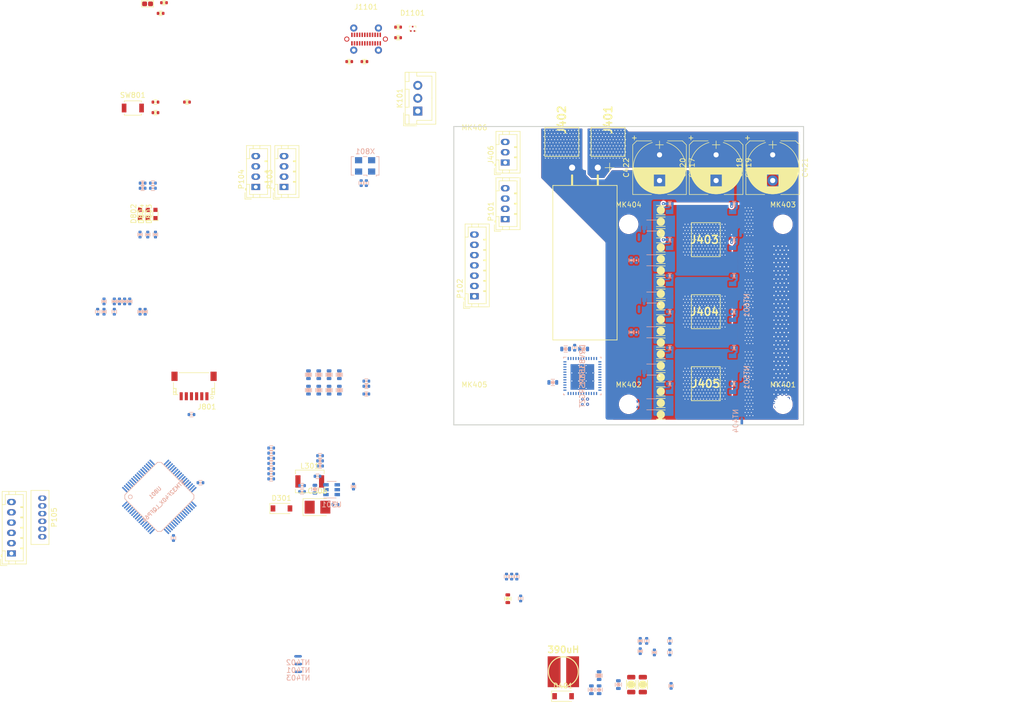
<source format=kicad_pcb>
(kicad_pcb (version 20171130) (host pcbnew "(5.1.4)-1")
  (layers (0 F.Cu signal) (1 In1.Cu power hide) (2 In2.Cu signal) (31 B.Cu power) (34 B.Paste user) (35 F.Paste user) (36 B.SilkS user) (37 F.SilkS user) (38 B.Mask user hide) (39 F.Mask user hide) (44 Edge.Cuts user))
  (net 0 "")
  (net 1 GND)
  (net 2 +3V3)
  (net 3 NRST)
  (net 4 SWDIO)
  (net 5 SWCLK)
  (net 6 "Net-(K101-Pad1)")
  (net 7 GNDD)
  (net 8 +BATT)
  (net 9 /drv_power_stage/buck_rcl)
  (net 10 "Net-(Q701-Pad2)")
  (net 11 "Net-(Q702-Pad2)")
  (net 12 "Net-(Q703-Pad2)")
  (net 13 "Net-(Q704-Pad2)")
  (net 14 GNDA)
  (net 15 /drv_power_stage/ENABLE)
  (net 16 /drv_power_stage/A_VSENSE)
  (net 17 /drv_power_stage/B_VSENSE)
  (net 18 /drv_power_stage/C_VSENSE)
  (net 19 "Net-(C201-Pad1)")
  (net 20 "Net-(C407-Pad2)")
  (net 21 /drv_power_stage/GDRV_VSENSE)
  (net 22 "Net-(K101-Pad2)")
  (net 23 /drv_power_stage/3.3_IREF)
  (net 24 /drv_power_stage/PHASE_B)
  (net 25 /drv_power_stage/PHASE_C)
  (net 26 /drv_power_stage/PHASE_A)
  (net 27 "Net-(Q601-Pad2)")
  (net 28 "Net-(Q602-Pad2)")
  (net 29 "Net-(Q603-Pad2)")
  (net 30 "Net-(Q604-Pad2)")
  (net 31 /drv_power_stage/DRV_SDO)
  (net 32 /drv_power_stage/A_ISENSE)
  (net 33 /drv_power_stage/B_ISENSE)
  (net 34 /drv_power_stage/C_ISENSE)
  (net 35 /Microcontroller/SERVO)
  (net 36 /Microcontroller/ADC_VBUS)
  (net 37 /Microcontroller/ADC_TEMP)
  (net 38 /Microcontroller/TEMP_MOTOR)
  (net 39 /drv_power_stage/power_phase_B/PR_SENSE)
  (net 40 /drv_power_stage/power_phase_B/NR_SENSE)
  (net 41 /drv_power_stage/power_phase_C/PR_SENSE)
  (net 42 /drv_power_stage/power_phase_C/NR_SENSE)
  (net 43 /drv_power_stage/power_phase_A/PR_SENSE)
  (net 44 /drv_power_stage/power_phase_A/NR_SENSE)
  (net 45 /Microcontroller/VCAP2)
  (net 46 /Microcontroller/VCAP1)
  (net 47 /drv_power_stage/power_phase_B/H_SWITCH)
  (net 48 /drv_power_stage/power_phase_C/H_SWITCH)
  (net 49 /drv_power_stage/power_phase_A/H_SWITCH)
  (net 50 /CAN_tranciever/CANH)
  (net 51 /CAN_tranciever/CANL)
  (net 52 /Microcontroller/BRAKE_SW)
  (net 53 /Microcontroller/ADC_BRAKE)
  (net 54 /Microcontroller/ADC_THROTTLE)
  (net 55 /Microcontroller/USART1_RX)
  (net 56 /Microcontroller/USART1_TX)
  (net 57 /Microcontroller/SCL_2)
  (net 58 /Microcontroller/SDA_2)
  (net 59 /Microcontroller/HALL_3)
  (net 60 /Microcontroller/HALL_2)
  (net 61 /Microcontroller/HALL_1)
  (net 62 /drv_power_stage/power_phase_B/PH_GND_LOW)
  (net 63 /drv_power_stage/power_phase_C/PH_GND_LOW)
  (net 64 /drv_power_stage/power_phase_A/PH_GND_LOW)
  (net 65 /Microcontroller/FAULT)
  (net 66 /drv_power_stage/power_phase_B/H_GATE)
  (net 67 /drv_power_stage/power_phase_B/L_GATE)
  (net 68 /drv_power_stage/power_phase_C/H_GATE)
  (net 69 /drv_power_stage/power_phase_C/L_GATE)
  (net 70 /drv_power_stage/power_phase_A/H_GATE)
  (net 71 /drv_power_stage/power_phase_A/L_GATE)
  (net 72 /Microcontroller/LED_GREEN)
  (net 73 /Microcontroller/LED_RED)
  (net 74 /Microcontroller/L3)
  (net 75 /Microcontroller/H3)
  (net 76 /Microcontroller/L2)
  (net 77 /Microcontroller/H2)
  (net 78 /Microcontroller/L1)
  (net 79 /Microcontroller/H1)
  (net 80 "Net-(NT703-Pad1)")
  (net 81 "Net-(C303-Pad2)")
  (net 82 "Net-(C303-Pad1)")
  (net 83 "Net-(C307-Pad2)")
  (net 84 "Net-(C407-Pad1)")
  (net 85 "Net-(C806-Pad1)")
  (net 86 "Net-(C808-Pad1)")
  (net 87 "Net-(D802-Pad1)")
  (net 88 "Net-(D803-Pad1)")
  (net 89 "Net-(D804-Pad1)")
  (net 90 "Net-(NT503-Pad1)")
  (net 91 "Net-(NT603-Pad1)")
  (net 92 "Net-(Q501-Pad2)")
  (net 93 "Net-(Q502-Pad2)")
  (net 94 "Net-(Q503-Pad2)")
  (net 95 "Net-(Q504-Pad2)")
  (net 96 "Net-(R301-Pad1)")
  (net 97 /drv_power_stage/vgls)
  (net 98 /drv_power_stage/dvdd)
  (net 99 /drv_power_stage/vdrain)
  (net 100 /drv_power_stage/vcp)
  (net 101 +15V)
  (net 102 /Microcontroller/BOOT_0)
  (net 103 /drv_power_stage/BK_VIN)
  (net 104 /drv_power_stage/BK_VCC)
  (net 105 /drv_power_stage/BK_BST_C)
  (net 106 /drv_power_stage/BK_SW)
  (net 107 /drv_power_stage/BK_VOUT_RIPP)
  (net 108 /drv_power_stage/pwr_ctl)
  (net 109 /drv_power_stage/BK_RT_SD)
  (net 110 /drv_power_stage/pwr_ctl_g)
  (net 111 "/USB-C connector/D-")
  (net 112 "/USB-C connector/D+")
  (net 113 "Net-(J1101-PadA4)")
  (net 114 "Net-(J1101-PadA6)")
  (net 115 "Net-(J1101-PadB5)")
  (net 116 "Net-(J1101-PadA7)")
  (net 117 "Net-(J1101-PadA5)")
  (net 118 /drv_power_stage/sw_led)
  (module crf1:simple_jst-zh_1.5mm_unfinished (layer F.Cu) (at 22 178 90)
    (fp_text reference P105 (at 0 2.3 90) (layer F.SilkS))
    (fp_text value HALL/Encoder)
    (pad 6 thru_hole oval (at 3.75 0 90) (size 1 1.6) (drill 0.7) (layers *.Cu *.Mask) (net 2 +3V3))
    (pad 5 thru_hole oval (at 2.25 0 90) (size 1 1.6) (drill 0.7) (layers *.Cu *.Mask) (net 38 /Microcontroller/TEMP_MOTOR))
    (pad 4 thru_hole oval (at 0.75 0 90) (size 1 1.6) (drill 0.7) (layers *.Cu *.Mask) (net 61 /Microcontroller/HALL_1))
    (pad 3 thru_hole oval (at -0.75 0 90) (size 1 1.6) (drill 0.7) (layers *.Cu *.Mask) (net 60 /Microcontroller/HALL_2))
    (pad 2 thru_hole oval (at -2.25 0 90) (size 1 1.6) (drill 0.7) (layers *.Cu *.Mask) (net 59 /Microcontroller/HALL_3))
    (pad 1 thru_hole oval (at -3.75 0 90) (size 1 1.6) (drill 0.7) (layers *.Cu *.Mask) (net 1 GND))
  )
  (module Connectors_JST:JST_XH_B03B-XH-A_03x2.50mm_Straight (layer F.Cu) (at 95 99 90)
    (fp_text reference K101 (at 2.5 -3.5 90) (layer F.SilkS))
    (fp_text value SERVO)
    (pad 1 thru_hole rect (at 0 0 90) (size 1.75 1.75) (drill 1) (layers *.Cu *.Mask) (net 6 "Net-(K101-Pad1)"))
    (pad 2 thru_hole circle (at 2.5 0 90) (size 1.75 1.75) (drill 1) (layers *.Cu *.Mask) (net 22 "Net-(K101-Pad2)"))
    (pad 3 thru_hole circle (at 5 0 90) (size 1.75 1.75) (drill 1) (layers *.Cu *.Mask) (net 1 GND))
  )
  (module Connectors_JST:JST_PH_B3B-PH-K_03x2.00mm_Straight (layer F.Cu) (at 112 109 90)
    (fp_text reference J406 (at 1.5 -2.8 90) (layer F.SilkS))
    (fp_text value Conn_01x03)
    (pad 1 thru_hole rect (at 0 0 90) (size 1.2 1.7) (drill 0.75) (layers *.Cu *.Mask) (net 118 /drv_power_stage/sw_led))
    (pad 2 thru_hole oval (at 2 0 90) (size 1.2 1.7) (drill 0.75) (layers *.Cu *.Mask) (net 7 GNDD))
    (pad 3 thru_hole oval (at 4 0 90) (size 1.2 1.7) (drill 0.75) (layers *.Cu *.Mask) (net 108 /drv_power_stage/pwr_ctl))
  )
  (module pkl_dipol:R_0402 (layer F.Cu) (at 91.175 84.725)
    (fp_text reference R1104)
    (fp_text value 5.1k)
    (pad 2 smd roundrect (at 0.5 0) (size 0.5 0.6) (layers F.Cu F.Paste F.Mask) (net 1 GND))
    (pad 1 smd roundrect (at -0.5 0) (size 0.5 0.6) (layers F.Cu F.Paste F.Mask) (net 117 "Net-(J1101-PadA5)"))
  )
  (module pkl_dipol:R_0402 (layer F.Cu) (at 84.625 89.375)
    (fp_text reference R1103)
    (fp_text value 5.1k)
    (pad 2 smd roundrect (at 0.5 0) (size 0.5 0.6) (layers F.Cu F.Paste F.Mask) (net 1 GND))
    (pad 1 smd roundrect (at -0.5 0) (size 0.5 0.6) (layers F.Cu F.Paste F.Mask) (net 115 "Net-(J1101-PadB5)"))
  )
  (module pkl_dipol:R_0402 (layer F.Cu) (at 91.175 82.675)
    (fp_text reference R1102)
    (fp_text value 22R)
    (pad 2 smd roundrect (at 0.5 0) (size 0.5 0.6) (layers F.Cu F.Paste F.Mask) (net 114 "Net-(J1101-PadA6)"))
    (pad 1 smd roundrect (at -0.5 0) (size 0.5 0.6) (layers F.Cu F.Paste F.Mask) (net 112 "/USB-C connector/D+"))
  )
  (module pkl_dipol:R_0402 (layer F.Cu) (at 81.675 89.375)
    (fp_text reference R1101)
    (fp_text value 22R)
    (pad 2 smd roundrect (at 0.5 0) (size 0.5 0.6) (layers F.Cu F.Paste F.Mask) (net 116 "Net-(J1101-PadA7)"))
    (pad 1 smd roundrect (at -0.5 0) (size 0.5 0.6) (layers F.Cu F.Paste F.Mask) (net 111 "/USB-C connector/D-"))
  )
  (module pkl_connectors:USB_C_receptacle_vertical (layer F.Cu) (at 84.949999 84.999999)
    (fp_text reference J1101 (at 0 -6.25) (layer F.SilkS))
    (fp_text value USB_C_Receptacle)
    (pad "" np_thru_hole circle (at 3.75 0 180) (size 1 1) (drill 0.66) (layers F.Cu))
    (pad "" np_thru_hole circle (at -3.75 0) (size 1 1) (drill 0.66) (layers F.Cu))
    (pad 1 thru_hole circle (at -2.4 2.15) (size 1.4 1.4) (drill 0.7) (layers *.Cu *.Mask))
    (pad 1 thru_hole circle (at 2.4 -2.15) (size 1.4 1.4) (drill 0.7) (layers *.Cu *.Mask))
    (pad 1 thru_hole circle (at 2.4 2.15 180) (size 1.4 1.4) (drill 0.7) (layers *.Cu *.Mask))
    (pad B2 smd rect (at 2.25 0.83 180) (size 0.3 0.85) (layers F.Cu F.Paste F.Mask))
    (pad B3 smd rect (at 1.75 0.83 180) (size 0.3 0.85) (layers F.Cu F.Paste F.Mask))
    (pad B4 smd rect (at 1.25 0.83 180) (size 0.3 0.85) (layers F.Cu F.Paste F.Mask) (net 113 "Net-(J1101-PadA4)"))
    (pad B6 smd rect (at 0.25 0.83 180) (size 0.3 0.85) (layers F.Cu F.Paste F.Mask) (net 114 "Net-(J1101-PadA6)"))
    (pad B5 smd rect (at 0.75 0.83 180) (size 0.3 0.85) (layers F.Cu F.Paste F.Mask) (net 115 "Net-(J1101-PadB5)"))
    (pad B12 smd rect (at -2.75 0.83 180) (size 0.3 0.85) (layers F.Cu F.Paste F.Mask) (net 1 GND))
    (pad B11 smd rect (at -2.25 0.83 180) (size 0.3 0.85) (layers F.Cu F.Paste F.Mask))
    (pad B8 smd rect (at -0.75 0.83 180) (size 0.3 0.85) (layers F.Cu F.Paste F.Mask))
    (pad B10 smd rect (at -1.75 0.83 180) (size 0.3 0.85) (layers F.Cu F.Paste F.Mask))
    (pad B9 smd rect (at -1.25 0.83 180) (size 0.3 0.85) (layers F.Cu F.Paste F.Mask) (net 113 "Net-(J1101-PadA4)"))
    (pad B7 smd rect (at -0.25 0.83 180) (size 0.3 0.85) (layers F.Cu F.Paste F.Mask) (net 116 "Net-(J1101-PadA7)"))
    (pad B1 smd rect (at 2.75 0.83 180) (size 0.3 0.85) (layers F.Cu F.Paste F.Mask) (net 1 GND))
    (pad A8 smd rect (at 0.75 -0.83) (size 0.3 0.85) (layers F.Cu F.Paste F.Mask))
    (pad A9 smd rect (at 1.25 -0.83) (size 0.3 0.85) (layers F.Cu F.Paste F.Mask) (net 113 "Net-(J1101-PadA4)"))
    (pad A10 smd rect (at 1.75 -0.83) (size 0.3 0.85) (layers F.Cu F.Paste F.Mask))
    (pad A12 smd rect (at 2.75 -0.83) (size 0.3 0.85) (layers F.Cu F.Paste F.Mask) (net 1 GND))
    (pad A11 smd rect (at 2.25 -0.83) (size 0.3 0.85) (layers F.Cu F.Paste F.Mask))
    (pad A7 smd rect (at 0.25 -0.83) (size 0.3 0.85) (layers F.Cu F.Paste F.Mask) (net 116 "Net-(J1101-PadA7)"))
    (pad A6 smd rect (at -0.25 -0.83) (size 0.3 0.85) (layers F.Cu F.Paste F.Mask) (net 114 "Net-(J1101-PadA6)"))
    (pad A5 smd rect (at -0.75 -0.83) (size 0.3 0.85) (layers F.Cu F.Paste F.Mask) (net 117 "Net-(J1101-PadA5)"))
    (pad A4 smd rect (at -1.25 -0.83) (size 0.3 0.85) (layers F.Cu F.Paste F.Mask) (net 113 "Net-(J1101-PadA4)"))
    (pad A3 smd rect (at -1.75 -0.83) (size 0.3 0.85) (layers F.Cu F.Paste F.Mask))
    (pad A2 smd rect (at -2.25 -0.83) (size 0.3 0.85) (layers F.Cu F.Paste F.Mask))
    (pad A1 smd rect (at -2.75 -0.83) (size 0.3 0.85) (layers F.Cu F.Paste F.Mask) (net 1 GND))
    (pad 1 thru_hole circle (at -2.4 -2.15) (size 1.4 1.4) (drill 0.7) (layers *.Cu *.Mask))
  )
  (module digikey-footprints:SOT-3 (layer F.Cu) (at 94 83)
    (fp_text reference D1101 (at -0.025 -3.075) (layer F.SilkS))
    (fp_text value TPD2EUSB30DRTR)
    (pad 2 smd rect (at 0.35 0.425) (size 0.3 0.3) (layers F.Cu F.Paste F.Mask) (net 111 "/USB-C connector/D-"))
    (pad 3 smd rect (at 0 -0.425) (size 0.3 0.3) (layers F.Cu F.Paste F.Mask) (net 1 GND))
    (pad 1 smd rect (at -0.35 0.425) (size 0.3 0.3) (layers F.Cu F.Paste F.Mask) (net 112 "/USB-C connector/D+"))
  )
  (module moxie-drive-custom:CP_Radial_D12.5mm_P5.00mm_horiz (layer F.Cu) (at 130 110 180)
    (fp_text reference C414)
    (fp_text value 560uF)
    (pad 1 thru_hole rect (at 0 0 180) (size 2.4 2.4) (drill 1.2) (layers *.Cu *.Mask) (net 8 +BATT))
    (pad 2 thru_hole circle (at 5 0 180) (size 2.4 2.4) (drill 1.2) (layers *.Cu *.Mask) (net 7 GNDD))
  )
  (module Buttons_Switches_SMD:SW_SPST_B3U-1000P (layer F.Cu) (at 39.6 98.4)
    (fp_text reference SW801 (at 0 -2.5) (layer F.SilkS))
    (fp_text value SW_Push)
    (pad 1 smd rect (at -1.7 0) (size 0.9 1.7) (layers F.Cu F.Paste F.Mask) (net 102 /Microcontroller/BOOT_0))
    (pad 2 smd rect (at 1.7 0) (size 0.9 1.7) (layers F.Cu F.Paste F.Mask) (net 2 +3V3))
  )
  (module pkl_dipol:R_0402 (layer F.Cu) (at 44 99.3)
    (fp_text reference R804)
    (fp_text value 10k)
    (pad 2 smd roundrect (at 0.5 0) (size 0.5 0.6) (layers F.Cu F.Paste F.Mask) (net 1 GND))
    (pad 1 smd roundrect (at -0.5 0) (size 0.5 0.6) (layers F.Cu F.Paste F.Mask) (net 102 /Microcontroller/BOOT_0))
  )
  (module pkl_dipol:R_0402 (layer F.Cu) (at 50.13 97.25)
    (fp_text reference R420)
    (fp_text value 100)
    (pad 2 smd roundrect (at 0.5 0) (size 0.5 0.6) (layers F.Cu F.Paste F.Mask) (net 101 +15V))
    (pad 1 smd roundrect (at -0.5 0) (size 0.5 0.6) (layers F.Cu F.Paste F.Mask) (net 118 /drv_power_stage/sw_led))
  )
  (module pkl_dipol:C_0402 (layer F.Cu) (at 44 97.25)
    (fp_text reference C813)
    (fp_text value 100n)
    (pad 2 smd roundrect (at 0.5 0) (size 0.5 0.6) (layers F.Cu F.Paste F.Mask) (net 102 /Microcontroller/BOOT_0))
    (pad 1 smd roundrect (at -0.5 0) (size 0.5 0.6) (layers F.Cu F.Paste F.Mask) (net 1 GND))
  )
  (module Diodes_SMD:D_SOD-123 (layer F.Cu) (at 68.5 176.25)
    (fp_text reference D301 (at 0 -2) (layer F.SilkS))
    (fp_text value 1.5KExxA)
    (pad 1 smd rect (at -1.65 0) (size 0.9 1.2) (layers F.Cu F.Paste F.Mask) (net 2 +3V3))
    (pad 2 smd rect (at 1.65 0) (size 0.9 1.2) (layers F.Cu F.Paste F.Mask) (net 1 GND))
  )
  (module Diodes_SMD:D_SOD-123 (layer F.Cu) (at 123.25 212.75)
    (fp_text reference D401 (at 0 -2) (layer F.SilkS))
    (fp_text value DFLS1100-7)
    (pad 1 smd rect (at -1.65 0) (size 0.9 1.2) (layers F.Cu F.Paste F.Mask) (net 106 /drv_power_stage/BK_SW))
    (pad 2 smd rect (at 1.65 0) (size 0.9 1.2) (layers F.Cu F.Paste F.Mask) (net 7 GNDD))
  )
  (module pkl_dipol:C_0603 (layer B.Cu) (at 128.75 211.5 270)
    (fp_text reference C413)
    (fp_text value 10uF)
    (pad 2 smd roundrect (at 0.75 0 270) (size 0.6 0.9) (layers B.Cu B.Paste B.Mask) (net 7 GNDD))
    (pad 1 smd roundrect (at -0.75 0 270) (size 0.6 0.9) (layers B.Cu B.Paste B.Mask) (net 101 +15V))
  )
  (module pkl_dipol:C_0402 (layer B.Cu) (at 115 193.75 270)
    (fp_text reference C403)
    (fp_text value 0.1uF)
    (pad 2 smd roundrect (at 0.5 0 270) (size 0.5 0.6) (layers B.Cu B.Paste B.Mask) (net 7 GNDD))
    (pad 1 smd roundrect (at -0.5 0 270) (size 0.5 0.6) (layers B.Cu B.Paste B.Mask) (net 101 +15V))
  )
  (module pkl_dipol:C_0603 (layer B.Cu) (at 130.25 211.5 270)
    (fp_text reference C402)
    (fp_text value 10uF)
    (pad 2 smd roundrect (at 0.75 0 270) (size 0.6 0.9) (layers B.Cu B.Paste B.Mask) (net 7 GNDD))
    (pad 1 smd roundrect (at -0.75 0 270) (size 0.6 0.9) (layers B.Cu B.Paste B.Mask) (net 101 +15V))
  )
  (module pkl_dipol:C_0603 (layer F.Cu) (at 112.5 193.8 270)
    (fp_text reference C401)
    (fp_text value 10uF)
    (pad 2 smd roundrect (at 0.75 0 270) (size 0.6 0.9) (layers F.Cu F.Paste F.Mask) (net 7 GNDD))
    (pad 1 smd roundrect (at -0.75 0 270) (size 0.6 0.9) (layers F.Cu F.Paste F.Mask) (net 101 +15V))
  )
  (module pkl_dipol:R_0402 (layer F.Cu) (at 45.655 77.925)
    (fp_text reference R419)
    (fp_text value 22k?)
    (pad 2 smd roundrect (at 0.5 0) (size 0.5 0.6) (layers F.Cu F.Paste F.Mask) (net 108 /drv_power_stage/pwr_ctl))
    (pad 1 smd roundrect (at -0.5 0) (size 0.5 0.6) (layers F.Cu F.Paste F.Mask) (net 110 /drv_power_stage/pwr_ctl_g))
  )
  (module pkl_dipol:R_0402 (layer F.Cu) (at 45 80)
    (fp_text reference R418)
    (fp_text value 10k)
    (pad 2 smd roundrect (at 0.5 0) (size 0.5 0.6) (layers F.Cu F.Paste F.Mask) (net 110 /drv_power_stage/pwr_ctl_g))
    (pad 1 smd roundrect (at -0.5 0) (size 0.5 0.6) (layers F.Cu F.Paste F.Mask) (net 8 +BATT))
  )
  (module pkl_jumpers:J_0603 (layer F.Cu) (at 42.465 78.15)
    (fp_text reference JP401)
    (fp_text value pwr_ctl_byp)
    (pad 2 smd roundrect (at 0.575 0) (size 0.95 0.9) (layers F.Cu F.Mask) (net 103 /drv_power_stage/BK_VIN))
    (pad 1 smd roundrect (at -0.575 0) (size 0.95 0.9) (layers F.Cu F.Mask) (net 8 +BATT))
  )
  (module pkl_dipol:C_1206 (layer F.Cu) (at 136.5 210.5 270)
    (fp_text reference C425)
    (fp_text value "1uF ")
    (pad 2 smd roundrect (at 1.45 0 270) (size 0.9 1.6) (layers F.Cu F.Paste F.Mask) (net 7 GNDD))
    (pad 1 smd roundrect (at -1.45 0 270) (size 0.9 1.6) (layers F.Cu F.Paste F.Mask) (net 103 /drv_power_stage/BK_VIN))
  )
  (module pkl_dipol:C_1206 (layer F.Cu) (at 138.75 210.5 270)
    (fp_text reference C424)
    (fp_text value "1uF ")
    (pad 2 smd roundrect (at 1.45 0 270) (size 0.9 1.6) (layers F.Cu F.Paste F.Mask) (net 7 GNDD))
    (pad 1 smd roundrect (at -1.45 0 270) (size 0.9 1.6) (layers F.Cu F.Paste F.Mask) (net 103 /drv_power_stage/BK_VIN))
  )
  (module pkl_dipol:C_1206 (layer F.Cu) (at 142.25 122.75 180)
    (fp_text reference C707)
    (fp_text value "1uF ")
    (pad 2 smd roundrect (at 1.45 0 180) (size 0.9 1.6) (layers F.Cu F.Paste F.Mask) (net 7 GNDD))
    (pad 1 smd roundrect (at -1.45 0 180) (size 0.9 1.6) (layers F.Cu F.Paste F.Mask) (net 8 +BATT))
  )
  (module pkl_dipol:C_1206 (layer F.Cu) (at 142.25 125.5 180)
    (fp_text reference C705)
    (fp_text value "1uF ")
    (pad 2 smd roundrect (at 1.45 0 180) (size 0.9 1.6) (layers F.Cu F.Paste F.Mask) (net 7 GNDD))
    (pad 1 smd roundrect (at -1.45 0 180) (size 0.9 1.6) (layers F.Cu F.Paste F.Mask) (net 8 +BATT))
  )
  (module pkl_dipol:C_1206 (layer F.Cu) (at 142.25 136.75 180)
    (fp_text reference C607)
    (fp_text value "1uF ")
    (pad 2 smd roundrect (at 1.45 0 180) (size 0.9 1.6) (layers F.Cu F.Paste F.Mask) (net 7 GNDD))
    (pad 1 smd roundrect (at -1.45 0 180) (size 0.9 1.6) (layers F.Cu F.Paste F.Mask) (net 8 +BATT))
  )
  (module pkl_dipol:C_1206 (layer F.Cu) (at 142.25 139.5 180)
    (fp_text reference C605)
    (fp_text value "1uF ")
    (pad 2 smd roundrect (at 1.45 0 180) (size 0.9 1.6) (layers F.Cu F.Paste F.Mask) (net 7 GNDD))
    (pad 1 smd roundrect (at -1.45 0 180) (size 0.9 1.6) (layers F.Cu F.Paste F.Mask) (net 8 +BATT))
  )
  (module pkl_dipol:C_1206 (layer F.Cu) (at 142.25 150.75 180)
    (fp_text reference C507)
    (fp_text value "1uF ")
    (pad 2 smd roundrect (at 1.45 0 180) (size 0.9 1.6) (layers F.Cu F.Paste F.Mask) (net 7 GNDD))
    (pad 1 smd roundrect (at -1.45 0 180) (size 0.9 1.6) (layers F.Cu F.Paste F.Mask) (net 8 +BATT))
  )
  (module pkl_dipol:C_1206 (layer F.Cu) (at 142.25 153.5 180)
    (fp_text reference C505)
    (fp_text value "1uF ")
    (pad 2 smd roundrect (at 1.45 0 180) (size 0.9 1.6) (layers F.Cu F.Paste F.Mask) (net 7 GNDD))
    (pad 1 smd roundrect (at -1.45 0 180) (size 0.9 1.6) (layers F.Cu F.Paste F.Mask) (net 8 +BATT))
  )
  (module Mounting_Holes:MountingHole_3.2mm_M3_DIN965 (layer F.Cu) (at 106 106)
    (fp_text reference MK406 (at 0 -3.8) (layer F.SilkS))
    (fp_text value Mounting_Hole)
    (pad 1 np_thru_hole circle (at 0 0) (size 3.2 3.2) (drill 3.2) (layers *.Cu *.Mask))
  )
  (module Mounting_Holes:MountingHole_3.2mm_M3_DIN965 (layer F.Cu) (at 106 156)
    (fp_text reference MK405 (at 0 -3.8) (layer F.SilkS))
    (fp_text value Mounting_Hole)
    (pad 1 np_thru_hole circle (at 0 0) (size 3.2 3.2) (drill 3.2) (layers *.Cu *.Mask))
  )
  (module Mounting_Holes:MountingHole_3.2mm_M3_DIN965 (layer F.Cu) (at 136 121)
    (fp_text reference MK404 (at 0 -3.8) (layer F.SilkS))
    (fp_text value Mounting_Hole)
    (pad 1 np_thru_hole circle (at 0 0) (size 3.2 3.2) (drill 3.2) (layers *.Cu *.Mask))
  )
  (module Mounting_Holes:MountingHole_3.2mm_M3_DIN965 (layer F.Cu) (at 166 121)
    (fp_text reference MK403 (at 0 -3.8) (layer F.SilkS))
    (fp_text value Mounting_Hole)
    (pad 1 np_thru_hole circle (at 0 0) (size 3.2 3.2) (drill 3.2) (layers *.Cu *.Mask))
  )
  (module Mounting_Holes:MountingHole_3.2mm_M3_DIN965 (layer F.Cu) (at 136 156)
    (fp_text reference MK402 (at 0 -3.8) (layer F.SilkS))
    (fp_text value Mounting_Hole)
    (pad 1 np_thru_hole circle (at 0 0) (size 3.2 3.2) (drill 3.2) (layers *.Cu *.Mask))
  )
  (module Mounting_Holes:MountingHole_3.2mm_M3_DIN965 (layer F.Cu) (at 166 156)
    (fp_text reference MK401 (at 0 -3.8) (layer F.SilkS))
    (fp_text value Mounting_Hole)
    (pad 1 np_thru_hole circle (at 0 0) (size 3.2 3.2) (drill 3.2) (layers *.Cu *.Mask))
  )
  (module Capacitors_THT:CP_Radial_D10.0mm_P5.00mm (layer F.Cu) (at 164 107.5 270)
    (fp_text reference C421 (at 2.5 -6.31 90) (layer F.SilkS))
    (fp_text value 56uF)
    (pad 1 thru_hole rect (at 0 0 270) (size 2 2) (drill 1) (layers *.Cu *.Mask) (net 8 +BATT))
    (pad 2 thru_hole circle (at 5 0 270) (size 2 2) (drill 1) (layers *.Cu *.Mask) (net 7 GNDD))
  )
  (module Capacitors_THT:CP_Radial_D10.0mm_P5.00mm (layer F.Cu) (at 153 107.5 270)
    (fp_text reference C419 (at 2.5 -6.31 90) (layer F.SilkS))
    (fp_text value 56uF)
    (pad 1 thru_hole rect (at 0 0 270) (size 2 2) (drill 1) (layers *.Cu *.Mask) (net 8 +BATT))
    (pad 2 thru_hole circle (at 5 0 270) (size 2 2) (drill 1) (layers *.Cu *.Mask) (net 7 GNDD))
  )
  (module Capacitors_THT:CP_Radial_D10.0mm_P5.00mm (layer F.Cu) (at 142 107.5 270)
    (fp_text reference C417 (at 2.5 -6.31 90) (layer F.SilkS))
    (fp_text value 56uF)
    (pad 1 thru_hole rect (at 0 0 270) (size 2 2) (drill 1) (layers *.Cu *.Mask) (net 8 +BATT))
    (pad 2 thru_hole circle (at 5 0 270) (size 2 2) (drill 1) (layers *.Cu *.Mask) (net 7 GNDD))
  )
  (module NetTie:NetTie-2_SMD_Pad0.5mm (layer B.Cu) (at 158 159.25 270)
    (fp_text reference NT404 (at 0 1.2 90) (layer B.SilkS) (effects (justify mirror)))
    (fp_text value Net-Tie_2)
    (fp_poly (pts (xy -0.5 0.25) (xy 0.5 0.25) (xy 0.5 -0.25) (xy -0.5 -0.25)) (layer B.Cu) (width 0))
    (pad 1 smd circle (at -0.5 0 270) (size 0.5 0.5) (layers B.Cu) (net 8 +BATT))
    (pad 2 smd circle (at 0.5 0 270) (size 0.5 0.5) (layers B.Cu) (net 99 /drv_power_stage/vdrain))
  )
  (module crf1:inductor_smd_5.8mmx4.8hmm (layer F.Cu) (at 123.30086 208)
    (fp_text reference L401 hide)
    (fp_text value 390uH (at 0 -4.30022) (layer F.SilkS) (effects (font (size 1.27 1.27) (thickness 0.254))))
    (pad 1 smd rect (at 1.80086 0) (size 2.49936 5.99948) (layers F.Cu F.Paste F.Mask) (net 107 /drv_power_stage/BK_VOUT_RIPP))
    (pad 2 smd rect (at -1.80086 0) (size 2.49936 5.99948) (layers F.Cu F.Paste F.Mask) (net 106 /drv_power_stage/BK_SW))
  )
  (module crf1:1PAD_6x5mm (layer F.Cu) (at 151 152 90)
    (fp_text reference J405 (at 0 0 180) (layer F.SilkS) (effects (font (size 1.524 1.524) (thickness 0.3048))))
    (fp_text value C hide)
    (pad 1 smd rect (at 0 0 90) (size 6 5) (layers F.Cu F.Paste F.Mask) (net 25 /drv_power_stage/PHASE_C))
  )
  (module crf1:1PAD_6x5mm (layer F.Cu) (at 151 138 90)
    (fp_text reference J404 (at 0 -0.25 180) (layer F.SilkS) (effects (font (size 1.524 1.524) (thickness 0.3048))))
    (fp_text value B hide)
    (pad 1 smd rect (at 0 0 90) (size 6 5) (layers F.Cu F.Paste F.Mask) (net 24 /drv_power_stage/PHASE_B))
  )
  (module crf1:1PAD_6x5mm (layer F.Cu) (at 151 124 90)
    (fp_text reference J403 (at 0 -0.25 180) (layer F.SilkS) (effects (font (size 1.524 1.524) (thickness 0.3048))))
    (fp_text value A hide)
    (pad 1 smd rect (at 0 0 90) (size 6 5) (layers F.Cu F.Paste F.Mask) (net 26 /drv_power_stage/PHASE_A))
  )
  (module crf1:1PAD_6x5mm (layer F.Cu) (at 123 105)
    (fp_text reference J402 (at 0 -4.3 270) (layer F.SilkS) (effects (font (size 1.524 1.524) (thickness 0.3048))))
    (fp_text value Gnd hide)
    (pad 1 smd rect (at 0 0) (size 6 5) (layers F.Cu F.Paste F.Mask) (net 7 GNDD))
  )
  (module crf1:1PAD_6x5mm (layer F.Cu) (at 132 105)
    (fp_text reference J401 (at 0 -4.3 270) (layer F.SilkS) (effects (font (size 1.524 1.524) (thickness 0.3048))))
    (fp_text value +Vbat hide)
    (pad 1 smd rect (at 0 0) (size 6 5) (layers F.Cu F.Paste F.Mask) (net 8 +BATT))
  )
  (module Capacitors_SMD:CP_Elec_10x10.5 (layer F.Cu) (at 164 110 270)
    (fp_text reference C418 (at 0 6.46 90) (layer F.SilkS))
    (fp_text value 20uF)
    (fp_text user + (at -5.78 4.97 90) (layer F.SilkS))
    (pad 1 smd rect (at -4 0 90) (size 4 2.5) (layers F.Cu F.Paste F.Mask) (net 8 +BATT))
    (pad 2 smd rect (at 4 0 90) (size 4 2.5) (layers F.Cu F.Paste F.Mask) (net 7 GNDD))
  )
  (module pkl_dipol:C_0402 (layer B.Cu) (at 114.25 189.5 90)
    (fp_text reference C406)
    (fp_text value 0.1uF)
    (pad 1 smd roundrect (at -0.5 0 90) (size 0.5 0.6) (layers B.Cu B.Paste B.Mask) (net 23 /drv_power_stage/3.3_IREF))
    (pad 2 smd roundrect (at 0.5 0 90) (size 0.5 0.6) (layers B.Cu B.Paste B.Mask) (net 14 GNDA))
  )
  (module pkl_dipol:C_0603 (layer B.Cu) (at 134 210.5 270)
    (fp_text reference C404)
    (fp_text value 0.1uF)
    (pad 1 smd roundrect (at -0.75 0 270) (size 0.6 0.9) (layers B.Cu B.Paste B.Mask) (net 103 /drv_power_stage/BK_VIN))
    (pad 2 smd roundrect (at 0.75 0 270) (size 0.6 0.9) (layers B.Cu B.Paste B.Mask) (net 7 GNDD))
  )
  (module Capacitors_SMD:CP_Elec_10x10.5 (layer F.Cu) (at 142 110 270)
    (fp_text reference C422 (at 0 6.46 90) (layer F.SilkS))
    (fp_text value 20uF)
    (fp_text user + (at -5.78 4.97 90) (layer F.SilkS))
    (pad 1 smd rect (at -4 0 90) (size 4 2.5) (layers F.Cu F.Paste F.Mask) (net 8 +BATT))
    (pad 2 smd rect (at 4 0 90) (size 4 2.5) (layers F.Cu F.Paste F.Mask) (net 7 GNDD))
  )
  (module Capacitors_SMD:CP_Elec_10x10.5 (layer F.Cu) (at 153 110 270)
    (fp_text reference C420 (at 0 6.46 90) (layer F.SilkS))
    (fp_text value 20uF)
    (fp_text user + (at -5.78 4.97 90) (layer F.SilkS))
    (pad 1 smd rect (at -4 0 90) (size 4 2.5) (layers F.Cu F.Paste F.Mask) (net 8 +BATT))
    (pad 2 smd rect (at 4 0 90) (size 4 2.5) (layers F.Cu F.Paste F.Mask) (net 7 GNDD))
  )
  (module pkl_dipol:R_0402 (layer B.Cu) (at 76 168 180)
    (fp_text reference R303)
    (fp_text value "10k 0.1%")
    (pad 2 smd roundrect (at 0.5 0 180) (size 0.5 0.6) (layers B.Cu B.Paste B.Mask) (net 1 GND))
    (pad 1 smd roundrect (at -0.5 0 180) (size 0.5 0.6) (layers B.Cu B.Paste B.Mask) (net 83 "Net-(C307-Pad2)"))
  )
  (module pkl_dipol:R_0402 (layer B.Cu) (at 76 167)
    (fp_text reference R302)
    (fp_text value "R33.2k 0.1%")
    (pad 2 smd roundrect (at 0.5 0) (size 0.5 0.6) (layers B.Cu B.Paste B.Mask) (net 83 "Net-(C307-Pad2)"))
    (pad 1 smd roundrect (at -0.5 0) (size 0.5 0.6) (layers B.Cu B.Paste B.Mask) (net 2 +3V3))
  )
  (module pkl_dipol:R_0402 (layer B.Cu) (at 82.5 172 90)
    (fp_text reference R301)
    (fp_text value 1k)
    (pad 2 smd roundrect (at 0.5 0 90) (size 0.5 0.6) (layers B.Cu B.Paste B.Mask) (net 101 +15V))
    (pad 1 smd roundrect (at -0.5 0 90) (size 0.5 0.6) (layers B.Cu B.Paste B.Mask) (net 96 "Net-(R301-Pad1)"))
  )
  (module Inductors_SMD:L_Neosid_Ms42 (layer F.Cu) (at 74 171)
    (fp_text reference L301 (at 0 -3) (layer F.SilkS))
    (fp_text value 3.3uH)
    (pad 1 smd rect (at -2.3 0) (size 1 2.4) (layers F.Cu F.Paste F.Mask) (net 2 +3V3))
    (pad 2 smd rect (at 2.3 0) (size 1 2.4) (layers F.Cu F.Paste F.Mask) (net 82 "Net-(C303-Pad1)"))
  )
  (module pkl_dipol:C_0402 (layer B.Cu) (at 85 151.5)
    (fp_text reference C423)
    (fp_text value 100nf)
    (pad 2 smd roundrect (at 0.5 0) (size 0.5 0.6) (layers B.Cu B.Paste B.Mask) (net 14 GNDA))
    (pad 1 smd roundrect (at -0.5 0) (size 0.5 0.6) (layers B.Cu B.Paste B.Mask) (net 37 /Microcontroller/ADC_TEMP))
  )
  (module pkl_dipol:C_0402 (layer B.Cu) (at 76 166)
    (fp_text reference C307)
    (fp_text value NP)
    (pad 2 smd roundrect (at 0.5 0) (size 0.5 0.6) (layers B.Cu B.Paste B.Mask) (net 83 "Net-(C307-Pad2)"))
    (pad 1 smd roundrect (at -0.5 0) (size 0.5 0.6) (layers B.Cu B.Paste B.Mask) (net 2 +3V3))
  )
  (module pkl_dipol:C_0402 (layer B.Cu) (at 72.5 173)
    (fp_text reference C305)
    (fp_text value 2.2uf)
    (pad 2 smd roundrect (at 0.5 0) (size 0.5 0.6) (layers B.Cu B.Paste B.Mask) (net 1 GND))
    (pad 1 smd roundrect (at -0.5 0) (size 0.5 0.6) (layers B.Cu B.Paste B.Mask) (net 2 +3V3))
  )
  (module pkl_dipol:C_0402 (layer B.Cu) (at 72.5 171.815)
    (fp_text reference C304)
    (fp_text value 100nf)
    (pad 2 smd roundrect (at 0.5 0) (size 0.5 0.6) (layers B.Cu B.Paste B.Mask) (net 1 GND))
    (pad 1 smd roundrect (at -0.5 0) (size 0.5 0.6) (layers B.Cu B.Paste B.Mask) (net 2 +3V3))
  )
  (module pkl_dipol:C_0402 (layer B.Cu) (at 79 175.5)
    (fp_text reference C303)
    (fp_text value 100nf)
    (pad 2 smd roundrect (at 0.5 0) (size 0.5 0.6) (layers B.Cu B.Paste B.Mask) (net 81 "Net-(C303-Pad2)"))
    (pad 1 smd roundrect (at -0.5 0) (size 0.5 0.6) (layers B.Cu B.Paste B.Mask) (net 82 "Net-(C303-Pad1)"))
  )
  (module pkl_dipol:C_0402 (layer B.Cu) (at 75.5 170)
    (fp_text reference C302)
    (fp_text value 100nf)
    (pad 2 smd roundrect (at 0.5 0) (size 0.5 0.6) (layers B.Cu B.Paste B.Mask) (net 1 GND))
    (pad 1 smd roundrect (at -0.5 0) (size 0.5 0.6) (layers B.Cu B.Paste B.Mask) (net 101 +15V))
  )
  (module pkl_dipol:C_0603 (layer B.Cu) (at 75 172.5 270)
    (fp_text reference C301)
    (fp_text value 10uf)
    (pad 2 smd roundrect (at 0.75 0 270) (size 0.6 0.9) (layers B.Cu B.Paste B.Mask) (net 1 GND))
    (pad 1 smd roundrect (at -0.75 0 270) (size 0.6 0.9) (layers B.Cu B.Paste B.Mask) (net 101 +15V))
  )
  (module Connectors_JST:JST_PH_B4B-PH-K_04x2.00mm_Straight (layer F.Cu) (at 63.5 113.75 90)
    (fp_text reference P104 (at 1.5 -2.8 90) (layer F.SilkS))
    (fp_text value I2C)
    (pad 1 thru_hole rect (at 0 0 90) (size 1.2 1.7) (drill 0.75) (layers *.Cu *.Mask) (net 57 /Microcontroller/SCL_2))
    (pad 2 thru_hole oval (at 2 0 90) (size 1.2 1.7) (drill 0.75) (layers *.Cu *.Mask) (net 58 /Microcontroller/SDA_2))
    (pad 3 thru_hole oval (at 4 0 90) (size 1.2 1.7) (drill 0.75) (layers *.Cu *.Mask) (net 2 +3V3))
    (pad 4 thru_hole oval (at 6 0 90) (size 1.2 1.7) (drill 0.75) (layers *.Cu *.Mask) (net 1 GND))
  )
  (module Resistors_SMD:R_1206 (layer B.Cu) (at 140.5 121.25 180)
    (fp_text reference R707 hide)
    (fp_text value 1mΩ hide)
    (pad 1 smd rect (at -1.45 0 180) (size 0.9 1.7) (layers B.Cu B.Paste B.Mask) (net 64 /drv_power_stage/power_phase_A/PH_GND_LOW))
    (pad 2 smd rect (at 1.45 0 180) (size 0.9 1.7) (layers B.Cu B.Paste B.Mask) (net 7 GNDD))
  )
  (module Resistors_SMD:R_1206 (layer B.Cu) (at 140.5 128 180)
    (fp_text reference R706 hide)
    (fp_text value 1mΩ hide)
    (pad 1 smd rect (at -1.45 0 180) (size 0.9 1.7) (layers B.Cu B.Paste B.Mask) (net 64 /drv_power_stage/power_phase_A/PH_GND_LOW))
    (pad 2 smd rect (at 1.45 0 180) (size 0.9 1.7) (layers B.Cu B.Paste B.Mask) (net 7 GNDD))
  )
  (module Resistors_SMD:R_1206 (layer B.Cu) (at 140.5 135.25 180)
    (fp_text reference R607 hide)
    (fp_text value 1mΩ hide)
    (pad 1 smd rect (at -1.45 0 180) (size 0.9 1.7) (layers B.Cu B.Paste B.Mask) (net 62 /drv_power_stage/power_phase_B/PH_GND_LOW))
    (pad 2 smd rect (at 1.45 0 180) (size 0.9 1.7) (layers B.Cu B.Paste B.Mask) (net 7 GNDD))
  )
  (module Resistors_SMD:R_1206 (layer B.Cu) (at 140.5 142 180)
    (fp_text reference R606 hide)
    (fp_text value 1mΩ hide)
    (pad 1 smd rect (at -1.45 0 180) (size 0.9 1.7) (layers B.Cu B.Paste B.Mask) (net 62 /drv_power_stage/power_phase_B/PH_GND_LOW))
    (pad 2 smd rect (at 1.45 0 180) (size 0.9 1.7) (layers B.Cu B.Paste B.Mask) (net 7 GNDD))
  )
  (module Resistors_SMD:R_1206 (layer B.Cu) (at 140.5 149.25 180)
    (fp_text reference R507 hide)
    (fp_text value 1mΩ hide)
    (pad 1 smd rect (at -1.45 0 180) (size 0.9 1.7) (layers B.Cu B.Paste B.Mask) (net 63 /drv_power_stage/power_phase_C/PH_GND_LOW))
    (pad 2 smd rect (at 1.45 0 180) (size 0.9 1.7) (layers B.Cu B.Paste B.Mask) (net 7 GNDD))
  )
  (module Resistors_SMD:R_1206 (layer B.Cu) (at 140.5 156 180)
    (fp_text reference R506 hide)
    (fp_text value 1mΩ hide)
    (pad 1 smd rect (at -1.45 0 180) (size 0.9 1.7) (layers B.Cu B.Paste B.Mask) (net 63 /drv_power_stage/power_phase_C/PH_GND_LOW))
    (pad 2 smd rect (at 1.45 0 180) (size 0.9 1.7) (layers B.Cu B.Paste B.Mask) (net 7 GNDD))
  )
  (module NetTie:NetTie-2_SMD_Pad0.5mm (layer B.Cu) (at 139 122 90)
    (fp_text reference NT703 hide)
    (fp_text value Net-Tie_2 hide)
    (fp_poly (pts (xy -0.5 0.25) (xy 0.5 0.25) (xy 0.5 -0.25) (xy -0.5 -0.25)) (layer B.Cu) (width 0))
    (pad 2 smd circle (at 0.5 0 90) (size 0.5 0.5) (layers B.Cu) (net 7 GNDD))
    (pad 1 smd circle (at -0.5 0 90) (size 0.5 0.5) (layers B.Cu) (net 80 "Net-(NT703-Pad1)"))
  )
  (module NetTie:NetTie-2_SMD_Pad0.5mm (layer B.Cu) (at 138 123.5 90)
    (fp_text reference NT702 hide)
    (fp_text value Net-Tie_2 hide)
    (fp_poly (pts (xy -0.5 0.25) (xy 0.5 0.25) (xy 0.5 -0.25) (xy -0.5 -0.25)) (layer B.Cu) (width 0))
    (pad 2 smd circle (at 0.5 0 90) (size 0.5 0.5) (layers B.Cu) (net 64 /drv_power_stage/power_phase_A/PH_GND_LOW))
    (pad 1 smd circle (at -0.5 0 90) (size 0.5 0.5) (layers B.Cu) (net 43 /drv_power_stage/power_phase_A/PR_SENSE))
  )
  (module NetTie:NetTie-2_SMD_Pad0.5mm (layer B.Cu) (at 139 136 90)
    (fp_text reference NT603 hide)
    (fp_text value Net-Tie_2 hide)
    (fp_poly (pts (xy -0.5 0.25) (xy 0.5 0.25) (xy 0.5 -0.25) (xy -0.5 -0.25)) (layer B.Cu) (width 0))
    (pad 2 smd circle (at 0.5 0 90) (size 0.5 0.5) (layers B.Cu) (net 7 GNDD))
    (pad 1 smd circle (at -0.5 0 90) (size 0.5 0.5) (layers B.Cu) (net 91 "Net-(NT603-Pad1)"))
  )
  (module NetTie:NetTie-2_SMD_Pad0.5mm (layer B.Cu) (at 138 137.5 90)
    (fp_text reference NT602 hide)
    (fp_text value Net-Tie_2 hide)
    (fp_poly (pts (xy -0.5 0.25) (xy 0.5 0.25) (xy 0.5 -0.25) (xy -0.5 -0.25)) (layer B.Cu) (width 0))
    (pad 2 smd circle (at 0.5 0 90) (size 0.5 0.5) (layers B.Cu) (net 62 /drv_power_stage/power_phase_B/PH_GND_LOW))
    (pad 1 smd circle (at -0.5 0 90) (size 0.5 0.5) (layers B.Cu) (net 39 /drv_power_stage/power_phase_B/PR_SENSE))
  )
  (module NetTie:NetTie-2_SMD_Pad0.5mm (layer B.Cu) (at 139 150 90)
    (fp_text reference NT503 hide)
    (fp_text value Net-Tie_2 hide)
    (fp_poly (pts (xy -0.5 0.25) (xy 0.5 0.25) (xy 0.5 -0.25) (xy -0.5 -0.25)) (layer B.Cu) (width 0))
    (pad 2 smd circle (at 0.5 0 90) (size 0.5 0.5) (layers B.Cu) (net 7 GNDD))
    (pad 1 smd circle (at -0.5 0 90) (size 0.5 0.5) (layers B.Cu) (net 90 "Net-(NT503-Pad1)"))
  )
  (module NetTie:NetTie-2_SMD_Pad0.5mm (layer B.Cu) (at 138 151.5 90)
    (fp_text reference NT502 hide)
    (fp_text value Net-Tie_2 hide)
    (fp_poly (pts (xy -0.5 0.25) (xy 0.5 0.25) (xy 0.5 -0.25) (xy -0.5 -0.25)) (layer B.Cu) (width 0))
    (pad 2 smd circle (at 0.5 0 90) (size 0.5 0.5) (layers B.Cu) (net 63 /drv_power_stage/power_phase_C/PH_GND_LOW))
    (pad 1 smd circle (at -0.5 0 90) (size 0.5 0.5) (layers B.Cu) (net 41 /drv_power_stage/power_phase_C/PR_SENSE))
  )
  (module pkl_dipol:R_0402 (layer B.Cu) (at 144 124 180)
    (fp_text reference R705)
    (fp_text value 5Ω)
    (pad 1 smd roundrect (at -0.5 0 180) (size 0.5 0.6) (layers B.Cu B.Paste B.Mask) (net 13 "Net-(Q704-Pad2)"))
    (pad 2 smd roundrect (at 0.5 0 180) (size 0.5 0.6) (layers B.Cu B.Paste B.Mask) (net 71 /drv_power_stage/power_phase_A/L_GATE))
  )
  (module Oscillators:Oscillator_SMD_EuroQuartz_XO53-4pin_5.0x3.2mm (layer B.Cu) (at 84.76 109.65 180)
    (fp_text reference X801 (at 0 2.8) (layer B.SilkS) (effects (justify mirror)))
    (fp_text value "8MHz 10ppm")
    (pad 1 smd rect (at -1.27 -1.1 180) (size 1.4 1.2) (layers B.Cu B.Paste B.Mask) (net 85 "Net-(C806-Pad1)"))
    (pad 2 smd rect (at 1.27 -1.1 180) (size 1.4 1.2) (layers B.Cu B.Paste B.Mask) (net 86 "Net-(C808-Pad1)"))
    (pad 3 smd rect (at 1.27 1.1 180) (size 1.4 1.2) (layers B.Cu B.Paste B.Mask) (net 1 GND))
    (pad 4 smd rect (at -1.27 1.1 180) (size 1.4 1.2) (layers B.Cu B.Paste B.Mask))
  )
  (module crf1:lqfp64_pad_mod (layer B.Cu) (at 44.75 174 45)
    (fp_text reference U801 (at 0 -1.143 45) (layer B.SilkS) (effects (font (size 0.7493 0.7493) (thickness 0.14986)) (justify mirror)))
    (fp_text value STM32F40X_LQFP64 (at 0 1.143 45) (layer B.SilkS) (effects (font (size 0.7493 0.7493) (thickness 0.14986)) (justify mirror)))
    (pad 64 smd rect (at -5.75056 -3.74904 45) (size 1.30048 0.3) (layers B.Cu B.Paste B.Mask) (net 2 +3V3))
    (pad 63 smd rect (at -5.75056 -3.2512 45) (size 1.30048 0.3) (layers B.Cu B.Paste B.Mask) (net 1 GND))
    (pad 62 smd rect (at -5.75056 -2.75082 45) (size 1.30048 0.3) (layers B.Cu B.Paste B.Mask))
    (pad 61 smd rect (at -5.75056 -2.25044 45) (size 1.30048 0.3) (layers B.Cu B.Paste B.Mask))
    (pad 60 smd rect (at -5.75056 -1.75006 45) (size 1.30048 0.3) (layers B.Cu B.Paste B.Mask) (net 102 /Microcontroller/BOOT_0))
    (pad 48 smd rect (at -3.74904 5.75056 45) (size 0.3 1.30048) (layers B.Cu B.Paste B.Mask) (net 2 +3V3))
    (pad 47 smd rect (at -3.2512 5.75056 45) (size 0.3 1.30048) (layers B.Cu B.Paste B.Mask) (net 45 /Microcontroller/VCAP2))
    (pad 46 smd rect (at -2.75082 5.75056 45) (size 0.3 1.30048) (layers B.Cu B.Paste B.Mask) (net 4 SWDIO))
    (pad 45 smd rect (at -2.25044 5.75056 45) (size 0.3 1.30048) (layers B.Cu B.Paste B.Mask) (net 112 "/USB-C connector/D+"))
    (pad 44 smd rect (at -1.75006 5.75056 45) (size 0.3 1.30048) (layers B.Cu B.Paste B.Mask) (net 111 "/USB-C connector/D-"))
    (pad 32 smd rect (at 5.75056 3.74904 45) (size 1.30048 0.3) (layers B.Cu B.Paste B.Mask) (net 2 +3V3))
    (pad 31 smd rect (at 5.75056 3.2512 45) (size 1.30048 0.3) (layers B.Cu B.Paste B.Mask) (net 46 /Microcontroller/VCAP1))
    (pad 30 smd rect (at 5.75056 2.75082 45) (size 1.30048 0.3) (layers B.Cu B.Paste B.Mask) (net 58 /Microcontroller/SDA_2))
    (pad 29 smd rect (at 5.75056 2.25044 45) (size 1.30048 0.3) (layers B.Cu B.Paste B.Mask) (net 57 /Microcontroller/SCL_2))
    (pad 28 smd rect (at 5.75056 1.75006 45) (size 1.30048 0.3) (layers B.Cu B.Paste B.Mask))
    (pad 16 smd rect (at 3.74904 -5.75056 45) (size 0.3 1.30048) (layers B.Cu B.Paste B.Mask) (net 18 /drv_power_stage/C_VSENSE))
    (pad 15 smd rect (at 3.2512 -5.75056 45) (size 0.3 1.30048) (layers B.Cu B.Paste B.Mask) (net 17 /drv_power_stage/B_VSENSE))
    (pad 14 smd rect (at 2.75082 -5.75056 45) (size 0.3 1.30048) (layers B.Cu B.Paste B.Mask) (net 16 /drv_power_stage/A_VSENSE))
    (pad 13 smd rect (at 2.25044 -5.75056 45) (size 0.3 1.30048) (layers B.Cu B.Paste B.Mask) (net 2 +3V3))
    (pad 12 smd rect (at 1.75006 -5.75056 45) (size 0.3 1.30048) (layers B.Cu B.Paste B.Mask) (net 14 GNDA))
    (pad 59 smd rect (at -5.75056 -1.24968 45) (size 1.30048 0.3) (layers B.Cu B.Paste B.Mask) (net 55 /Microcontroller/USART1_RX))
    (pad 58 smd rect (at -5.75056 -0.7493 45) (size 1.30048 0.3) (layers B.Cu B.Paste B.Mask) (net 56 /Microcontroller/USART1_TX))
    (pad 57 smd rect (at -5.75056 -0.24892 45) (size 1.30048 0.3) (layers B.Cu B.Paste B.Mask) (net 52 /Microcontroller/BRAKE_SW))
    (pad 43 smd rect (at -1.24968 5.75056 45) (size 0.3 1.30048) (layers B.Cu B.Paste B.Mask) (net 75 /Microcontroller/H3))
    (pad 42 smd rect (at -0.7493 5.75056 45) (size 0.3 1.30048) (layers B.Cu B.Paste B.Mask) (net 77 /Microcontroller/H2))
    (pad 41 smd rect (at -0.24892 5.75056 45) (size 0.3 1.30048) (layers B.Cu B.Paste B.Mask) (net 79 /Microcontroller/H1))
    (pad 27 smd rect (at 5.75056 1.24968 45) (size 1.30048 0.3) (layers B.Cu B.Paste B.Mask) (net 53 /Microcontroller/ADC_BRAKE))
    (pad 26 smd rect (at 5.75056 0.7493 45) (size 1.30048 0.3) (layers B.Cu B.Paste B.Mask) (net 54 /Microcontroller/ADC_THROTTLE))
    (pad 25 smd rect (at 5.75056 0.24892 45) (size 1.30048 0.3) (layers B.Cu B.Paste B.Mask) (net 38 /Microcontroller/TEMP_MOTOR))
    (pad 11 smd rect (at 1.24968 -5.75056 45) (size 0.3 1.30048) (layers B.Cu B.Paste B.Mask) (net 36 /Microcontroller/ADC_VBUS))
    (pad 10 smd rect (at 0.7493 -5.75056 45) (size 0.3 1.30048) (layers B.Cu B.Paste B.Mask) (net 34 /drv_power_stage/C_ISENSE))
    (pad 9 smd rect (at 0.24892 -5.75056 45) (size 0.3 1.30048) (layers B.Cu B.Paste B.Mask) (net 33 /drv_power_stage/B_ISENSE))
    (pad 56 smd rect (at -5.75056 0.24892 45) (size 1.30048 0.3) (layers B.Cu B.Paste B.Mask))
    (pad 55 smd rect (at -5.75056 0.7493 45) (size 1.30048 0.3) (layers B.Cu B.Paste B.Mask))
    (pad 54 smd rect (at -5.75056 1.24968 45) (size 1.30048 0.3) (layers B.Cu B.Paste B.Mask))
    (pad 53 smd rect (at -5.75056 1.75006 45) (size 1.30048 0.3) (layers B.Cu B.Paste B.Mask))
    (pad 52 smd rect (at -5.75056 2.25044 45) (size 1.30048 0.3) (layers B.Cu B.Paste B.Mask))
    (pad 51 smd rect (at -5.75056 2.75082 45) (size 1.30048 0.3) (layers B.Cu B.Paste B.Mask))
    (pad 50 smd rect (at -5.75056 3.2512 45) (size 1.30048 0.3) (layers B.Cu B.Paste B.Mask))
    (pad 49 smd rect (at -5.75056 3.74904 45) (size 1.30048 0.3) (layers B.Cu B.Paste B.Mask) (net 5 SWCLK))
    (pad 40 smd rect (at 0.24892 5.75056 45) (size 0.3 1.30048) (layers B.Cu B.Paste B.Mask) (net 15 /drv_power_stage/ENABLE))
    (pad 39 smd rect (at 0.7493 5.75056 45) (size 0.3 1.30048) (layers B.Cu B.Paste B.Mask) (net 59 /Microcontroller/HALL_3))
    (pad 38 smd rect (at 1.24968 5.75056 45) (size 0.3 1.30048) (layers B.Cu B.Paste B.Mask) (net 60 /Microcontroller/HALL_2))
    (pad 37 smd rect (at 1.75006 5.75056 45) (size 0.3 1.30048) (layers B.Cu B.Paste B.Mask) (net 61 /Microcontroller/HALL_1))
    (pad 36 smd rect (at 2.25044 5.75056 45) (size 0.3 1.30048) (layers B.Cu B.Paste B.Mask) (net 74 /Microcontroller/L3))
    (pad 35 smd rect (at 2.75082 5.75056 45) (size 0.3 1.30048) (layers B.Cu B.Paste B.Mask) (net 76 /Microcontroller/L2))
    (pad 34 smd rect (at 3.2512 5.75056 45) (size 0.3 1.30048) (layers B.Cu B.Paste B.Mask) (net 78 /Microcontroller/L1))
    (pad 33 smd rect (at 3.74904 5.75056 45) (size 0.3 1.30048) (layers B.Cu B.Paste B.Mask) (net 65 /Microcontroller/FAULT))
    (pad 24 smd rect (at 5.75056 -0.24892 45) (size 1.30048 0.3) (layers B.Cu B.Paste B.Mask) (net 37 /Microcontroller/ADC_TEMP))
    (pad 23 smd rect (at 5.75056 -0.7493 45) (size 1.30048 0.3) (layers B.Cu B.Paste B.Mask))
    (pad 22 smd rect (at 5.75056 -1.24968 45) (size 1.30048 0.3) (layers B.Cu B.Paste B.Mask))
    (pad 21 smd rect (at 5.75056 -1.75006 45) (size 1.30048 0.3) (layers B.Cu B.Paste B.Mask))
    (pad 20 smd rect (at 5.75056 -2.25044 45) (size 1.30048 0.3) (layers B.Cu B.Paste B.Mask))
    (pad 19 smd rect (at 5.75056 -2.75082 45) (size 1.30048 0.3) (layers B.Cu B.Paste B.Mask) (net 2 +3V3))
    (pad 18 smd rect (at 5.75056 -3.2512 45) (size 1.30048 0.3) (layers B.Cu B.Paste B.Mask) (net 1 GND))
    (pad 17 smd rect (at 5.75056 -3.74904 45) (size 1.30048 0.3) (layers B.Cu B.Paste B.Mask) (net 35 /Microcontroller/SERVO))
    (pad 3 smd rect (at -2.75082 -5.75056 45) (size 0.3 1.30048) (layers B.Cu B.Paste B.Mask) (net 72 /Microcontroller/LED_GREEN))
    (pad 2 smd rect (at -3.2512 -5.75056 45) (size 0.3 1.30048) (layers B.Cu B.Paste B.Mask))
    (pad 1 smd rect (at -3.74904 -5.75056 45) (size 0.3 1.30048) (layers B.Cu B.Paste B.Mask) (net 2 +3V3))
    (pad 8 smd rect (at -0.24892 -5.75056 45) (size 0.3 1.30048) (layers B.Cu B.Paste B.Mask) (net 32 /drv_power_stage/A_ISENSE))
    (pad 7 smd rect (at -0.7493 -5.75056 45) (size 0.3 1.30048) (layers B.Cu B.Paste B.Mask) (net 3 NRST))
    (pad 6 smd rect (at -1.24968 -5.75056 45) (size 0.3 1.30048) (layers B.Cu B.Paste B.Mask) (net 86 "Net-(C808-Pad1)"))
    (pad 5 smd rect (at -1.75006 -5.75056 45) (size 0.3 1.30048) (layers B.Cu B.Paste B.Mask) (net 85 "Net-(C806-Pad1)"))
    (pad 4 smd rect (at -2.25044 -5.75056 45) (size 0.3 1.30048) (layers B.Cu B.Paste B.Mask) (net 73 /Microcontroller/LED_RED))
  )
  (module Locals:DRV8353RHRGZR (layer B.Cu) (at 127 150.5 270)
    (fp_text reference U401 (at 0 0 90) (layer B.SilkS) (effects (justify mirror)))
    (fp_text value DRV8353RSRGZT (at 0 0 90) (layer B.SilkS) (effects (justify mirror)))
    (fp_text user * (at 0 0 90) (layer B.SilkS) (effects (justify mirror)))
    (pad 1 smd rect (at -3.400001 2.75 180) (size 0.24 0.599999) (layers B.Cu B.Paste B.Mask) (net 7 GNDD))
    (pad 2 smd rect (at -3.400001 2.250001 180) (size 0.24 0.599999) (layers B.Cu B.Paste B.Mask) (net 97 /drv_power_stage/vgls))
    (pad 3 smd rect (at -3.400001 1.749999 180) (size 0.24 0.599999) (layers B.Cu B.Paste B.Mask) (net 20 "Net-(C407-Pad2)"))
    (pad 4 smd rect (at -3.400001 1.25 180) (size 0.24 0.599999) (layers B.Cu B.Paste B.Mask) (net 84 "Net-(C407-Pad1)"))
    (pad 5 smd rect (at -3.400001 0.749998 180) (size 0.24 0.599999) (layers B.Cu B.Paste B.Mask) (net 101 +15V))
    (pad 6 smd rect (at -3.400001 0.25 180) (size 0.24 0.599999) (layers B.Cu B.Paste B.Mask) (net 99 /drv_power_stage/vdrain))
    (pad 7 smd rect (at -3.400001 -0.25 180) (size 0.24 0.599999) (layers B.Cu B.Paste B.Mask) (net 100 /drv_power_stage/vcp))
    (pad 8 smd rect (at -3.400001 -0.750001 180) (size 0.24 0.599999) (layers B.Cu B.Paste B.Mask) (net 70 /drv_power_stage/power_phase_A/H_GATE))
    (pad 9 smd rect (at -3.400001 -1.25 180) (size 0.24 0.599999) (layers B.Cu B.Paste B.Mask) (net 49 /drv_power_stage/power_phase_A/H_SWITCH))
    (pad 10 smd rect (at -3.400001 -1.750002 180) (size 0.24 0.599999) (layers B.Cu B.Paste B.Mask) (net 71 /drv_power_stage/power_phase_A/L_GATE))
    (pad 11 smd rect (at -3.400001 -2.250001 180) (size 0.24 0.599999) (layers B.Cu B.Paste B.Mask) (net 43 /drv_power_stage/power_phase_A/PR_SENSE))
    (pad 12 smd rect (at -3.400001 -2.75 180) (size 0.24 0.599999) (layers B.Cu B.Paste B.Mask) (net 44 /drv_power_stage/power_phase_A/NR_SENSE))
    (pad 13 smd rect (at -2.75 -3.400001 270) (size 0.24 0.599999) (layers B.Cu B.Paste B.Mask) (net 40 /drv_power_stage/power_phase_B/NR_SENSE))
    (pad 14 smd rect (at -2.250001 -3.400001 270) (size 0.24 0.599999) (layers B.Cu B.Paste B.Mask) (net 39 /drv_power_stage/power_phase_B/PR_SENSE))
    (pad 15 smd rect (at -1.749999 -3.400001 270) (size 0.24 0.599999) (layers B.Cu B.Paste B.Mask) (net 67 /drv_power_stage/power_phase_B/L_GATE))
    (pad 16 smd rect (at -1.25 -3.400001 270) (size 0.24 0.599999) (layers B.Cu B.Paste B.Mask) (net 47 /drv_power_stage/power_phase_B/H_SWITCH))
    (pad 17 smd rect (at -0.749998 -3.400001 270) (size 0.24 0.599999) (layers B.Cu B.Paste B.Mask) (net 66 /drv_power_stage/power_phase_B/H_GATE))
    (pad 18 smd rect (at -0.25 -3.400001 270) (size 0.24 0.599999) (layers B.Cu B.Paste B.Mask) (net 68 /drv_power_stage/power_phase_C/H_GATE))
    (pad 19 smd rect (at 0.25 -3.400001 270) (size 0.24 0.599999) (layers B.Cu B.Paste B.Mask) (net 48 /drv_power_stage/power_phase_C/H_SWITCH))
    (pad 20 smd rect (at 0.750001 -3.400001 270) (size 0.24 0.599999) (layers B.Cu B.Paste B.Mask) (net 69 /drv_power_stage/power_phase_C/L_GATE))
    (pad 21 smd rect (at 1.25 -3.400001 270) (size 0.24 0.599999) (layers B.Cu B.Paste B.Mask) (net 41 /drv_power_stage/power_phase_C/PR_SENSE))
    (pad 22 smd rect (at 1.750002 -3.400001 270) (size 0.24 0.599999) (layers B.Cu B.Paste B.Mask) (net 42 /drv_power_stage/power_phase_C/NR_SENSE))
    (pad 23 smd rect (at 2.250001 -3.400001 270) (size 0.24 0.599999) (layers B.Cu B.Paste B.Mask) (net 34 /drv_power_stage/C_ISENSE))
    (pad 24 smd rect (at 2.75 -3.400001 270) (size 0.24 0.599999) (layers B.Cu B.Paste B.Mask) (net 33 /drv_power_stage/B_ISENSE))
    (pad 25 smd rect (at 3.400001 -2.75 180) (size 0.24 0.599999) (layers B.Cu B.Paste B.Mask) (net 32 /drv_power_stage/A_ISENSE))
    (pad 26 smd rect (at 3.400001 -2.250001 180) (size 0.24 0.599999) (layers B.Cu B.Paste B.Mask) (net 23 /drv_power_stage/3.3_IREF))
    (pad 27 smd rect (at 3.400001 -1.750002 180) (size 0.24 0.599999) (layers B.Cu B.Paste B.Mask) (net 14 GNDA))
    (pad 28 smd rect (at 3.400001 -1.25 180) (size 0.24 0.599999) (layers B.Cu B.Paste B.Mask) (net 65 /Microcontroller/FAULT))
    (pad 29 smd rect (at 3.400001 -0.750001 180) (size 0.24 0.599999) (layers B.Cu B.Paste B.Mask) (net 31 /drv_power_stage/DRV_SDO))
    (pad 30 smd rect (at 3.400001 -0.25 180) (size 0.24 0.599999) (layers B.Cu B.Paste B.Mask))
    (pad 31 smd rect (at 3.400001 0.25 180) (size 0.24 0.599999) (layers B.Cu B.Paste B.Mask))
    (pad 32 smd rect (at 3.400001 0.749998 180) (size 0.24 0.599999) (layers B.Cu B.Paste B.Mask))
    (pad 33 smd rect (at 3.400001 1.25 180) (size 0.24 0.599999) (layers B.Cu B.Paste B.Mask) (net 15 /drv_power_stage/ENABLE))
    (pad 34 smd rect (at 3.400001 1.749999 180) (size 0.24 0.599999) (layers B.Cu B.Paste B.Mask) (net 79 /Microcontroller/H1))
    (pad 35 smd rect (at 3.400001 2.250001 180) (size 0.24 0.599999) (layers B.Cu B.Paste B.Mask) (net 78 /Microcontroller/L1))
    (pad 36 smd rect (at 3.400001 2.75 180) (size 0.24 0.599999) (layers B.Cu B.Paste B.Mask) (net 77 /Microcontroller/H2))
    (pad 37 smd rect (at 2.75 3.400001 270) (size 0.24 0.599999) (layers B.Cu B.Paste B.Mask) (net 76 /Microcontroller/L2))
    (pad 38 smd rect (at 2.250001 3.400001 270) (size 0.24 0.599999) (layers B.Cu B.Paste B.Mask) (net 75 /Microcontroller/H3))
    (pad 39 smd rect (at 1.750002 3.400001 270) (size 0.24 0.599999) (layers B.Cu B.Paste B.Mask) (net 74 /Microcontroller/L3))
    (pad 40 smd rect (at 1.25 3.400001 270) (size 0.24 0.599999) (layers B.Cu B.Paste B.Mask) (net 98 /drv_power_stage/dvdd))
    (pad 41 smd rect (at 0.750001 3.400001 270) (size 0.24 0.599999) (layers B.Cu B.Paste B.Mask) (net 1 GND))
    (pad 42 smd rect (at 0.25 3.400001 270) (size 0.24 0.599999) (layers B.Cu B.Paste B.Mask) (net 106 /drv_power_stage/BK_SW))
    (pad 43 smd rect (at -0.25 3.400001 270) (size 0.24 0.599999) (layers B.Cu B.Paste B.Mask) (net 103 /drv_power_stage/BK_VIN))
    (pad 44 smd rect (at -0.749998 3.400001 270) (size 0.24 0.599999) (layers B.Cu B.Paste B.Mask) (net 104 /drv_power_stage/BK_VCC))
    (pad 45 smd rect (at -1.25 3.400001 270) (size 0.24 0.599999) (layers B.Cu B.Paste B.Mask) (net 105 /drv_power_stage/BK_BST_C))
    (pad 46 smd rect (at -1.749999 3.400001 270) (size 0.24 0.599999) (layers B.Cu B.Paste B.Mask) (net 9 /drv_power_stage/buck_rcl))
    (pad 47 smd rect (at -2.250001 3.400001 270) (size 0.24 0.599999) (layers B.Cu B.Paste B.Mask) (net 109 /drv_power_stage/BK_RT_SD))
    (pad 48 smd rect (at -2.75 3.400001 270) (size 0.24 0.599999) (layers B.Cu B.Paste B.Mask) (net 21 /drv_power_stage/GDRV_VSENSE))
    (pad 49 smd rect (at 0.188001 0 270) (size 4.974999 4.600001) (layers B.Cu B.Mask) (net 7 GNDD))
    (pad 49 thru_hole circle (at -2.050001 0.740001 270) (size 0.499999 0.499999) (drill 0.2032) (layers *.Cu *.Mask) (net 7 GNDD))
    (pad 49 thru_hole circle (at -2.050001 -0.740001 270) (size 0.499999 0.499999) (drill 0.2032) (layers *.Cu *.Mask) (net 7 GNDD))
    (pad 49 thru_hole circle (at -0.596999 -2.050001 270) (size 0.499999 0.499999) (drill 0.2032) (layers *.Cu *.Mask) (net 7 GNDD))
    (pad 49 thru_hole circle (at -0.596999 -0.740001 270) (size 0.499999 0.499999) (drill 0.2032) (layers *.Cu *.Mask) (net 7 GNDD))
    (pad 49 thru_hole circle (at -0.596999 0.740001 270) (size 0.499999 0.499999) (drill 0.2032) (layers *.Cu *.Mask) (net 7 GNDD))
    (pad 49 thru_hole circle (at 2.426 -0.740001 270) (size 0.499999 0.499999) (drill 0.2032) (layers *.Cu *.Mask) (net 7 GNDD))
    (pad 49 thru_hole circle (at 2.426 0.740001 270) (size 0.499999 0.499999) (drill 0.2032) (layers *.Cu *.Mask) (net 7 GNDD))
    (pad 49 thru_hole circle (at 0.973 -2.050001 270) (size 0.499999 0.499999) (drill 0.2032) (layers *.Cu *.Mask) (net 7 GNDD))
    (pad 49 thru_hole circle (at 0.973 -0.740001 270) (size 0.499999 0.499999) (drill 0.2032) (layers *.Cu *.Mask) (net 7 GNDD))
    (pad 49 thru_hole circle (at 0.973 0.740001 270) (size 0.499999 0.499999) (drill 0.2032) (layers *.Cu *.Mask) (net 7 GNDD))
    (pad 49 thru_hole circle (at -0.596999 2.050001 270) (size 0.499999 0.499999) (drill 0.2032) (layers *.Cu *.Mask) (net 7 GNDD))
    (pad 49 thru_hole circle (at 0.973 2.050001 270) (size 0.499999 0.499999) (drill 0.2032) (layers *.Cu *.Mask) (net 7 GNDD))
  )
  (module TO_SOT_Packages_SMD:SOT-23-6 (layer B.Cu) (at 78.25 172.6)
    (fp_text reference U301 (at 0 2.9) (layer B.SilkS) (effects (justify mirror)))
    (fp_text value TPS561201)
    (pad 1 smd rect (at -1.1 0.95) (size 1.06 0.65) (layers B.Cu B.Paste B.Mask) (net 1 GND))
    (pad 2 smd rect (at -1.1 0) (size 1.06 0.65) (layers B.Cu B.Paste B.Mask) (net 82 "Net-(C303-Pad1)"))
    (pad 3 smd rect (at -1.1 -0.95) (size 1.06 0.65) (layers B.Cu B.Paste B.Mask) (net 101 +15V))
    (pad 4 smd rect (at 1.1 -0.95) (size 1.06 0.65) (layers B.Cu B.Paste B.Mask) (net 83 "Net-(C307-Pad2)"))
    (pad 6 smd rect (at 1.1 0.95) (size 1.06 0.65) (layers B.Cu B.Paste B.Mask) (net 81 "Net-(C303-Pad2)"))
    (pad 5 smd rect (at 1.1 0) (size 1.06 0.65) (layers B.Cu B.Paste B.Mask) (net 96 "Net-(R301-Pad1)"))
  )
  (module pkl_dipol:R_0402 (layer B.Cu) (at 144 145 180)
    (fp_text reference R503)
    (fp_text value 5Ω)
    (pad 2 smd roundrect (at 0.5 0 180) (size 0.5 0.6) (layers B.Cu B.Paste B.Mask) (net 69 /drv_power_stage/power_phase_C/L_GATE))
    (pad 1 smd roundrect (at -0.5 0 180) (size 0.5 0.6) (layers B.Cu B.Paste B.Mask) (net 93 "Net-(Q502-Pad2)"))
  )
  (module pkl_dipol:R_0402 (layer B.Cu) (at 156.5 145 180)
    (fp_text reference R502)
    (fp_text value 5Ω)
    (pad 2 smd roundrect (at 0.5 0 180) (size 0.5 0.6) (layers B.Cu B.Paste B.Mask) (net 68 /drv_power_stage/power_phase_C/H_GATE))
    (pad 1 smd roundrect (at -0.5 0 180) (size 0.5 0.6) (layers B.Cu B.Paste B.Mask) (net 92 "Net-(Q501-Pad2)"))
  )
  (module pkl_dipol:R_0402 (layer B.Cu) (at 85 154)
    (fp_text reference R417)
    (fp_text value "NTC 10kΩ")
    (pad 2 smd roundrect (at 0.5 0) (size 0.5 0.6) (layers B.Cu B.Paste B.Mask) (net 7 GNDD))
    (pad 1 smd roundrect (at -0.5 0) (size 0.5 0.6) (layers B.Cu B.Paste B.Mask) (net 37 /Microcontroller/ADC_TEMP))
  )
  (module pkl_dipol:R_0402 (layer B.Cu) (at 85 152.5 180)
    (fp_text reference R416)
    (fp_text value 10kΩ)
    (pad 2 smd roundrect (at 0.5 0 180) (size 0.5 0.6) (layers B.Cu B.Paste B.Mask) (net 37 /Microcontroller/ADC_TEMP))
    (pad 1 smd roundrect (at -0.5 0 180) (size 0.5 0.6) (layers B.Cu B.Paste B.Mask) (net 2 +3V3))
  )
  (module pkl_dipol:R_0603 (layer B.Cu) (at 73.75 150.25 90)
    (fp_text reference R415)
    (fp_text value 2.2kΩ)
    (pad 2 smd roundrect (at 0.75 0 90) (size 0.6 0.9) (layers B.Cu B.Paste B.Mask) (net 7 GNDD))
    (pad 1 smd roundrect (at -0.75 0 90) (size 0.6 0.9) (layers B.Cu B.Paste B.Mask) (net 36 /Microcontroller/ADC_VBUS))
  )
  (module pkl_dipol:R_0603 (layer B.Cu) (at 73.75 153.25 90)
    (fp_text reference R414)
    (fp_text value 47kΩ)
    (pad 2 smd roundrect (at 0.75 0 90) (size 0.6 0.9) (layers B.Cu B.Paste B.Mask) (net 36 /Microcontroller/ADC_VBUS))
    (pad 1 smd roundrect (at -0.75 0 90) (size 0.6 0.9) (layers B.Cu B.Paste B.Mask) (net 8 +BATT))
  )
  (module pkl_dipol:R_0603 (layer B.Cu) (at 79.75 150.25 90)
    (fp_text reference R413)
    (fp_text value 2.2kΩ)
    (pad 2 smd roundrect (at 0.75 0 90) (size 0.6 0.9) (layers B.Cu B.Paste B.Mask) (net 7 GNDD))
    (pad 1 smd roundrect (at -0.75 0 90) (size 0.6 0.9) (layers B.Cu B.Paste B.Mask) (net 18 /drv_power_stage/C_VSENSE))
  )
  (module pkl_dipol:R_0603 (layer B.Cu) (at 79.75 153.25 90)
    (fp_text reference R412)
    (fp_text value 47kΩ)
    (pad 2 smd roundrect (at 0.75 0 90) (size 0.6 0.9) (layers B.Cu B.Paste B.Mask) (net 18 /drv_power_stage/C_VSENSE))
    (pad 1 smd roundrect (at -0.75 0 90) (size 0.6 0.9) (layers B.Cu B.Paste B.Mask) (net 25 /drv_power_stage/PHASE_C))
  )
  (module pkl_dipol:R_0603 (layer B.Cu) (at 77.75 150.25 90)
    (fp_text reference R411)
    (fp_text value 2.2kΩ)
    (pad 2 smd roundrect (at 0.75 0 90) (size 0.6 0.9) (layers B.Cu B.Paste B.Mask) (net 7 GNDD))
    (pad 1 smd roundrect (at -0.75 0 90) (size 0.6 0.9) (layers B.Cu B.Paste B.Mask) (net 17 /drv_power_stage/B_VSENSE))
  )
  (module pkl_dipol:R_0603 (layer B.Cu) (at 77.75 153.25 90)
    (fp_text reference R410)
    (fp_text value 47kΩ)
    (pad 2 smd roundrect (at 0.75 0 90) (size 0.6 0.9) (layers B.Cu B.Paste B.Mask) (net 17 /drv_power_stage/B_VSENSE))
    (pad 1 smd roundrect (at -0.75 0 90) (size 0.6 0.9) (layers B.Cu B.Paste B.Mask) (net 24 /drv_power_stage/PHASE_B))
  )
  (module pkl_dipol:R_0603 (layer B.Cu) (at 75.75 150.25 90)
    (fp_text reference R409)
    (fp_text value 2.2kΩ)
    (pad 2 smd roundrect (at 0.75 0 90) (size 0.6 0.9) (layers B.Cu B.Paste B.Mask) (net 7 GNDD))
    (pad 1 smd roundrect (at -0.75 0 90) (size 0.6 0.9) (layers B.Cu B.Paste B.Mask) (net 16 /drv_power_stage/A_VSENSE))
  )
  (module pkl_dipol:R_0603 (layer B.Cu) (at 75.75 153.25 90)
    (fp_text reference R408)
    (fp_text value 47kΩ)
    (pad 2 smd roundrect (at 0.75 0 90) (size 0.6 0.9) (layers B.Cu B.Paste B.Mask) (net 16 /drv_power_stage/A_VSENSE))
    (pad 1 smd roundrect (at -0.75 0 90) (size 0.6 0.9) (layers B.Cu B.Paste B.Mask) (net 26 /drv_power_stage/PHASE_A))
  )
  (module pkl_dipol:R_0603 (layer B.Cu) (at 130.25 208.75 270)
    (fp_text reference R407)
    (fp_text value 910mΩ)
    (pad 1 smd roundrect (at -0.75 0 270) (size 0.6 0.9) (layers B.Cu B.Paste B.Mask) (net 107 /drv_power_stage/BK_VOUT_RIPP))
    (pad 2 smd roundrect (at 0.75 0 270) (size 0.6 0.9) (layers B.Cu B.Paste B.Mask) (net 101 +15V))
  )
  (module pkl_dipol:R_0402 (layer B.Cu) (at 138.25 204 270)
    (fp_text reference R406)
    (fp_text value 1.0kΩ)
    (pad 1 smd roundrect (at -0.5 0 270) (size 0.5 0.6) (layers B.Cu B.Paste B.Mask) (net 21 /drv_power_stage/GDRV_VSENSE))
    (pad 2 smd roundrect (at 0.5 0 270) (size 0.5 0.6) (layers B.Cu B.Paste B.Mask) (net 7 GNDD))
  )
  (module pkl_dipol:R_0402 (layer B.Cu) (at 138.25 202 270)
    (fp_text reference R405)
    (fp_text value 5.1kΩ)
    (pad 1 smd roundrect (at -0.5 0 270) (size 0.5 0.6) (layers B.Cu B.Paste B.Mask) (net 107 /drv_power_stage/BK_VOUT_RIPP))
    (pad 2 smd roundrect (at 0.5 0 270) (size 0.5 0.6) (layers B.Cu B.Paste B.Mask) (net 21 /drv_power_stage/GDRV_VSENSE))
  )
  (module pkl_dipol:R_0402 (layer B.Cu) (at 141 204.25 90)
    (fp_text reference R404)
    (fp_text value 200kΩ)
    (pad 1 smd roundrect (at -0.5 0 90) (size 0.5 0.6) (layers B.Cu B.Paste B.Mask) (net 7 GNDD))
    (pad 2 smd roundrect (at 0.5 0 90) (size 0.5 0.6) (layers B.Cu B.Paste B.Mask) (net 9 /drv_power_stage/buck_rcl))
  )
  (module pkl_dipol:R_0402 (layer B.Cu) (at 144.25 210.75 90)
    (fp_text reference R403)
    (fp_text value 560kΩ)
    (pad 1 smd roundrect (at -0.5 0 90) (size 0.5 0.6) (layers B.Cu B.Paste B.Mask) (net 103 /drv_power_stage/BK_VIN))
    (pad 2 smd roundrect (at 0.5 0 90) (size 0.5 0.6) (layers B.Cu B.Paste B.Mask) (net 109 /drv_power_stage/BK_RT_SD))
  )
  (module pkl_dipol:C_0402 (layer B.Cu) (at 113.25 189.5 270)
    (fp_text reference R402)
    (fp_text value 10kΩ)
    (pad 1 smd roundrect (at -0.5 0 270) (size 0.5 0.6) (layers B.Cu B.Paste B.Mask) (net 2 +3V3))
    (pad 2 smd roundrect (at 0.5 0 270) (size 0.5 0.6) (layers B.Cu B.Paste B.Mask) (net 65 /Microcontroller/FAULT))
  )
  (module pkl_dipol:C_0402 (layer B.Cu) (at 112.25 189.5 270)
    (fp_text reference R401)
    (fp_text value 1kOhm)
    (pad 1 smd roundrect (at -0.5 0 270) (size 0.5 0.6) (layers B.Cu B.Paste B.Mask) (net 2 +3V3))
    (pad 2 smd roundrect (at 0.5 0 270) (size 0.5 0.6) (layers B.Cu B.Paste B.Mask) (net 31 /drv_power_stage/DRV_SDO))
  )
  (module pkl_dipol:R_0402 (layer B.Cu) (at 41.5 114)
    (fp_text reference R202)
    (fp_text value 120R)
    (pad 1 smd roundrect (at -0.5 0) (size 0.5 0.6) (layers B.Cu B.Paste B.Mask) (net 51 /CAN_tranciever/CANL))
    (pad 2 smd roundrect (at 0.5 0) (size 0.5 0.6) (layers B.Cu B.Paste B.Mask) (net 19 "Net-(C201-Pad1)"))
  )
  (module pkl_dipol:R_0402 (layer B.Cu) (at 41.5 113)
    (fp_text reference R201)
    (fp_text value 120R)
    (pad 1 smd roundrect (at -0.5 0) (size 0.5 0.6) (layers B.Cu B.Paste B.Mask) (net 50 /CAN_tranciever/CANH))
    (pad 2 smd roundrect (at 0.5 0) (size 0.5 0.6) (layers B.Cu B.Paste B.Mask) (net 19 "Net-(C201-Pad1)"))
  )
  (module pkl_dipol:R_0402 (layer B.Cu) (at 36 136 90)
    (fp_text reference R110)
    (fp_text value 10kΩ)
    (pad 2 smd roundrect (at 0.5 0 90) (size 0.5 0.6) (layers B.Cu B.Paste B.Mask) (net 2 +3V3))
    (pad 1 smd roundrect (at -0.5 0 90) (size 0.5 0.6) (layers B.Cu B.Paste B.Mask) (net 38 /Microcontroller/TEMP_MOTOR))
  )
  (module pkl_dipol:R_0402 (layer B.Cu) (at 39 136 90)
    (fp_text reference R109)
    (fp_text value 2k2Ω)
    (pad 2 smd roundrect (at 0.5 0 90) (size 0.5 0.6) (layers B.Cu B.Paste B.Mask) (net 2 +3V3))
    (pad 1 smd roundrect (at -0.5 0 90) (size 0.5 0.6) (layers B.Cu B.Paste B.Mask) (net 59 /Microcontroller/HALL_3))
  )
  (module pkl_dipol:R_0402 (layer B.Cu) (at 38 136 90)
    (fp_text reference R108)
    (fp_text value 2k2Ω)
    (pad 2 smd roundrect (at 0.5 0 90) (size 0.5 0.6) (layers B.Cu B.Paste B.Mask) (net 2 +3V3))
    (pad 1 smd roundrect (at -0.5 0 90) (size 0.5 0.6) (layers B.Cu B.Paste B.Mask) (net 60 /Microcontroller/HALL_2))
  )
  (module pkl_dipol:R_0402 (layer B.Cu) (at 37 136 90)
    (fp_text reference R107)
    (fp_text value 2k2Ω)
    (pad 2 smd roundrect (at 0.5 0 90) (size 0.5 0.6) (layers B.Cu B.Paste B.Mask) (net 2 +3V3))
    (pad 1 smd roundrect (at -0.5 0 90) (size 0.5 0.6) (layers B.Cu B.Paste B.Mask) (net 61 /Microcontroller/HALL_1))
  )
  (module pkl_dipol:R_0402 (layer B.Cu) (at 41 138 270)
    (fp_text reference R104)
    (fp_text value 100kΩ)
    (pad 2 smd roundrect (at 0.5 0 270) (size 0.5 0.6) (layers B.Cu B.Paste B.Mask) (net 1 GND))
    (pad 1 smd roundrect (at -0.5 0 270) (size 0.5 0.6) (layers B.Cu B.Paste B.Mask) (net 53 /Microcontroller/ADC_BRAKE))
  )
  (module pkl_dipol:R_0402 (layer B.Cu) (at 42 138 270)
    (fp_text reference R103)
    (fp_text value 100kΩ)
    (pad 2 smd roundrect (at 0.5 0 270) (size 0.5 0.6) (layers B.Cu B.Paste B.Mask) (net 1 GND))
    (pad 1 smd roundrect (at -0.5 0 270) (size 0.5 0.6) (layers B.Cu B.Paste B.Mask) (net 54 /Microcontroller/ADC_THROTTLE))
  )
  (module pkl_dipol:R_0402 (layer B.Cu) (at 34 138 90)
    (fp_text reference R102)
    (fp_text value 100Ω)
    (pad 2 smd roundrect (at 0.5 0 90) (size 0.5 0.6) (layers B.Cu B.Paste B.Mask) (net 6 "Net-(K101-Pad1)"))
    (pad 1 smd roundrect (at -0.5 0 90) (size 0.5 0.6) (layers B.Cu B.Paste B.Mask) (net 35 /Microcontroller/SERVO))
  )
  (module pkl_dipol:R_0402 (layer B.Cu) (at 34 136 90)
    (fp_text reference R101)
    (fp_text value 0Ω)
    (pad 2 smd roundrect (at 0.5 0 90) (size 0.5 0.6) (layers B.Cu B.Paste B.Mask) (net 2 +3V3))
    (pad 1 smd roundrect (at -0.5 0 90) (size 0.5 0.6) (layers B.Cu B.Paste B.Mask) (net 22 "Net-(K101-Pad2)"))
  )
  (module moxie-drive-custom:SOP8_Advance (layer B.Cu) (at 147.25 155.5 90)
    (fp_text reference Q504)
    (fp_text value "TPH2R608NH,L1Q ")
    (pad 1 smd rect (at 0 0 180) (size 3.75 4.7) (layers B.Cu B.Paste B.Mask) (net 25 /drv_power_stage/PHASE_C))
    (pad 3 smd rect (at -1.905 -3.3 180) (size 1.45 0.85) (layers B.Cu B.Paste B.Mask) (net 63 /drv_power_stage/power_phase_C/PH_GND_LOW))
    (pad 3 smd rect (at -0.635 -3.3 180) (size 1.45 0.85) (layers B.Cu B.Paste B.Mask) (net 63 /drv_power_stage/power_phase_C/PH_GND_LOW))
    (pad 3 smd rect (at 0.635 -3.3 180) (size 1.45 0.85) (layers B.Cu B.Paste B.Mask) (net 63 /drv_power_stage/power_phase_C/PH_GND_LOW))
    (pad 2 smd rect (at 1.905 -3.3 180) (size 1.45 0.85) (layers B.Cu B.Paste B.Mask) (net 95 "Net-(Q504-Pad2)"))
    (pad 1 smd rect (at 1.905 2.4 180) (size 1.05 0.89) (layers B.Cu B.Paste B.Mask) (net 25 /drv_power_stage/PHASE_C))
    (pad 1 smd rect (at 0.635 2.4 180) (size 1.05 0.85) (layers B.Cu B.Paste B.Mask) (net 25 /drv_power_stage/PHASE_C))
    (pad 1 smd rect (at -0.635 2.4 180) (size 1.05 0.85) (layers B.Cu B.Paste B.Mask) (net 25 /drv_power_stage/PHASE_C))
    (pad 1 smd rect (at -1.905 2.4 180) (size 1.05 0.89) (layers B.Cu B.Paste B.Mask) (net 25 /drv_power_stage/PHASE_C))
  )
  (module moxie-drive-custom:SOP8_Advance (layer B.Cu) (at 159.5 155.5 90)
    (fp_text reference Q503)
    (fp_text value "TPH2R608NH,L1Q ")
    (pad 1 smd rect (at 0 0 180) (size 3.75 4.7) (layers B.Cu B.Paste B.Mask) (net 8 +BATT))
    (pad 3 smd rect (at -1.905 -3.3 180) (size 1.45 0.85) (layers B.Cu B.Paste B.Mask) (net 25 /drv_power_stage/PHASE_C))
    (pad 3 smd rect (at -0.635 -3.3 180) (size 1.45 0.85) (layers B.Cu B.Paste B.Mask) (net 25 /drv_power_stage/PHASE_C))
    (pad 3 smd rect (at 0.635 -3.3 180) (size 1.45 0.85) (layers B.Cu B.Paste B.Mask) (net 25 /drv_power_stage/PHASE_C))
    (pad 2 smd rect (at 1.905 -3.3 180) (size 1.45 0.85) (layers B.Cu B.Paste B.Mask) (net 94 "Net-(Q503-Pad2)"))
    (pad 1 smd rect (at 1.905 2.4 180) (size 1.05 0.89) (layers B.Cu B.Paste B.Mask) (net 8 +BATT))
    (pad 1 smd rect (at 0.635 2.4 180) (size 1.05 0.85) (layers B.Cu B.Paste B.Mask) (net 8 +BATT))
    (pad 1 smd rect (at -0.635 2.4 180) (size 1.05 0.85) (layers B.Cu B.Paste B.Mask) (net 8 +BATT))
    (pad 1 smd rect (at -1.905 2.4 180) (size 1.05 0.89) (layers B.Cu B.Paste B.Mask) (net 8 +BATT))
  )
  (module moxie-drive-custom:SOP8_Advance (layer B.Cu) (at 147.25 148.5 90)
    (fp_text reference Q502)
    (fp_text value "TPH2R608NH,L1Q ")
    (pad 1 smd rect (at 0 0 180) (size 3.75 4.7) (layers B.Cu B.Paste B.Mask) (net 25 /drv_power_stage/PHASE_C))
    (pad 3 smd rect (at -1.905 -3.3 180) (size 1.45 0.85) (layers B.Cu B.Paste B.Mask) (net 63 /drv_power_stage/power_phase_C/PH_GND_LOW))
    (pad 3 smd rect (at -0.635 -3.3 180) (size 1.45 0.85) (layers B.Cu B.Paste B.Mask) (net 63 /drv_power_stage/power_phase_C/PH_GND_LOW))
    (pad 3 smd rect (at 0.635 -3.3 180) (size 1.45 0.85) (layers B.Cu B.Paste B.Mask) (net 63 /drv_power_stage/power_phase_C/PH_GND_LOW))
    (pad 2 smd rect (at 1.905 -3.3 180) (size 1.45 0.85) (layers B.Cu B.Paste B.Mask) (net 93 "Net-(Q502-Pad2)"))
    (pad 1 smd rect (at 1.905 2.4 180) (size 1.05 0.89) (layers B.Cu B.Paste B.Mask) (net 25 /drv_power_stage/PHASE_C))
    (pad 1 smd rect (at 0.635 2.4 180) (size 1.05 0.85) (layers B.Cu B.Paste B.Mask) (net 25 /drv_power_stage/PHASE_C))
    (pad 1 smd rect (at -0.635 2.4 180) (size 1.05 0.85) (layers B.Cu B.Paste B.Mask) (net 25 /drv_power_stage/PHASE_C))
    (pad 1 smd rect (at -1.905 2.4 180) (size 1.05 0.89) (layers B.Cu B.Paste B.Mask) (net 25 /drv_power_stage/PHASE_C))
  )
  (module moxie-drive-custom:SOP8_Advance (layer B.Cu) (at 159.5 148.5 90)
    (fp_text reference Q501)
    (fp_text value "TPH2R608NH,L1Q ")
    (pad 1 smd rect (at 0 0 180) (size 3.75 4.7) (layers B.Cu B.Paste B.Mask) (net 8 +BATT))
    (pad 3 smd rect (at -1.905 -3.3 180) (size 1.45 0.85) (layers B.Cu B.Paste B.Mask) (net 25 /drv_power_stage/PHASE_C))
    (pad 3 smd rect (at -0.635 -3.3 180) (size 1.45 0.85) (layers B.Cu B.Paste B.Mask) (net 25 /drv_power_stage/PHASE_C))
    (pad 3 smd rect (at 0.635 -3.3 180) (size 1.45 0.85) (layers B.Cu B.Paste B.Mask) (net 25 /drv_power_stage/PHASE_C))
    (pad 2 smd rect (at 1.905 -3.3 180) (size 1.45 0.85) (layers B.Cu B.Paste B.Mask) (net 92 "Net-(Q501-Pad2)"))
    (pad 1 smd rect (at 1.905 2.4 180) (size 1.05 0.89) (layers B.Cu B.Paste B.Mask) (net 8 +BATT))
    (pad 1 smd rect (at 0.635 2.4 180) (size 1.05 0.85) (layers B.Cu B.Paste B.Mask) (net 8 +BATT))
    (pad 1 smd rect (at -0.635 2.4 180) (size 1.05 0.85) (layers B.Cu B.Paste B.Mask) (net 8 +BATT))
    (pad 1 smd rect (at -1.905 2.4 180) (size 1.05 0.89) (layers B.Cu B.Paste B.Mask) (net 8 +BATT))
  )
  (module Connectors_JST:JST_PH_B4B-PH-K_04x2.00mm_Straight (layer F.Cu) (at 69 113.75 90)
    (fp_text reference P103 (at 1.5 -2.8 90) (layer F.SilkS))
    (fp_text value Serial1/tim4)
    (pad 1 thru_hole rect (at 0 0 90) (size 1.2 1.7) (drill 0.75) (layers *.Cu *.Mask) (net 55 /Microcontroller/USART1_RX))
    (pad 2 thru_hole oval (at 2 0 90) (size 1.2 1.7) (drill 0.75) (layers *.Cu *.Mask) (net 56 /Microcontroller/USART1_TX))
    (pad 3 thru_hole oval (at 4 0 90) (size 1.2 1.7) (drill 0.75) (layers *.Cu *.Mask) (net 2 +3V3))
    (pad 4 thru_hole oval (at 6 0 90) (size 1.2 1.7) (drill 0.75) (layers *.Cu *.Mask) (net 1 GND))
  )
  (module NetTie:NetTie-2_SMD_Pad0.5mm (layer B.Cu) (at 71.75 208)
    (fp_text reference NT403 (at 0 1.2) (layer B.SilkS) (effects (justify mirror)))
    (fp_text value Net-Tie_2)
    (fp_poly (pts (xy -0.5 0.25) (xy 0.5 0.25) (xy 0.5 -0.25) (xy -0.5 -0.25)) (layer B.Cu) (width 0))
    (pad 1 smd circle (at -0.5 0) (size 0.5 0.5) (layers B.Cu) (net 23 /drv_power_stage/3.3_IREF))
    (pad 2 smd circle (at 0.5 0) (size 0.5 0.5) (layers B.Cu) (net 2 +3V3))
  )
  (module NetTie:NetTie-2_SMD_Pad0.5mm (layer B.Cu) (at 71.72 205)
    (fp_text reference NT402 (at 0 1.2) (layer B.SilkS) (effects (justify mirror)))
    (fp_text value Net-Tie_2)
    (fp_poly (pts (xy -0.5 0.25) (xy 0.5 0.25) (xy 0.5 -0.25) (xy -0.5 -0.25)) (layer B.Cu) (width 0))
    (pad 1 smd circle (at -0.5 0) (size 0.5 0.5) (layers B.Cu) (net 7 GNDD))
    (pad 2 smd circle (at 0.5 0) (size 0.5 0.5) (layers B.Cu) (net 1 GND))
  )
  (module NetTie:NetTie-2_SMD_Pad0.5mm (layer B.Cu) (at 71.75 206.5)
    (fp_text reference NT401 (at 0 1.2) (layer B.SilkS) (effects (justify mirror)))
    (fp_text value Net-Tie_2)
    (fp_poly (pts (xy -0.5 0.25) (xy 0.5 0.25) (xy 0.5 -0.25) (xy -0.5 -0.25)) (layer B.Cu) (width 0))
    (pad 1 smd circle (at -0.5 0) (size 0.5 0.5) (layers B.Cu) (net 14 GNDA))
    (pad 2 smd circle (at 0.5 0) (size 0.5 0.5) (layers B.Cu) (net 1 GND))
  )
  (module Connectors_JST:JST_SH_SM06B-SRSS-TB_06x1.00mm_Angled (layer F.Cu) (at 51.5 152.5 180)
    (fp_text reference J801 (at -2.5 -4) (layer F.SilkS))
    (fp_text value SWD)
    (pad 1 smd rect (at -2.5 -1.9375 180) (size 0.6 1.55) (layers F.Cu F.Paste F.Mask) (net 2 +3V3))
    (pad 2 smd rect (at -1.5 -1.9375 180) (size 0.6 1.55) (layers F.Cu F.Paste F.Mask) (net 5 SWCLK))
    (pad 3 smd rect (at -0.5 -1.9375 180) (size 0.6 1.55) (layers F.Cu F.Paste F.Mask) (net 1 GND))
    (pad 4 smd rect (at 0.5 -1.9375 180) (size 0.6 1.55) (layers F.Cu F.Paste F.Mask) (net 4 SWDIO))
    (pad 5 smd rect (at 1.5 -1.9375 180) (size 0.6 1.55) (layers F.Cu F.Paste F.Mask) (net 3 NRST))
    (pad 6 smd rect (at 2.5 -1.9375 180) (size 0.6 1.55) (layers F.Cu F.Paste F.Mask))
    (pad "" smd rect (at -3.8 1.9375 180) (size 1.2 1.8) (layers F.Cu F.Paste F.Mask))
    (pad "" smd rect (at 3.8 1.9375 180) (size 1.2 1.8) (layers F.Cu F.Paste F.Mask))
  )
  (module LEDs:LED_0603 (layer F.Cu) (at 42.5 119 90)
    (fp_text reference D804 (at 0 -1.25 90) (layer F.SilkS))
    (fp_text value RED)
    (pad 2 smd rect (at 0.8 0 270) (size 0.8 0.8) (layers F.Cu F.Paste F.Mask) (net 1 GND))
    (pad 1 smd rect (at -0.8 0 270) (size 0.8 0.8) (layers F.Cu F.Paste F.Mask) (net 89 "Net-(D804-Pad1)"))
  )
  (module LEDs:LED_0603 (layer F.Cu) (at 44 119 90)
    (fp_text reference D803 (at 0 -1.25 90) (layer F.SilkS))
    (fp_text value GREEN)
    (pad 2 smd rect (at 0.8 0 270) (size 0.8 0.8) (layers F.Cu F.Paste F.Mask) (net 1 GND))
    (pad 1 smd rect (at -0.8 0 270) (size 0.8 0.8) (layers F.Cu F.Paste F.Mask) (net 88 "Net-(D803-Pad1)"))
  )
  (module LEDs:LED_0603 (layer F.Cu) (at 41 118.96 90)
    (fp_text reference D802 (at 0 -1.25 90) (layer F.SilkS))
    (fp_text value BLUE)
    (pad 2 smd rect (at 0.8 0 270) (size 0.8 0.8) (layers F.Cu F.Paste F.Mask) (net 1 GND))
    (pad 1 smd rect (at -0.8 0 270) (size 0.8 0.8) (layers F.Cu F.Paste F.Mask) (net 87 "Net-(D802-Pad1)"))
  )
  (module pkl_dipol:C_0402 (layer B.Cu) (at 66.5 165.5 180)
    (fp_text reference C812)
    (fp_text value 2.2u)
    (pad 2 smd roundrect (at 0.5 0 180) (size 0.5 0.6) (layers B.Cu B.Paste B.Mask) (net 2 +3V3))
    (pad 1 smd roundrect (at -0.5 0 180) (size 0.5 0.6) (layers B.Cu B.Paste B.Mask) (net 1 GND))
  )
  (module pkl_dipol:C_0402 (layer B.Cu) (at 66.5 164.5 180)
    (fp_text reference C811)
    (fp_text value 2.2u)
    (pad 2 smd roundrect (at 0.5 0 180) (size 0.5 0.6) (layers B.Cu B.Paste B.Mask) (net 2 +3V3))
    (pad 1 smd roundrect (at -0.5 0 180) (size 0.5 0.6) (layers B.Cu B.Paste B.Mask) (net 1 GND))
  )
  (module pkl_dipol:C_0402 (layer B.Cu) (at 66.5 166.5 180)
    (fp_text reference C810)
    (fp_text value 2.2u)
    (pad 2 smd roundrect (at 0.5 0 180) (size 0.5 0.6) (layers B.Cu B.Paste B.Mask) (net 2 +3V3))
    (pad 1 smd roundrect (at -0.5 0 180) (size 0.5 0.6) (layers B.Cu B.Paste B.Mask) (net 1 GND))
  )
  (module pkl_dipol:C_0402 (layer B.Cu) (at 66.5 168.5 180)
    (fp_text reference C809)
    (fp_text value 2.2u)
    (pad 2 smd roundrect (at 0.5 0 180) (size 0.5 0.6) (layers B.Cu B.Paste B.Mask) (net 2 +3V3))
    (pad 1 smd roundrect (at -0.5 0 180) (size 0.5 0.6) (layers B.Cu B.Paste B.Mask) (net 1 GND))
  )
  (module pkl_dipol:C_0402 (layer B.Cu) (at 84 113 90)
    (fp_text reference C808)
    (fp_text value 15p)
    (pad 2 smd roundrect (at 0.5 0 90) (size 0.5 0.6) (layers B.Cu B.Paste B.Mask) (net 1 GND))
    (pad 1 smd roundrect (at -0.5 0 90) (size 0.5 0.6) (layers B.Cu B.Paste B.Mask) (net 86 "Net-(C808-Pad1)"))
  )
  (module pkl_dipol:C_0402 (layer B.Cu) (at 66.5 167.5 180)
    (fp_text reference C807)
    (fp_text value 2.2u)
    (pad 2 smd roundrect (at 0.5 0 180) (size 0.5 0.6) (layers B.Cu B.Paste B.Mask) (net 2 +3V3))
    (pad 1 smd roundrect (at -0.5 0 180) (size 0.5 0.6) (layers B.Cu B.Paste B.Mask) (net 1 GND))
  )
  (module pkl_dipol:C_0402 (layer B.Cu) (at 85 113 90)
    (fp_text reference C806)
    (fp_text value 15p)
    (pad 2 smd roundrect (at 0.5 0 90) (size 0.5 0.6) (layers B.Cu B.Paste B.Mask) (net 1 GND))
    (pad 1 smd roundrect (at -0.5 0 90) (size 0.5 0.6) (layers B.Cu B.Paste B.Mask) (net 85 "Net-(C806-Pad1)"))
  )
  (module pkl_dipol:C_0402 (layer B.Cu) (at 66.5 170.5 180)
    (fp_text reference C805)
    (fp_text value 2.2u)
    (pad 1 smd roundrect (at -0.5 0 180) (size 0.5 0.6) (layers B.Cu B.Paste B.Mask) (net 14 GNDA))
    (pad 2 smd roundrect (at 0.5 0 180) (size 0.5 0.6) (layers B.Cu B.Paste B.Mask) (net 2 +3V3))
  )
  (module pkl_dipol:C_0402 (layer B.Cu) (at 51 158)
    (fp_text reference C804)
    (fp_text value 100n)
    (pad 1 smd roundrect (at -0.5 0) (size 0.5 0.6) (layers B.Cu B.Paste B.Mask) (net 1 GND))
    (pad 2 smd roundrect (at 0.5 0) (size 0.5 0.6) (layers B.Cu B.Paste B.Mask) (net 3 NRST))
  )
  (module pkl_dipol:C_0402 (layer B.Cu) (at 52.75 171.25 180)
    (fp_text reference C803)
    (fp_text value 2.2u)
    (pad 1 smd roundrect (at -0.5 0 180) (size 0.5 0.6) (layers B.Cu B.Paste B.Mask) (net 1 GND))
    (pad 2 smd roundrect (at 0.5 0 180) (size 0.5 0.6) (layers B.Cu B.Paste B.Mask) (net 46 /Microcontroller/VCAP1))
  )
  (module pkl_dipol:C_0402 (layer B.Cu) (at 66.5 169.5 180)
    (fp_text reference C802)
    (fp_text value 2.2u)
    (pad 1 smd roundrect (at -0.5 0 180) (size 0.5 0.6) (layers B.Cu B.Paste B.Mask) (net 14 GNDA))
    (pad 2 smd roundrect (at 0.5 0 180) (size 0.5 0.6) (layers B.Cu B.Paste B.Mask) (net 2 +3V3))
  )
  (module pkl_dipol:C_0402 (layer B.Cu) (at 47.5 182 90)
    (fp_text reference C801)
    (fp_text value 2.2u)
    (pad 2 smd roundrect (at 0.5 0 90) (size 0.5 0.6) (layers B.Cu B.Paste B.Mask) (net 45 /Microcontroller/VCAP2))
    (pad 1 smd roundrect (at -0.5 0 90) (size 0.5 0.6) (layers B.Cu B.Paste B.Mask) (net 1 GND))
  )
  (module pkl_dipol:C_1206 (layer F.Cu) (at 142.25 120.5 180)
    (fp_text reference C706)
    (fp_text value "1uF ")
    (pad 2 smd roundrect (at 1.45 0 180) (size 0.9 1.6) (layers F.Cu F.Paste F.Mask) (net 7 GNDD))
    (pad 1 smd roundrect (at -1.45 0 180) (size 0.9 1.6) (layers F.Cu F.Paste F.Mask) (net 8 +BATT))
  )
  (module pkl_dipol:C_0402 (layer B.Cu) (at 137.5 128 90)
    (fp_text reference C701)
    (fp_text value 2.2nF)
    (pad 1 smd roundrect (at -0.5 0 90) (size 0.5 0.6) (layers B.Cu B.Paste B.Mask) (net 44 /drv_power_stage/power_phase_A/NR_SENSE))
    (pad 2 smd roundrect (at 0.5 0 90) (size 0.5 0.6) (layers B.Cu B.Paste B.Mask) (net 43 /drv_power_stage/power_phase_A/PR_SENSE))
  )
  (module pkl_dipol:C_1206 (layer F.Cu) (at 142.25 134.5 180)
    (fp_text reference C606)
    (fp_text value "1uF ")
    (pad 2 smd roundrect (at 1.45 0 180) (size 0.9 1.6) (layers F.Cu F.Paste F.Mask) (net 7 GNDD))
    (pad 1 smd roundrect (at -1.45 0 180) (size 0.9 1.6) (layers F.Cu F.Paste F.Mask) (net 8 +BATT))
  )
  (module pkl_dipol:C_0402 (layer B.Cu) (at 137.5 142 90)
    (fp_text reference C601)
    (fp_text value 2.2nF)
    (pad 1 smd roundrect (at -0.5 0 90) (size 0.5 0.6) (layers B.Cu B.Paste B.Mask) (net 40 /drv_power_stage/power_phase_B/NR_SENSE))
    (pad 2 smd roundrect (at 0.5 0 90) (size 0.5 0.6) (layers B.Cu B.Paste B.Mask) (net 39 /drv_power_stage/power_phase_B/PR_SENSE))
  )
  (module pkl_dipol:C_1206 (layer F.Cu) (at 142.25 148.5 180)
    (fp_text reference C506)
    (fp_text value "1uF ")
    (pad 2 smd roundrect (at 1.45 0 180) (size 0.9 1.6) (layers F.Cu F.Paste F.Mask) (net 7 GNDD))
    (pad 1 smd roundrect (at -1.45 0 180) (size 0.9 1.6) (layers F.Cu F.Paste F.Mask) (net 8 +BATT))
  )
  (module pkl_dipol:C_1206 (layer F.Cu) (at 142.25 158 180)
    (fp_text reference C504)
    (fp_text value "1uF ")
    (pad 2 smd roundrect (at 1.45 0 180) (size 0.9 1.6) (layers F.Cu F.Paste F.Mask) (net 7 GNDD))
    (pad 1 smd roundrect (at -1.45 0 180) (size 0.9 1.6) (layers F.Cu F.Paste F.Mask) (net 8 +BATT))
  )
  (module pkl_dipol:C_1206 (layer F.Cu) (at 142.25 155.75 180)
    (fp_text reference C503)
    (fp_text value "1uF ")
    (pad 2 smd roundrect (at 1.45 0 180) (size 0.9 1.6) (layers F.Cu F.Paste F.Mask) (net 7 GNDD))
    (pad 1 smd roundrect (at -1.45 0 180) (size 0.9 1.6) (layers F.Cu F.Paste F.Mask) (net 8 +BATT))
  )
  (module pkl_dipol:C_1206 (layer F.Cu) (at 142.25 146.25 180)
    (fp_text reference C502)
    (fp_text value "1uF ")
    (pad 2 smd roundrect (at 1.45 0 180) (size 0.9 1.6) (layers F.Cu F.Paste F.Mask) (net 7 GNDD))
    (pad 1 smd roundrect (at -1.45 0 180) (size 0.9 1.6) (layers F.Cu F.Paste F.Mask) (net 8 +BATT))
  )
  (module pkl_dipol:C_0402 (layer B.Cu) (at 137.5 156 90)
    (fp_text reference C501)
    (fp_text value 2.2nF)
    (pad 1 smd roundrect (at -0.5 0 90) (size 0.5 0.6) (layers B.Cu B.Paste B.Mask) (net 42 /drv_power_stage/power_phase_C/NR_SENSE))
    (pad 2 smd roundrect (at 0.5 0 90) (size 0.5 0.6) (layers B.Cu B.Paste B.Mask) (net 41 /drv_power_stage/power_phase_C/PR_SENSE))
  )
  (module pkl_dipol:C_0402 (layer B.Cu) (at 139.5 202 90)
    (fp_text reference C412)
    (fp_text value 18nF)
    (pad 1 smd roundrect (at -0.5 0 90) (size 0.5 0.6) (layers B.Cu B.Paste B.Mask) (net 21 /drv_power_stage/GDRV_VSENSE))
    (pad 2 smd roundrect (at 0.5 0 90) (size 0.5 0.6) (layers B.Cu B.Paste B.Mask) (net 107 /drv_power_stage/BK_VOUT_RIPP))
  )
  (module pkl_dipol:C_0603 (layer B.Cu) (at 127.25 145.25)
    (fp_text reference C411)
    (fp_text value 1uF)
    (pad 1 smd roundrect (at -0.75 0) (size 0.6 0.9) (layers B.Cu B.Paste B.Mask) (net 99 /drv_power_stage/vdrain))
    (pad 2 smd roundrect (at 0.75 0) (size 0.6 0.9) (layers B.Cu B.Paste B.Mask) (net 100 /drv_power_stage/vcp))
  )
  (module pkl_dipol:C_0402 (layer B.Cu) (at 144 202 90)
    (fp_text reference C410)
    (fp_text value 0.01uF)
    (pad 1 smd roundrect (at -0.5 0 90) (size 0.5 0.6) (layers B.Cu B.Paste B.Mask) (net 105 /drv_power_stage/BK_BST_C))
    (pad 2 smd roundrect (at 0.5 0 90) (size 0.5 0.6) (layers B.Cu B.Paste B.Mask) (net 106 /drv_power_stage/BK_SW))
  )
  (module pkl_dipol:C_0603 (layer B.Cu) (at 121.25 151.75 180)
    (fp_text reference C409)
    (fp_text value 1uF)
    (pad 1 smd roundrect (at -0.75 0 180) (size 0.6 0.9) (layers B.Cu B.Paste B.Mask) (net 98 /drv_power_stage/dvdd))
    (pad 2 smd roundrect (at 0.75 0 180) (size 0.6 0.9) (layers B.Cu B.Paste B.Mask) (net 7 GNDD))
  )
  (module pkl_dipol:C_0603 (layer B.Cu) (at 123.75 145.25)
    (fp_text reference C408)
    (fp_text value 1uF)
    (pad 1 smd roundrect (at -0.75 0) (size 0.6 0.9) (layers B.Cu B.Paste B.Mask) (net 7 GNDD))
    (pad 2 smd roundrect (at 0.75 0) (size 0.6 0.9) (layers B.Cu B.Paste B.Mask) (net 97 /drv_power_stage/vgls))
  )
  (module pkl_dipol:C_0402 (layer B.Cu) (at 125.5 145 90)
    (fp_text reference C407)
    (fp_text value 0.047uF)
    (pad 1 smd roundrect (at -0.5 0 90) (size 0.5 0.6) (layers B.Cu B.Paste B.Mask) (net 84 "Net-(C407-Pad1)"))
    (pad 2 smd roundrect (at 0.5 0 90) (size 0.5 0.6) (layers B.Cu B.Paste B.Mask) (net 20 "Net-(C407-Pad2)"))
  )
  (module pkl_dipol:C_0402 (layer B.Cu) (at 144 204.25 270)
    (fp_text reference C405)
    (fp_text value 0.47uF)
    (pad 1 smd roundrect (at -0.5 0 270) (size 0.5 0.6) (layers B.Cu B.Paste B.Mask) (net 104 /drv_power_stage/BK_VCC))
    (pad 2 smd roundrect (at 0.5 0 270) (size 0.5 0.6) (layers B.Cu B.Paste B.Mask) (net 7 GNDD))
  )
  (module Capacitors_Tantalum_SMD:CP_Tantalum_Case-B_EIA-3528-21_Reflow (layer F.Cu) (at 75.5 176)
    (fp_text reference C306 (at 0 -3.15) (layer F.SilkS))
    (fp_text value 100uf)
    (pad 1 smd rect (at -1.525 0) (size 1.95 2.5) (layers F.Cu F.Paste F.Mask) (net 2 +3V3))
    (pad 2 smd rect (at 1.525 0) (size 1.95 2.5) (layers F.Cu F.Paste F.Mask) (net 1 GND))
  )
  (module pkl_dipol:C_0402 (layer B.Cu) (at 43.5 114)
    (fp_text reference C202)
    (fp_text value 2.2u)
    (pad 1 smd roundrect (at -0.5 0) (size 0.5 0.6) (layers B.Cu B.Paste B.Mask) (net 2 +3V3))
    (pad 2 smd roundrect (at 0.5 0) (size 0.5 0.6) (layers B.Cu B.Paste B.Mask) (net 1 GND))
  )
  (module pkl_dipol:C_0402 (layer B.Cu) (at 43.5 113)
    (fp_text reference C201)
    (fp_text value 4.7nf)
    (pad 1 smd roundrect (at -0.5 0) (size 0.5 0.6) (layers B.Cu B.Paste B.Mask) (net 19 "Net-(C201-Pad1)"))
    (pad 2 smd roundrect (at 0.5 0) (size 0.5 0.6) (layers B.Cu B.Paste B.Mask) (net 1 GND))
  )
  (module pkl_dipol:C_0402 (layer B.Cu) (at 36 138 90)
    (fp_text reference C102)
    (fp_text value 100n)
    (pad 2 smd roundrect (at 0.5 0 90) (size 0.5 0.6) (layers B.Cu B.Paste B.Mask) (net 38 /Microcontroller/TEMP_MOTOR))
    (pad 1 smd roundrect (at -0.5 0 90) (size 0.5 0.6) (layers B.Cu B.Paste B.Mask) (net 1 GND))
  )
  (module pkl_dipol:C_0402 (layer B.Cu) (at 32.76 138 90)
    (fp_text reference C101)
    (fp_text value 100n)
    (pad 2 smd roundrect (at 0.5 0 90) (size 0.5 0.6) (layers B.Cu B.Paste B.Mask) (net 35 /Microcontroller/SERVO))
    (pad 1 smd roundrect (at -0.5 0 90) (size 0.5 0.6) (layers B.Cu B.Paste B.Mask) (net 1 GND))
  )
  (module moxie-drive-custom:SOP8_Advance (layer B.Cu) (at 147.25 127.5 90)
    (fp_text reference Q704)
    (fp_text value "TPH2R608NH,L1Q ")
    (pad 1 smd rect (at 0 0 180) (size 3.75 4.7) (layers B.Cu B.Paste B.Mask) (net 26 /drv_power_stage/PHASE_A))
    (pad 3 smd rect (at -1.905 -3.3 180) (size 1.45 0.85) (layers B.Cu B.Paste B.Mask) (net 64 /drv_power_stage/power_phase_A/PH_GND_LOW))
    (pad 3 smd rect (at -0.635 -3.3 180) (size 1.45 0.85) (layers B.Cu B.Paste B.Mask) (net 64 /drv_power_stage/power_phase_A/PH_GND_LOW))
    (pad 3 smd rect (at 0.635 -3.3 180) (size 1.45 0.85) (layers B.Cu B.Paste B.Mask) (net 64 /drv_power_stage/power_phase_A/PH_GND_LOW))
    (pad 2 smd rect (at 1.905 -3.3 180) (size 1.45 0.85) (layers B.Cu B.Paste B.Mask) (net 13 "Net-(Q704-Pad2)"))
    (pad 1 smd rect (at 1.905 2.4 180) (size 1.05 0.89) (layers B.Cu B.Paste B.Mask) (net 26 /drv_power_stage/PHASE_A))
    (pad 1 smd rect (at 0.635 2.4 180) (size 1.05 0.85) (layers B.Cu B.Paste B.Mask) (net 26 /drv_power_stage/PHASE_A))
    (pad 1 smd rect (at -0.635 2.4 180) (size 1.05 0.85) (layers B.Cu B.Paste B.Mask) (net 26 /drv_power_stage/PHASE_A))
    (pad 1 smd rect (at -1.905 2.4 180) (size 1.05 0.89) (layers B.Cu B.Paste B.Mask) (net 26 /drv_power_stage/PHASE_A))
  )
  (module moxie-drive-custom:SOP8_Advance (layer B.Cu) (at 159.5 127.5 90)
    (fp_text reference Q703)
    (fp_text value "TPH2R608NH,L1Q ")
    (pad 1 smd rect (at 0 0 180) (size 3.75 4.7) (layers B.Cu B.Paste B.Mask) (net 8 +BATT))
    (pad 3 smd rect (at -1.905 -3.3 180) (size 1.45 0.85) (layers B.Cu B.Paste B.Mask) (net 26 /drv_power_stage/PHASE_A))
    (pad 3 smd rect (at -0.635 -3.3 180) (size 1.45 0.85) (layers B.Cu B.Paste B.Mask) (net 26 /drv_power_stage/PHASE_A))
    (pad 3 smd rect (at 0.635 -3.3 180) (size 1.45 0.85) (layers B.Cu B.Paste B.Mask) (net 26 /drv_power_stage/PHASE_A))
    (pad 2 smd rect (at 1.905 -3.3 180) (size 1.45 0.85) (layers B.Cu B.Paste B.Mask) (net 12 "Net-(Q703-Pad2)"))
    (pad 1 smd rect (at 1.905 2.4 180) (size 1.05 0.89) (layers B.Cu B.Paste B.Mask) (net 8 +BATT))
    (pad 1 smd rect (at 0.635 2.4 180) (size 1.05 0.85) (layers B.Cu B.Paste B.Mask) (net 8 +BATT))
    (pad 1 smd rect (at -0.635 2.4 180) (size 1.05 0.85) (layers B.Cu B.Paste B.Mask) (net 8 +BATT))
    (pad 1 smd rect (at -1.905 2.4 180) (size 1.05 0.89) (layers B.Cu B.Paste B.Mask) (net 8 +BATT))
  )
  (module moxie-drive-custom:SOP8_Advance (layer B.Cu) (at 147.25 120.5 90)
    (fp_text reference Q702)
    (fp_text value "TPH2R608NH,L1Q ")
    (pad 1 smd rect (at 0 0 180) (size 3.75 4.7) (layers B.Cu B.Paste B.Mask) (net 26 /drv_power_stage/PHASE_A))
    (pad 3 smd rect (at -1.905 -3.3 180) (size 1.45 0.85) (layers B.Cu B.Paste B.Mask) (net 64 /drv_power_stage/power_phase_A/PH_GND_LOW))
    (pad 3 smd rect (at -0.635 -3.3 180) (size 1.45 0.85) (layers B.Cu B.Paste B.Mask) (net 64 /drv_power_stage/power_phase_A/PH_GND_LOW))
    (pad 3 smd rect (at 0.635 -3.3 180) (size 1.45 0.85) (layers B.Cu B.Paste B.Mask) (net 64 /drv_power_stage/power_phase_A/PH_GND_LOW))
    (pad 2 smd rect (at 1.905 -3.3 180) (size 1.45 0.85) (layers B.Cu B.Paste B.Mask) (net 11 "Net-(Q702-Pad2)"))
    (pad 1 smd rect (at 1.905 2.4 180) (size 1.05 0.89) (layers B.Cu B.Paste B.Mask) (net 26 /drv_power_stage/PHASE_A))
    (pad 1 smd rect (at 0.635 2.4 180) (size 1.05 0.85) (layers B.Cu B.Paste B.Mask) (net 26 /drv_power_stage/PHASE_A))
    (pad 1 smd rect (at -0.635 2.4 180) (size 1.05 0.85) (layers B.Cu B.Paste B.Mask) (net 26 /drv_power_stage/PHASE_A))
    (pad 1 smd rect (at -1.905 2.4 180) (size 1.05 0.89) (layers B.Cu B.Paste B.Mask) (net 26 /drv_power_stage/PHASE_A))
  )
  (module moxie-drive-custom:SOP8_Advance (layer B.Cu) (at 159.5 120.5 90)
    (fp_text reference Q701)
    (fp_text value "TPH2R608NH,L1Q ")
    (pad 1 smd rect (at 0 0 180) (size 3.75 4.7) (layers B.Cu B.Paste B.Mask) (net 8 +BATT))
    (pad 3 smd rect (at -1.905 -3.3 180) (size 1.45 0.85) (layers B.Cu B.Paste B.Mask) (net 26 /drv_power_stage/PHASE_A))
    (pad 3 smd rect (at -0.635 -3.3 180) (size 1.45 0.85) (layers B.Cu B.Paste B.Mask) (net 26 /drv_power_stage/PHASE_A))
    (pad 3 smd rect (at 0.635 -3.3 180) (size 1.45 0.85) (layers B.Cu B.Paste B.Mask) (net 26 /drv_power_stage/PHASE_A))
    (pad 2 smd rect (at 1.905 -3.3 180) (size 1.45 0.85) (layers B.Cu B.Paste B.Mask) (net 10 "Net-(Q701-Pad2)"))
    (pad 1 smd rect (at 1.905 2.4 180) (size 1.05 0.89) (layers B.Cu B.Paste B.Mask) (net 8 +BATT))
    (pad 1 smd rect (at 0.635 2.4 180) (size 1.05 0.85) (layers B.Cu B.Paste B.Mask) (net 8 +BATT))
    (pad 1 smd rect (at -0.635 2.4 180) (size 1.05 0.85) (layers B.Cu B.Paste B.Mask) (net 8 +BATT))
    (pad 1 smd rect (at -1.905 2.4 180) (size 1.05 0.89) (layers B.Cu B.Paste B.Mask) (net 8 +BATT))
  )
  (module moxie-drive-custom:SOP8_Advance (layer B.Cu) (at 147.25 141.5 90)
    (fp_text reference Q604)
    (fp_text value "TPH2R608NH,L1Q ")
    (pad 1 smd rect (at 0 0 180) (size 3.75 4.7) (layers B.Cu B.Paste B.Mask) (net 24 /drv_power_stage/PHASE_B))
    (pad 3 smd rect (at -1.905 -3.3 180) (size 1.45 0.85) (layers B.Cu B.Paste B.Mask) (net 62 /drv_power_stage/power_phase_B/PH_GND_LOW))
    (pad 3 smd rect (at -0.635 -3.3 180) (size 1.45 0.85) (layers B.Cu B.Paste B.Mask) (net 62 /drv_power_stage/power_phase_B/PH_GND_LOW))
    (pad 3 smd rect (at 0.635 -3.3 180) (size 1.45 0.85) (layers B.Cu B.Paste B.Mask) (net 62 /drv_power_stage/power_phase_B/PH_GND_LOW))
    (pad 2 smd rect (at 1.905 -3.3 180) (size 1.45 0.85) (layers B.Cu B.Paste B.Mask) (net 30 "Net-(Q604-Pad2)"))
    (pad 1 smd rect (at 1.905 2.4 180) (size 1.05 0.89) (layers B.Cu B.Paste B.Mask) (net 24 /drv_power_stage/PHASE_B))
    (pad 1 smd rect (at 0.635 2.4 180) (size 1.05 0.85) (layers B.Cu B.Paste B.Mask) (net 24 /drv_power_stage/PHASE_B))
    (pad 1 smd rect (at -0.635 2.4 180) (size 1.05 0.85) (layers B.Cu B.Paste B.Mask) (net 24 /drv_power_stage/PHASE_B))
    (pad 1 smd rect (at -1.905 2.4 180) (size 1.05 0.89) (layers B.Cu B.Paste B.Mask) (net 24 /drv_power_stage/PHASE_B))
  )
  (module moxie-drive-custom:SOP8_Advance (layer B.Cu) (at 159.5 141.5 90)
    (fp_text reference Q603)
    (fp_text value "TPH2R608NH,L1Q ")
    (pad 1 smd rect (at 0 0 180) (size 3.75 4.7) (layers B.Cu B.Paste B.Mask) (net 8 +BATT))
    (pad 3 smd rect (at -1.905 -3.3 180) (size 1.45 0.85) (layers B.Cu B.Paste B.Mask) (net 24 /drv_power_stage/PHASE_B))
    (pad 3 smd rect (at -0.635 -3.3 180) (size 1.45 0.85) (layers B.Cu B.Paste B.Mask) (net 24 /drv_power_stage/PHASE_B))
    (pad 3 smd rect (at 0.635 -3.3 180) (size 1.45 0.85) (layers B.Cu B.Paste B.Mask) (net 24 /drv_power_stage/PHASE_B))
    (pad 2 smd rect (at 1.905 -3.3 180) (size 1.45 0.85) (layers B.Cu B.Paste B.Mask) (net 29 "Net-(Q603-Pad2)"))
    (pad 1 smd rect (at 1.905 2.4 180) (size 1.05 0.89) (layers B.Cu B.Paste B.Mask) (net 8 +BATT))
    (pad 1 smd rect (at 0.635 2.4 180) (size 1.05 0.85) (layers B.Cu B.Paste B.Mask) (net 8 +BATT))
    (pad 1 smd rect (at -0.635 2.4 180) (size 1.05 0.85) (layers B.Cu B.Paste B.Mask) (net 8 +BATT))
    (pad 1 smd rect (at -1.905 2.4 180) (size 1.05 0.89) (layers B.Cu B.Paste B.Mask) (net 8 +BATT))
  )
  (module moxie-drive-custom:SOP8_Advance (layer B.Cu) (at 147.25 134.5 90)
    (fp_text reference Q602)
    (fp_text value "TPH2R608NH,L1Q ")
    (pad 1 smd rect (at 0 0 180) (size 3.75 4.7) (layers B.Cu B.Paste B.Mask) (net 24 /drv_power_stage/PHASE_B))
    (pad 3 smd rect (at -1.905 -3.3 180) (size 1.45 0.85) (layers B.Cu B.Paste B.Mask) (net 62 /drv_power_stage/power_phase_B/PH_GND_LOW))
    (pad 3 smd rect (at -0.635 -3.3 180) (size 1.45 0.85) (layers B.Cu B.Paste B.Mask) (net 62 /drv_power_stage/power_phase_B/PH_GND_LOW))
    (pad 3 smd rect (at 0.635 -3.3 180) (size 1.45 0.85) (layers B.Cu B.Paste B.Mask) (net 62 /drv_power_stage/power_phase_B/PH_GND_LOW))
    (pad 2 smd rect (at 1.905 -3.3 180) (size 1.45 0.85) (layers B.Cu B.Paste B.Mask) (net 28 "Net-(Q602-Pad2)"))
    (pad 1 smd rect (at 1.905 2.4 180) (size 1.05 0.89) (layers B.Cu B.Paste B.Mask) (net 24 /drv_power_stage/PHASE_B))
    (pad 1 smd rect (at 0.635 2.4 180) (size 1.05 0.85) (layers B.Cu B.Paste B.Mask) (net 24 /drv_power_stage/PHASE_B))
    (pad 1 smd rect (at -0.635 2.4 180) (size 1.05 0.85) (layers B.Cu B.Paste B.Mask) (net 24 /drv_power_stage/PHASE_B))
    (pad 1 smd rect (at -1.905 2.4 180) (size 1.05 0.89) (layers B.Cu B.Paste B.Mask) (net 24 /drv_power_stage/PHASE_B))
  )
  (module moxie-drive-custom:SOP8_Advance (layer B.Cu) (at 159.5 134.5 90)
    (fp_text reference Q601)
    (fp_text value "TPH2R608NH,L1Q ")
    (pad 1 smd rect (at 0 0 180) (size 3.75 4.7) (layers B.Cu B.Paste B.Mask) (net 8 +BATT))
    (pad 3 smd rect (at -1.905 -3.3 180) (size 1.45 0.85) (layers B.Cu B.Paste B.Mask) (net 24 /drv_power_stage/PHASE_B))
    (pad 3 smd rect (at -0.635 -3.3 180) (size 1.45 0.85) (layers B.Cu B.Paste B.Mask) (net 24 /drv_power_stage/PHASE_B))
    (pad 3 smd rect (at 0.635 -3.3 180) (size 1.45 0.85) (layers B.Cu B.Paste B.Mask) (net 24 /drv_power_stage/PHASE_B))
    (pad 2 smd rect (at 1.905 -3.3 180) (size 1.45 0.85) (layers B.Cu B.Paste B.Mask) (net 27 "Net-(Q601-Pad2)"))
    (pad 1 smd rect (at 1.905 2.4 180) (size 1.05 0.89) (layers B.Cu B.Paste B.Mask) (net 8 +BATT))
    (pad 1 smd rect (at 0.635 2.4 180) (size 1.05 0.85) (layers B.Cu B.Paste B.Mask) (net 8 +BATT))
    (pad 1 smd rect (at -0.635 2.4 180) (size 1.05 0.85) (layers B.Cu B.Paste B.Mask) (net 8 +BATT))
    (pad 1 smd rect (at -1.905 2.4 180) (size 1.05 0.89) (layers B.Cu B.Paste B.Mask) (net 8 +BATT))
  )
  (module Connectors_JST:JST_PH_B4B-PH-K_04x2.00mm_Straight (layer F.Cu) (at 112 120 90)
    (fp_text reference P101 (at 1.5 -2.8 270) (layer F.SilkS))
    (fp_text value CANBUS)
    (pad 4 thru_hole oval (at 6 0 90) (size 1.2 1.7) (drill 0.75) (layers *.Cu *.Mask))
    (pad 3 thru_hole oval (at 4 0 90) (size 1.2 1.7) (drill 0.75) (layers *.Cu *.Mask) (net 50 /CAN_tranciever/CANH))
    (pad 2 thru_hole oval (at 2 0 90) (size 1.2 1.7) (drill 0.75) (layers *.Cu *.Mask) (net 51 /CAN_tranciever/CANL))
    (pad 1 thru_hole rect (at 0 0 90) (size 1.2 1.7) (drill 0.75) (layers *.Cu *.Mask) (net 1 GND))
  )
  (module Connectors_JST:JST_PH_B6B-PH-K_06x2.00mm_Straight (layer F.Cu) (at 16 185 90)
    (fp_text reference P106 (at 1.5 -2.8 90) (layer F.SilkS))
    (fp_text value HALL/Encoder)
    (pad 6 thru_hole oval (at 10 0 90) (size 1.2 1.7) (drill 0.75) (layers *.Cu *.Mask))
    (pad 5 thru_hole oval (at 8 0 90) (size 1.2 1.7) (drill 0.75) (layers *.Cu *.Mask))
    (pad 4 thru_hole oval (at 6 0 90) (size 1.2 1.7) (drill 0.75) (layers *.Cu *.Mask))
    (pad 3 thru_hole oval (at 4 0 90) (size 1.2 1.7) (drill 0.75) (layers *.Cu *.Mask))
    (pad 2 thru_hole oval (at 2 0 90) (size 1.2 1.7) (drill 0.75) (layers *.Cu *.Mask))
    (pad 1 thru_hole rect (at 0 0 90) (size 1.2 1.7) (drill 0.75) (layers *.Cu *.Mask))
  )
  (module Connectors_JST:JST_PH_B7B-PH-K_07x2.00mm_Straight (layer F.Cu) (at 106 135 90)
    (fp_text reference P102 (at 1.5 -2.8 90) (layer F.SilkS))
    (fp_text value CTRL_SIGNALS)
    (pad 7 thru_hole oval (at 12 0 90) (size 1.2 1.7) (drill 0.75) (layers *.Cu *.Mask) (net 1 GND))
    (pad 6 thru_hole oval (at 10 0 90) (size 1.2 1.7) (drill 0.75) (layers *.Cu *.Mask) (net 52 /Microcontroller/BRAKE_SW))
    (pad 5 thru_hole oval (at 8 0 90) (size 1.2 1.7) (drill 0.75) (layers *.Cu *.Mask))
    (pad 4 thru_hole oval (at 6 0 90) (size 1.2 1.7) (drill 0.75) (layers *.Cu *.Mask) (net 53 /Microcontroller/ADC_BRAKE))
    (pad 3 thru_hole oval (at 4 0 90) (size 1.2 1.7) (drill 0.75) (layers *.Cu *.Mask) (net 54 /Microcontroller/ADC_THROTTLE))
    (pad 2 thru_hole oval (at 2 0 90) (size 1.2 1.7) (drill 0.75) (layers *.Cu *.Mask) (net 1 GND))
    (pad 1 thru_hole rect (at 0 0 90) (size 1.2 1.7) (drill 0.75) (layers *.Cu *.Mask) (net 2 +3V3))
  )
  (module pkl_dipol:C_1206 (layer F.Cu) (at 142.25 132.25 180)
    (fp_text reference C602)
    (fp_text value "1uF ")
    (pad 1 smd roundrect (at -1.45 0 180) (size 0.9 1.6) (layers F.Cu F.Paste F.Mask) (net 8 +BATT))
    (pad 2 smd roundrect (at 1.45 0 180) (size 0.9 1.6) (layers F.Cu F.Paste F.Mask) (net 7 GNDD))
  )
  (module pkl_dipol:C_1206 (layer F.Cu) (at 142.25 141.75 180)
    (fp_text reference C603)
    (fp_text value "1uF ")
    (pad 2 smd roundrect (at 1.45 0 180) (size 0.9 1.6) (layers F.Cu F.Paste F.Mask) (net 7 GNDD))
    (pad 1 smd roundrect (at -1.45 0 180) (size 0.9 1.6) (layers F.Cu F.Paste F.Mask) (net 8 +BATT))
  )
  (module pkl_dipol:C_1206 (layer F.Cu) (at 142.25 144 180)
    (fp_text reference C604)
    (fp_text value "1uF ")
    (pad 1 smd roundrect (at -1.45 0 180) (size 0.9 1.6) (layers F.Cu F.Paste F.Mask) (net 8 +BATT))
    (pad 2 smd roundrect (at 1.45 0 180) (size 0.9 1.6) (layers F.Cu F.Paste F.Mask) (net 7 GNDD))
  )
  (module pkl_dipol:C_1206 (layer F.Cu) (at 142.25 118.25 180)
    (fp_text reference C702)
    (fp_text value "1uF ")
    (pad 2 smd roundrect (at 1.45 0 180) (size 0.9 1.6) (layers F.Cu F.Paste F.Mask) (net 7 GNDD))
    (pad 1 smd roundrect (at -1.45 0 180) (size 0.9 1.6) (layers F.Cu F.Paste F.Mask) (net 8 +BATT))
  )
  (module pkl_dipol:C_1206 (layer F.Cu) (at 142.25 127.75 180)
    (fp_text reference C703)
    (fp_text value "1uF ")
    (pad 2 smd roundrect (at 1.45 0 180) (size 0.9 1.6) (layers F.Cu F.Paste F.Mask) (net 7 GNDD))
    (pad 1 smd roundrect (at -1.45 0 180) (size 0.9 1.6) (layers F.Cu F.Paste F.Mask) (net 8 +BATT))
  )
  (module pkl_dipol:C_1206 (layer F.Cu) (at 142.25 130 180)
    (fp_text reference C704)
    (fp_text value "1uF ")
    (pad 1 smd roundrect (at -1.45 0 180) (size 0.9 1.6) (layers F.Cu F.Paste F.Mask) (net 8 +BATT))
    (pad 2 smd roundrect (at 1.45 0 180) (size 0.9 1.6) (layers F.Cu F.Paste F.Mask) (net 7 GNDD))
  )
  (module NetTie:NetTie-2_SMD_Pad0.5mm (layer B.Cu) (at 157.75 150.75 90)
    (fp_text reference NT501 (at 0 1.2 90) (layer B.SilkS) (effects (justify mirror)))
    (fp_text value Net-Tie_2)
    (fp_poly (pts (xy -0.5 0.25) (xy 0.5 0.25) (xy 0.5 -0.25) (xy -0.5 -0.25)) (layer B.Cu) (width 0))
    (pad 1 smd circle (at -0.5 0 90) (size 0.5 0.5) (layers B.Cu) (net 48 /drv_power_stage/power_phase_C/H_SWITCH))
    (pad 2 smd circle (at 0.5 0 90) (size 0.5 0.5) (layers B.Cu) (net 25 /drv_power_stage/PHASE_C))
  )
  (module NetTie:NetTie-2_SMD_Pad0.5mm (layer B.Cu) (at 157.75 136.75 90)
    (fp_text reference NT601 (at 0 1.2 90) (layer B.SilkS) (effects (justify mirror)))
    (fp_text value Net-Tie_2)
    (fp_poly (pts (xy -0.5 0.25) (xy 0.5 0.25) (xy 0.5 -0.25) (xy -0.5 -0.25)) (layer B.Cu) (width 0))
    (pad 1 smd circle (at -0.5 0 90) (size 0.5 0.5) (layers B.Cu) (net 47 /drv_power_stage/power_phase_B/H_SWITCH))
    (pad 2 smd circle (at 0.5 0 90) (size 0.5 0.5) (layers B.Cu) (net 24 /drv_power_stage/PHASE_B))
  )
  (module NetTie:NetTie-2_SMD_Pad0.5mm (layer B.Cu) (at 157.75 122.75 90)
    (fp_text reference NT701 hide)
    (fp_text value Net-Tie_2)
    (fp_poly (pts (xy -0.5 0.25) (xy 0.5 0.25) (xy 0.5 -0.25) (xy -0.5 -0.25)) (layer B.Cu) (width 0))
    (pad 2 smd circle (at 0.5 0 90) (size 0.5 0.5) (layers B.Cu) (net 26 /drv_power_stage/PHASE_A))
    (pad 1 smd circle (at -0.5 0 90) (size 0.5 0.5) (layers B.Cu) (net 49 /drv_power_stage/power_phase_A/H_SWITCH))
  )
  (module pkl_dipol:R_0402 (layer B.Cu) (at 136.5 156 90)
    (fp_text reference R501)
    (fp_text value 100Ω)
    (pad 2 smd roundrect (at 0.5 0 90) (size 0.5 0.6) (layers B.Cu B.Paste B.Mask) (net 90 "Net-(NT503-Pad1)"))
    (pad 1 smd roundrect (at -0.5 0 90) (size 0.5 0.6) (layers B.Cu B.Paste B.Mask) (net 42 /drv_power_stage/power_phase_C/NR_SENSE))
  )
  (module pkl_dipol:R_0402 (layer B.Cu) (at 156.5 152 180)
    (fp_text reference R504)
    (fp_text value 5Ω)
    (pad 1 smd roundrect (at -0.5 0 180) (size 0.5 0.6) (layers B.Cu B.Paste B.Mask) (net 94 "Net-(Q503-Pad2)"))
    (pad 2 smd roundrect (at 0.5 0 180) (size 0.5 0.6) (layers B.Cu B.Paste B.Mask) (net 68 /drv_power_stage/power_phase_C/H_GATE))
  )
  (module pkl_dipol:R_0402 (layer B.Cu) (at 144 152 180)
    (fp_text reference R505)
    (fp_text value 5Ω)
    (pad 2 smd roundrect (at 0.5 0 180) (size 0.5 0.6) (layers B.Cu B.Paste B.Mask) (net 69 /drv_power_stage/power_phase_C/L_GATE))
    (pad 1 smd roundrect (at -0.5 0 180) (size 0.5 0.6) (layers B.Cu B.Paste B.Mask) (net 95 "Net-(Q504-Pad2)"))
  )
  (module pkl_dipol:R_0402 (layer B.Cu) (at 156.5 131 180)
    (fp_text reference R602)
    (fp_text value 5Ω)
    (pad 2 smd roundrect (at 0.5 0 180) (size 0.5 0.6) (layers B.Cu B.Paste B.Mask) (net 66 /drv_power_stage/power_phase_B/H_GATE))
    (pad 1 smd roundrect (at -0.5 0 180) (size 0.5 0.6) (layers B.Cu B.Paste B.Mask) (net 27 "Net-(Q601-Pad2)"))
  )
  (module pkl_dipol:R_0402 (layer B.Cu) (at 144 131 180)
    (fp_text reference R603)
    (fp_text value 5Ω)
    (pad 2 smd roundrect (at 0.5 0 180) (size 0.5 0.6) (layers B.Cu B.Paste B.Mask) (net 67 /drv_power_stage/power_phase_B/L_GATE))
    (pad 1 smd roundrect (at -0.5 0 180) (size 0.5 0.6) (layers B.Cu B.Paste B.Mask) (net 28 "Net-(Q602-Pad2)"))
  )
  (module pkl_dipol:R_0402 (layer B.Cu) (at 136.5 142 90)
    (fp_text reference R601)
    (fp_text value 100Ω)
    (pad 1 smd roundrect (at -0.5 0 90) (size 0.5 0.6) (layers B.Cu B.Paste B.Mask) (net 40 /drv_power_stage/power_phase_B/NR_SENSE))
    (pad 2 smd roundrect (at 0.5 0 90) (size 0.5 0.6) (layers B.Cu B.Paste B.Mask) (net 91 "Net-(NT603-Pad1)"))
  )
  (module pkl_dipol:R_0402 (layer B.Cu) (at 156.5 138 180)
    (fp_text reference R604)
    (fp_text value 5Ω)
    (pad 1 smd roundrect (at -0.5 0 180) (size 0.5 0.6) (layers B.Cu B.Paste B.Mask) (net 29 "Net-(Q603-Pad2)"))
    (pad 2 smd roundrect (at 0.5 0 180) (size 0.5 0.6) (layers B.Cu B.Paste B.Mask) (net 66 /drv_power_stage/power_phase_B/H_GATE))
  )
  (module pkl_dipol:R_0402 (layer B.Cu) (at 144 138 180)
    (fp_text reference R605)
    (fp_text value 5Ω)
    (pad 1 smd roundrect (at -0.5 0 180) (size 0.5 0.6) (layers B.Cu B.Paste B.Mask) (net 30 "Net-(Q604-Pad2)"))
    (pad 2 smd roundrect (at 0.5 0 180) (size 0.5 0.6) (layers B.Cu B.Paste B.Mask) (net 67 /drv_power_stage/power_phase_B/L_GATE))
  )
  (module pkl_dipol:R_0402 (layer B.Cu) (at 156.5 117 180)
    (fp_text reference R702)
    (fp_text value 5Ω)
    (pad 2 smd roundrect (at 0.5 0 180) (size 0.5 0.6) (layers B.Cu B.Paste B.Mask) (net 70 /drv_power_stage/power_phase_A/H_GATE))
    (pad 1 smd roundrect (at -0.5 0 180) (size 0.5 0.6) (layers B.Cu B.Paste B.Mask) (net 10 "Net-(Q701-Pad2)"))
  )
  (module pkl_dipol:R_0402 (layer B.Cu) (at 144 117 180)
    (fp_text reference R703)
    (fp_text value 5Ω)
    (pad 2 smd roundrect (at 0.5 0 180) (size 0.5 0.6) (layers B.Cu B.Paste B.Mask) (net 71 /drv_power_stage/power_phase_A/L_GATE))
    (pad 1 smd roundrect (at -0.5 0 180) (size 0.5 0.6) (layers B.Cu B.Paste B.Mask) (net 11 "Net-(Q702-Pad2)"))
  )
  (module pkl_dipol:R_0402 (layer B.Cu) (at 136.5 128 90)
    (fp_text reference R701)
    (fp_text value 100Ω)
    (pad 1 smd roundrect (at -0.5 0 90) (size 0.5 0.6) (layers B.Cu B.Paste B.Mask) (net 44 /drv_power_stage/power_phase_A/NR_SENSE))
    (pad 2 smd roundrect (at 0.5 0 90) (size 0.5 0.6) (layers B.Cu B.Paste B.Mask) (net 80 "Net-(NT703-Pad1)"))
  )
  (module pkl_dipol:R_0402 (layer B.Cu) (at 156.5 124 180)
    (fp_text reference R704)
    (fp_text value 5Ω)
    (pad 1 smd roundrect (at -0.5 0 180) (size 0.5 0.6) (layers B.Cu B.Paste B.Mask) (net 12 "Net-(Q703-Pad2)"))
    (pad 2 smd roundrect (at 0.5 0 180) (size 0.5 0.6) (layers B.Cu B.Paste B.Mask) (net 70 /drv_power_stage/power_phase_A/H_GATE))
  )
  (module pkl_dipol:R_0402 (layer B.Cu) (at 41 123 90)
    (fp_text reference R801)
    (fp_text value 1k)
    (pad 1 smd roundrect (at -0.5 0 90) (size 0.5 0.6) (layers B.Cu B.Paste B.Mask) (net 87 "Net-(D802-Pad1)"))
    (pad 2 smd roundrect (at 0.5 0 90) (size 0.5 0.6) (layers B.Cu B.Paste B.Mask) (net 2 +3V3))
  )
  (module pkl_dipol:R_0402 (layer B.Cu) (at 44 123 90)
    (fp_text reference R802)
    (fp_text value 1k)
    (pad 1 smd roundrect (at -0.5 0 90) (size 0.5 0.6) (layers B.Cu B.Paste B.Mask) (net 88 "Net-(D803-Pad1)"))
    (pad 2 smd roundrect (at 0.5 0 90) (size 0.5 0.6) (layers B.Cu B.Paste B.Mask) (net 72 /Microcontroller/LED_GREEN))
  )
  (module pkl_dipol:R_0402 (layer B.Cu) (at 42.5 123 90)
    (fp_text reference R803)
    (fp_text value 1k)
    (pad 1 smd roundrect (at -0.5 0 90) (size 0.5 0.6) (layers B.Cu B.Paste B.Mask) (net 89 "Net-(D804-Pad1)"))
    (pad 2 smd roundrect (at 0.5 0 90) (size 0.5 0.6) (layers B.Cu B.Paste B.Mask) (net 73 /Microcontroller/LED_RED))
  )
  (gr_line (start 102 102) (end 102 160) (layer Edge.Cuts) (width 0.2))
  (gr_line (start 102 160) (end 170 160) (layer Edge.Cuts) (width 0.2))
  (gr_line (start 170 102) (end 170 160) (layer Edge.Cuts) (width 0.2))
  (gr_line (start 102 102) (end 170 102) (layer Edge.Cuts) (width 0.2))
  (via (at 127 155) (size 0.508) (drill 0.2032) (layers F.Cu B.Cu) (net 0))
  (via (at 128 155) (size 0.6096) (drill 0.254) (layers F.Cu B.Cu) (net 0))
  (via (at 127 156) (size 0.508) (drill 0.2032) (layers F.Cu B.Cu) (net 0))
  (via (at 128 156) (size 0.6096) (drill 0.254) (layers F.Cu B.Cu) (net 0))
  (via (at 158.65 126) (size 0.508) (drill 0.2032) (layers F.Cu B.Cu) (net 8))
  (via (at 159.85 128.4) (size 0.508) (drill 0.2032) (layers F.Cu B.Cu) (net 8))
  (via (at 159.85 129.6) (size 0.508) (drill 0.2032) (layers F.Cu B.Cu) (net 8))
  (via (at 159.85 126) (size 0.508) (drill 0.2032) (layers F.Cu B.Cu) (net 8))
  (via (at 160.15 129) (size 0.508) (drill 0.2032) (layers F.Cu B.Cu) (net 8))
  (via (at 159.55 126.6) (size 0.508) (drill 0.2032) (layers F.Cu B.Cu) (net 8))
  (via (at 160.15 126.6) (size 0.508) (drill 0.2032) (layers F.Cu B.Cu) (net 8))
  (via (at 158.65 127.2) (size 0.508) (drill 0.2032) (layers F.Cu B.Cu) (net 8))
  (via (at 159.25 129.6) (size 0.508) (drill 0.2032) (layers F.Cu B.Cu) (net 8))
  (via (at 158.95 127.8) (size 0.508) (drill 0.2032) (layers F.Cu B.Cu) (net 8))
  (via (at 159.55 127.8) (size 0.508) (drill 0.2032) (layers F.Cu B.Cu) (net 8))
  (via (at 159.85 124.8) (size 0.508) (drill 0.2032) (layers F.Cu B.Cu) (net 8))
  (via (at 158.95 130.2) (size 0.508) (drill 0.2032) (layers F.Cu B.Cu) (net 8))
  (via (at 158.95 126.6) (size 0.508) (drill 0.2032) (layers F.Cu B.Cu) (net 8))
  (via (at 158.65 129.6) (size 0.508) (drill 0.2032) (layers F.Cu B.Cu) (net 8))
  (via (at 159.25 127.2) (size 0.508) (drill 0.2032) (layers F.Cu B.Cu) (net 8))
  (via (at 159.85 127.2) (size 0.508) (drill 0.2032) (layers F.Cu B.Cu) (net 8))
  (via (at 159.55 125.4) (size 0.508) (drill 0.2032) (layers F.Cu B.Cu) (net 8))
  (via (at 159.25 128.4) (size 0.508) (drill 0.2032) (layers F.Cu B.Cu) (net 8))
  (via (at 159.55 129) (size 0.508) (drill 0.2032) (layers F.Cu B.Cu) (net 8))
  (via (at 158.95 125.4) (size 0.508) (drill 0.2032) (layers F.Cu B.Cu) (net 8))
  (via (at 160.15 125.4) (size 0.508) (drill 0.2032) (layers F.Cu B.Cu) (net 8))
  (via (at 159.55 130.2) (size 0.508) (drill 0.2032) (layers F.Cu B.Cu) (net 8))
  (via (at 160.15 127.8) (size 0.508) (drill 0.2032) (layers F.Cu B.Cu) (net 8))
  (via (at 159.25 126) (size 0.508) (drill 0.2032) (layers F.Cu B.Cu) (net 8))
  (via (at 160.15 130.2) (size 0.508) (drill 0.2032) (layers F.Cu B.Cu) (net 8))
  (via (at 158.95 129) (size 0.508) (drill 0.2032) (layers F.Cu B.Cu) (net 8))
  (via (at 159.25 124.8) (size 0.508) (drill 0.2032) (layers F.Cu B.Cu) (net 8))
  (via (at 158.65 128.4) (size 0.508) (drill 0.2032) (layers F.Cu B.Cu) (net 8))
  (via (at 158.65 124.8) (size 0.508) (drill 0.2032) (layers F.Cu B.Cu) (net 8))
  (via (at 158.65 133) (size 0.508) (drill 0.2032) (layers F.Cu B.Cu) (net 8))
  (via (at 159.85 135.4) (size 0.508) (drill 0.2032) (layers F.Cu B.Cu) (net 8))
  (via (at 159.85 136.6) (size 0.508) (drill 0.2032) (layers F.Cu B.Cu) (net 8))
  (via (at 159.85 133) (size 0.508) (drill 0.2032) (layers F.Cu B.Cu) (net 8))
  (via (at 160.15 136) (size 0.508) (drill 0.2032) (layers F.Cu B.Cu) (net 8))
  (via (at 159.55 133.6) (size 0.508) (drill 0.2032) (layers F.Cu B.Cu) (net 8))
  (via (at 160.15 133.6) (size 0.508) (drill 0.2032) (layers F.Cu B.Cu) (net 8))
  (via (at 158.65 134.2) (size 0.508) (drill 0.2032) (layers F.Cu B.Cu) (net 8))
  (via (at 159.25 136.6) (size 0.508) (drill 0.2032) (layers F.Cu B.Cu) (net 8))
  (via (at 158.95 134.8) (size 0.508) (drill 0.2032) (layers F.Cu B.Cu) (net 8))
  (via (at 159.55 134.8) (size 0.508) (drill 0.2032) (layers F.Cu B.Cu) (net 8))
  (via (at 159.85 131.8) (size 0.508) (drill 0.2032) (layers F.Cu B.Cu) (net 8))
  (via (at 158.95 137.2) (size 0.508) (drill 0.2032) (layers F.Cu B.Cu) (net 8))
  (via (at 158.95 133.6) (size 0.508) (drill 0.2032) (layers F.Cu B.Cu) (net 8))
  (via (at 158.65 136.6) (size 0.508) (drill 0.2032) (layers F.Cu B.Cu) (net 8))
  (via (at 159.25 134.2) (size 0.508) (drill 0.2032) (layers F.Cu B.Cu) (net 8))
  (via (at 159.85 134.2) (size 0.508) (drill 0.2032) (layers F.Cu B.Cu) (net 8))
  (via (at 159.55 132.4) (size 0.508) (drill 0.2032) (layers F.Cu B.Cu) (net 8))
  (via (at 159.25 135.4) (size 0.508) (drill 0.2032) (layers F.Cu B.Cu) (net 8))
  (via (at 159.55 136) (size 0.508) (drill 0.2032) (layers F.Cu B.Cu) (net 8))
  (via (at 158.95 132.4) (size 0.508) (drill 0.2032) (layers F.Cu B.Cu) (net 8))
  (via (at 160.15 132.4) (size 0.508) (drill 0.2032) (layers F.Cu B.Cu) (net 8))
  (via (at 159.55 137.2) (size 0.508) (drill 0.2032) (layers F.Cu B.Cu) (net 8))
  (via (at 160.15 134.8) (size 0.508) (drill 0.2032) (layers F.Cu B.Cu) (net 8))
  (via (at 159.25 133) (size 0.508) (drill 0.2032) (layers F.Cu B.Cu) (net 8))
  (via (at 160.15 137.2) (size 0.508) (drill 0.2032) (layers F.Cu B.Cu) (net 8))
  (via (at 158.95 136) (size 0.508) (drill 0.2032) (layers F.Cu B.Cu) (net 8))
  (via (at 159.25 131.8) (size 0.508) (drill 0.2032) (layers F.Cu B.Cu) (net 8))
  (via (at 158.65 135.4) (size 0.508) (drill 0.2032) (layers F.Cu B.Cu) (net 8))
  (via (at 158.65 131.8) (size 0.508) (drill 0.2032) (layers F.Cu B.Cu) (net 8))
  (via (at 158.65 140) (size 0.508) (drill 0.2032) (layers F.Cu B.Cu) (net 8))
  (via (at 159.85 142.4) (size 0.508) (drill 0.2032) (layers F.Cu B.Cu) (net 8))
  (via (at 159.85 143.6) (size 0.508) (drill 0.2032) (layers F.Cu B.Cu) (net 8))
  (via (at 159.85 140) (size 0.508) (drill 0.2032) (layers F.Cu B.Cu) (net 8))
  (via (at 160.15 143) (size 0.508) (drill 0.2032) (layers F.Cu B.Cu) (net 8))
  (via (at 159.55 140.6) (size 0.508) (drill 0.2032) (layers F.Cu B.Cu) (net 8))
  (via (at 160.15 140.6) (size 0.508) (drill 0.2032) (layers F.Cu B.Cu) (net 8))
  (via (at 158.65 141.2) (size 0.508) (drill 0.2032) (layers F.Cu B.Cu) (net 8))
  (via (at 159.25 143.6) (size 0.508) (drill 0.2032) (layers F.Cu B.Cu) (net 8))
  (via (at 158.95 141.8) (size 0.508) (drill 0.2032) (layers F.Cu B.Cu) (net 8))
  (via (at 159.55 141.8) (size 0.508) (drill 0.2032) (layers F.Cu B.Cu) (net 8))
  (via (at 159.85 138.8) (size 0.508) (drill 0.2032) (layers F.Cu B.Cu) (net 8))
  (via (at 158.95 144.2) (size 0.508) (drill 0.2032) (layers F.Cu B.Cu) (net 8))
  (via (at 158.95 140.6) (size 0.508) (drill 0.2032) (layers F.Cu B.Cu) (net 8))
  (via (at 158.65 143.6) (size 0.508) (drill 0.2032) (layers F.Cu B.Cu) (net 8))
  (via (at 159.25 141.2) (size 0.508) (drill 0.2032) (layers F.Cu B.Cu) (net 8))
  (via (at 159.85 141.2) (size 0.508) (drill 0.2032) (layers F.Cu B.Cu) (net 8))
  (via (at 159.55 139.4) (size 0.508) (drill 0.2032) (layers F.Cu B.Cu) (net 8))
  (via (at 159.25 142.4) (size 0.508) (drill 0.2032) (layers F.Cu B.Cu) (net 8))
  (via (at 159.55 143) (size 0.508) (drill 0.2032) (layers F.Cu B.Cu) (net 8))
  (via (at 158.95 139.4) (size 0.508) (drill 0.2032) (layers F.Cu B.Cu) (net 8))
  (via (at 160.15 139.4) (size 0.508) (drill 0.2032) (layers F.Cu B.Cu) (net 8))
  (via (at 159.55 144.2) (size 0.508) (drill 0.2032) (layers F.Cu B.Cu) (net 8))
  (via (at 160.15 141.8) (size 0.508) (drill 0.2032) (layers F.Cu B.Cu) (net 8))
  (via (at 159.25 140) (size 0.508) (drill 0.2032) (layers F.Cu B.Cu) (net 8))
  (via (at 160.15 144.2) (size 0.508) (drill 0.2032) (layers F.Cu B.Cu) (net 8))
  (via (at 158.95 143) (size 0.508) (drill 0.2032) (layers F.Cu B.Cu) (net 8))
  (via (at 159.25 138.8) (size 0.508) (drill 0.2032) (layers F.Cu B.Cu) (net 8))
  (via (at 158.65 142.4) (size 0.508) (drill 0.2032) (layers F.Cu B.Cu) (net 8))
  (via (at 158.65 138.8) (size 0.508) (drill 0.2032) (layers F.Cu B.Cu) (net 8))
  (via (at 158.65 147) (size 0.508) (drill 0.2032) (layers F.Cu B.Cu) (net 8))
  (via (at 159.85 149.4) (size 0.508) (drill 0.2032) (layers F.Cu B.Cu) (net 8))
  (via (at 159.85 150.6) (size 0.508) (drill 0.2032) (layers F.Cu B.Cu) (net 8))
  (via (at 159.85 147) (size 0.508) (drill 0.2032) (layers F.Cu B.Cu) (net 8))
  (via (at 160.15 150) (size 0.508) (drill 0.2032) (layers F.Cu B.Cu) (net 8))
  (via (at 159.55 147.6) (size 0.508) (drill 0.2032) (layers F.Cu B.Cu) (net 8))
  (via (at 160.15 147.6) (size 0.508) (drill 0.2032) (layers F.Cu B.Cu) (net 8))
  (via (at 158.65 148.2) (size 0.508) (drill 0.2032) (layers F.Cu B.Cu) (net 8))
  (via (at 159.25 150.6) (size 0.508) (drill 0.2032) (layers F.Cu B.Cu) (net 8))
  (via (at 158.95 148.8) (size 0.508) (drill 0.2032) (layers F.Cu B.Cu) (net 8))
  (via (at 159.55 148.8) (size 0.508) (drill 0.2032) (layers F.Cu B.Cu) (net 8))
  (via (at 159.85 145.8) (size 0.508) (drill 0.2032) (layers F.Cu B.Cu) (net 8))
  (via (at 158.95 151.2) (size 0.508) (drill 0.2032) (layers F.Cu B.Cu) (net 8))
  (via (at 158.95 147.6) (size 0.508) (drill 0.2032) (layers F.Cu B.Cu) (net 8))
  (via (at 158.65 150.6) (size 0.508) (drill 0.2032) (layers F.Cu B.Cu) (net 8))
  (via (at 159.25 148.2) (size 0.508) (drill 0.2032) (layers F.Cu B.Cu) (net 8))
  (via (at 159.85 148.2) (size 0.508) (drill 0.2032) (layers F.Cu B.Cu) (net 8))
  (via (at 159.55 146.4) (size 0.508) (drill 0.2032) (layers F.Cu B.Cu) (net 8))
  (via (at 159.25 149.4) (size 0.508) (drill 0.2032) (layers F.Cu B.Cu) (net 8))
  (via (at 159.55 150) (size 0.508) (drill 0.2032) (layers F.Cu B.Cu) (net 8))
  (via (at 158.95 146.4) (size 0.508) (drill 0.2032) (layers F.Cu B.Cu) (net 8))
  (via (at 160.15 146.4) (size 0.508) (drill 0.2032) (layers F.Cu B.Cu) (net 8))
  (via (at 159.55 151.2) (size 0.508) (drill 0.2032) (layers F.Cu B.Cu) (net 8))
  (via (at 160.15 148.8) (size 0.508) (drill 0.2032) (layers F.Cu B.Cu) (net 8))
  (via (at 159.25 147) (size 0.508) (drill 0.2032) (layers F.Cu B.Cu) (net 8))
  (via (at 160.15 151.2) (size 0.508) (drill 0.2032) (layers F.Cu B.Cu) (net 8))
  (via (at 158.95 150) (size 0.508) (drill 0.2032) (layers F.Cu B.Cu) (net 8))
  (via (at 159.25 145.8) (size 0.508) (drill 0.2032) (layers F.Cu B.Cu) (net 8))
  (via (at 158.65 149.4) (size 0.508) (drill 0.2032) (layers F.Cu B.Cu) (net 8))
  (via (at 158.65 145.8) (size 0.508) (drill 0.2032) (layers F.Cu B.Cu) (net 8))
  (via (at 158.65 154) (size 0.508) (drill 0.2032) (layers F.Cu B.Cu) (net 8))
  (via (at 159.85 156.4) (size 0.508) (drill 0.2032) (layers F.Cu B.Cu) (net 8))
  (via (at 159.85 157.6) (size 0.508) (drill 0.2032) (layers F.Cu B.Cu) (net 8))
  (via (at 159.85 154) (size 0.508) (drill 0.2032) (layers F.Cu B.Cu) (net 8))
  (via (at 160.15 157) (size 0.508) (drill 0.2032) (layers F.Cu B.Cu) (net 8))
  (via (at 159.55 154.6) (size 0.508) (drill 0.2032) (layers F.Cu B.Cu) (net 8))
  (via (at 160.15 154.6) (size 0.508) (drill 0.2032) (layers F.Cu B.Cu) (net 8))
  (via (at 158.65 155.2) (size 0.508) (drill 0.2032) (layers F.Cu B.Cu) (net 8))
  (via (at 159.25 157.6) (size 0.508) (drill 0.2032) (layers F.Cu B.Cu) (net 8))
  (via (at 158.95 155.8) (size 0.508) (drill 0.2032) (layers F.Cu B.Cu) (net 8))
  (via (at 159.55 155.8) (size 0.508) (drill 0.2032) (layers F.Cu B.Cu) (net 8))
  (via (at 159.85 152.8) (size 0.508) (drill 0.2032) (layers F.Cu B.Cu) (net 8))
  (via (at 158.95 158.2) (size 0.508) (drill 0.2032) (layers F.Cu B.Cu) (net 8))
  (via (at 158.95 154.6) (size 0.508) (drill 0.2032) (layers F.Cu B.Cu) (net 8))
  (via (at 158.65 157.6) (size 0.508) (drill 0.2032) (layers F.Cu B.Cu) (net 8))
  (via (at 159.25 155.2) (size 0.508) (drill 0.2032) (layers F.Cu B.Cu) (net 8))
  (via (at 159.85 155.2) (size 0.508) (drill 0.2032) (layers F.Cu B.Cu) (net 8))
  (via (at 159.55 153.4) (size 0.508) (drill 0.2032) (layers F.Cu B.Cu) (net 8))
  (via (at 159.25 156.4) (size 0.508) (drill 0.2032) (layers F.Cu B.Cu) (net 8))
  (via (at 159.55 157) (size 0.508) (drill 0.2032) (layers F.Cu B.Cu) (net 8))
  (via (at 158.95 153.4) (size 0.508) (drill 0.2032) (layers F.Cu B.Cu) (net 8))
  (via (at 160.15 153.4) (size 0.508) (drill 0.2032) (layers F.Cu B.Cu) (net 8))
  (via (at 159.55 158.2) (size 0.508) (drill 0.2032) (layers F.Cu B.Cu) (net 8))
  (via (at 160.15 155.8) (size 0.508) (drill 0.2032) (layers F.Cu B.Cu) (net 8))
  (via (at 159.25 154) (size 0.508) (drill 0.2032) (layers F.Cu B.Cu) (net 8))
  (via (at 160.15 158.2) (size 0.508) (drill 0.2032) (layers F.Cu B.Cu) (net 8))
  (via (at 158.95 157) (size 0.508) (drill 0.2032) (layers F.Cu B.Cu) (net 8))
  (via (at 159.25 152.8) (size 0.508) (drill 0.2032) (layers F.Cu B.Cu) (net 8))
  (via (at 158.65 156.4) (size 0.508) (drill 0.2032) (layers F.Cu B.Cu) (net 8))
  (via (at 158.65 152.8) (size 0.508) (drill 0.2032) (layers F.Cu B.Cu) (net 8))
  (via (at 154.75 141) (size 0.508) (drill 0.2032) (layers F.Cu B.Cu) (net 24))
  (via (at 149.65 140.4) (size 0.508) (drill 0.2032) (layers F.Cu B.Cu) (net 24))
  (via (at 151.75 139.8) (size 0.508) (drill 0.2032) (layers F.Cu B.Cu) (net 24))
  (via (at 148.15 141) (size 0.508) (drill 0.2032) (layers F.Cu B.Cu) (net 24))
  (via (at 150.85 140.4) (size 0.508) (drill 0.2032) (layers F.Cu B.Cu) (net 24))
  (via (at 151.15 139.8) (size 0.508) (drill 0.2032) (layers F.Cu B.Cu) (net 24))
  (via (at 147.55 139.8) (size 0.508) (drill 0.2032) (layers F.Cu B.Cu) (net 24))
  (via (at 152.65 140.4) (size 0.508) (drill 0.2032) (layers F.Cu B.Cu) (net 24))
  (via (at 151.75 141) (size 0.508) (drill 0.2032) (layers F.Cu B.Cu) (net 24))
  (via (at 151.15 141) (size 0.508) (drill 0.2032) (layers F.Cu B.Cu) (net 24))
  (via (at 149.35 141) (size 0.508) (drill 0.2032) (layers F.Cu B.Cu) (net 24))
  (via (at 150.25 140.4) (size 0.508) (drill 0.2032) (layers F.Cu B.Cu) (net 24))
  (via (at 154.45 140.4) (size 0.508) (drill 0.2032) (layers F.Cu B.Cu) (net 24))
  (via (at 148.45 140.4) (size 0.508) (drill 0.2032) (layers F.Cu B.Cu) (net 24))
  (via (at 154.15 139.8) (size 0.508) (drill 0.2032) (layers F.Cu B.Cu) (net 24))
  (via (at 153.55 139.8) (size 0.508) (drill 0.2032) (layers F.Cu B.Cu) (net 24))
  (via (at 150.55 141) (size 0.508) (drill 0.2032) (layers F.Cu B.Cu) (net 24))
  (via (at 147.55 141) (size 0.508) (drill 0.2032) (layers F.Cu B.Cu) (net 24))
  (via (at 152.35 139.8) (size 0.508) (drill 0.2032) (layers F.Cu B.Cu) (net 24))
  (via (at 152.05 140.4) (size 0.508) (drill 0.2032) (layers F.Cu B.Cu) (net 24))
  (via (at 147.25 140.4) (size 0.508) (drill 0.2032) (layers F.Cu B.Cu) (net 24))
  (via (at 146.95 141) (size 0.508) (drill 0.2032) (layers F.Cu B.Cu) (net 24))
  (via (at 151.45 140.4) (size 0.508) (drill 0.2032) (layers F.Cu B.Cu) (net 24))
  (via (at 146.65 140.4) (size 0.508) (drill 0.2032) (layers F.Cu B.Cu) (net 24))
  (via (at 149.95 139.8) (size 0.508) (drill 0.2032) (layers F.Cu B.Cu) (net 24))
  (via (at 149.35 139.8) (size 0.508) (drill 0.2032) (layers F.Cu B.Cu) (net 24))
  (via (at 150.55 139.8) (size 0.508) (drill 0.2032) (layers F.Cu B.Cu) (net 24))
  (via (at 152.35 141) (size 0.508) (drill 0.2032) (layers F.Cu B.Cu) (net 24))
  (via (at 148.75 139.8) (size 0.508) (drill 0.2032) (layers F.Cu B.Cu) (net 24))
  (via (at 153.55 141) (size 0.508) (drill 0.2032) (layers F.Cu B.Cu) (net 24))
  (via (at 153.85 140.4) (size 0.508) (drill 0.2032) (layers F.Cu B.Cu) (net 24))
  (via (at 154.15 141) (size 0.508) (drill 0.2032) (layers F.Cu B.Cu) (net 24))
  (via (at 149.05 140.4) (size 0.508) (drill 0.2032) (layers F.Cu B.Cu) (net 24))
  (via (at 147.85 140.4) (size 0.508) (drill 0.2032) (layers F.Cu B.Cu) (net 24))
  (via (at 154.75 139.8) (size 0.508) (drill 0.2032) (layers F.Cu B.Cu) (net 24))
  (via (at 152.95 139.8) (size 0.508) (drill 0.2032) (layers F.Cu B.Cu) (net 24))
  (via (at 149.95 141) (size 0.508) (drill 0.2032) (layers F.Cu B.Cu) (net 24))
  (via (at 152.95 141) (size 0.508) (drill 0.2032) (layers F.Cu B.Cu) (net 24))
  (via (at 153.25 140.4) (size 0.508) (drill 0.2032) (layers F.Cu B.Cu) (net 24))
  (via (at 148.15 139.8) (size 0.508) (drill 0.2032) (layers F.Cu B.Cu) (net 24))
  (via (at 148.75 141) (size 0.508) (drill 0.2032) (layers F.Cu B.Cu) (net 24))
  (via (at 147.55 138.6) (size 0.508) (drill 0.2032) (layers F.Cu B.Cu) (net 24))
  (via (at 146.95 138.6) (size 0.508) (drill 0.2032) (layers F.Cu B.Cu) (net 24))
  (via (at 154.75 138.6) (size 0.508) (drill 0.2032) (layers F.Cu B.Cu) (net 24))
  (via (at 150.25 138) (size 0.508) (drill 0.2032) (layers F.Cu B.Cu) (net 24))
  (via (at 149.05 138) (size 0.508) (drill 0.2032) (layers F.Cu B.Cu) (net 24))
  (via (at 149.95 138.6) (size 0.508) (drill 0.2032) (layers F.Cu B.Cu) (net 24))
  (via (at 154.45 138) (size 0.508) (drill 0.2032) (layers F.Cu B.Cu) (net 24))
  (via (at 149.65 139.2) (size 0.508) (drill 0.2032) (layers F.Cu B.Cu) (net 24))
  (via (at 147.85 138) (size 0.508) (drill 0.2032) (layers F.Cu B.Cu) (net 24))
  (via (at 147.25 138) (size 0.508) (drill 0.2032) (layers F.Cu B.Cu) (net 24))
  (via (at 146.65 138) (size 0.508) (drill 0.2032) (layers F.Cu B.Cu) (net 24))
  (via (at 154.75 137.4) (size 0.508) (drill 0.2032) (layers F.Cu B.Cu) (net 24))
  (via (at 154.15 137.4) (size 0.508) (drill 0.2032) (layers F.Cu B.Cu) (net 24))
  (via (at 153.55 137.4) (size 0.508) (drill 0.2032) (layers F.Cu B.Cu) (net 24))
  (via (at 147.85 139.2) (size 0.508) (drill 0.2032) (layers F.Cu B.Cu) (net 24))
  (via (at 149.65 138) (size 0.508) (drill 0.2032) (layers F.Cu B.Cu) (net 24))
  (via (at 152.65 139.2) (size 0.508) (drill 0.2032) (layers F.Cu B.Cu) (net 24))
  (via (at 154.45 139.2) (size 0.508) (drill 0.2032) (layers F.Cu B.Cu) (net 24))
  (via (at 146.95 139.8) (size 0.508) (drill 0.2032) (layers F.Cu B.Cu) (net 24))
  (via (at 154.15 138.6) (size 0.508) (drill 0.2032) (layers F.Cu B.Cu) (net 24))
  (via (at 150.55 138.6) (size 0.508) (drill 0.2032) (layers F.Cu B.Cu) (net 24))
  (via (at 152.95 137.4) (size 0.508) (drill 0.2032) (layers F.Cu B.Cu) (net 24))
  (via (at 152.35 137.4) (size 0.508) (drill 0.2032) (layers F.Cu B.Cu) (net 24))
  (via (at 151.75 137.4) (size 0.508) (drill 0.2032) (layers F.Cu B.Cu) (net 24))
  (via (at 151.15 137.4) (size 0.508) (drill 0.2032) (layers F.Cu B.Cu) (net 24))
  (via (at 152.05 139.2) (size 0.508) (drill 0.2032) (layers F.Cu B.Cu) (net 24))
  (via (at 147.25 139.2) (size 0.508) (drill 0.2032) (layers F.Cu B.Cu) (net 24))
  (via (at 153.55 138.6) (size 0.508) (drill 0.2032) (layers F.Cu B.Cu) (net 24))
  (via (at 146.65 139.2) (size 0.508) (drill 0.2032) (layers F.Cu B.Cu) (net 24))
  (via (at 152.95 138.6) (size 0.508) (drill 0.2032) (layers F.Cu B.Cu) (net 24))
  (via (at 153.85 139.2) (size 0.508) (drill 0.2032) (layers F.Cu B.Cu) (net 24))
  (via (at 148.45 139.2) (size 0.508) (drill 0.2032) (layers F.Cu B.Cu) (net 24))
  (via (at 148.75 138.6) (size 0.508) (drill 0.2032) (layers F.Cu B.Cu) (net 24))
  (via (at 148.15 138.6) (size 0.508) (drill 0.2032) (layers F.Cu B.Cu) (net 24))
  (via (at 153.25 139.2) (size 0.508) (drill 0.2032) (layers F.Cu B.Cu) (net 24))
  (via (at 151.75 138.6) (size 0.508) (drill 0.2032) (layers F.Cu B.Cu) (net 24))
  (via (at 153.85 138) (size 0.508) (drill 0.2032) (layers F.Cu B.Cu) (net 24))
  (via (at 153.25 138) (size 0.508) (drill 0.2032) (layers F.Cu B.Cu) (net 24))
  (via (at 152.05 138) (size 0.508) (drill 0.2032) (layers F.Cu B.Cu) (net 24))
  (via (at 150.85 138) (size 0.508) (drill 0.2032) (layers F.Cu B.Cu) (net 24))
  (via (at 151.15 138.6) (size 0.508) (drill 0.2032) (layers F.Cu B.Cu) (net 24))
  (via (at 148.45 138) (size 0.508) (drill 0.2032) (layers F.Cu B.Cu) (net 24))
  (via (at 150.25 139.2) (size 0.508) (drill 0.2032) (layers F.Cu B.Cu) (net 24))
  (via (at 152.65 138) (size 0.508) (drill 0.2032) (layers F.Cu B.Cu) (net 24))
  (via (at 150.85 139.2) (size 0.508) (drill 0.2032) (layers F.Cu B.Cu) (net 24))
  (via (at 149.05 139.2) (size 0.508) (drill 0.2032) (layers F.Cu B.Cu) (net 24))
  (via (at 152.35 138.6) (size 0.508) (drill 0.2032) (layers F.Cu B.Cu) (net 24))
  (via (at 149.35 138.6) (size 0.508) (drill 0.2032) (layers F.Cu B.Cu) (net 24))
  (via (at 151.45 139.2) (size 0.508) (drill 0.2032) (layers F.Cu B.Cu) (net 24))
  (via (at 151.45 138) (size 0.508) (drill 0.2032) (layers F.Cu B.Cu) (net 24))
  (via (at 148.15 137.4) (size 0.508) (drill 0.2032) (layers F.Cu B.Cu) (net 24))
  (via (at 154.15 136.2) (size 0.508) (drill 0.2032) (layers F.Cu B.Cu) (net 24))
  (via (at 146.65 136.8) (size 0.508) (drill 0.2032) (layers F.Cu B.Cu) (net 24))
  (via (at 146.95 136.2) (size 0.508) (drill 0.2032) (layers F.Cu B.Cu) (net 24))
  (via (at 146.65 135.6) (size 0.508) (drill 0.2032) (layers F.Cu B.Cu) (net 24))
  (via (at 154.75 135) (size 0.508) (drill 0.2032) (layers F.Cu B.Cu) (net 24))
  (via (at 154.15 135) (size 0.508) (drill 0.2032) (layers F.Cu B.Cu) (net 24))
  (via (at 148.45 136.8) (size 0.508) (drill 0.2032) (layers F.Cu B.Cu) (net 24))
  (via (at 152.95 136.2) (size 0.508) (drill 0.2032) (layers F.Cu B.Cu) (net 24))
  (via (at 149.95 136.2) (size 0.508) (drill 0.2032) (layers F.Cu B.Cu) (net 24))
  (via (at 149.35 136.2) (size 0.508) (drill 0.2032) (layers F.Cu B.Cu) (net 24))
  (via (at 154.75 136.2) (size 0.508) (drill 0.2032) (layers F.Cu B.Cu) (net 24))
  (via (at 147.55 136.2) (size 0.508) (drill 0.2032) (layers F.Cu B.Cu) (net 24))
  (via (at 153.85 136.8) (size 0.508) (drill 0.2032) (layers F.Cu B.Cu) (net 24))
  (via (at 147.55 137.4) (size 0.508) (drill 0.2032) (layers F.Cu B.Cu) (net 24))
  (via (at 148.15 136.2) (size 0.508) (drill 0.2032) (layers F.Cu B.Cu) (net 24))
  (via (at 150.55 137.4) (size 0.508) (drill 0.2032) (layers F.Cu B.Cu) (net 24))
  (via (at 154.45 135.6) (size 0.508) (drill 0.2032) (layers F.Cu B.Cu) (net 24))
  (via (at 153.85 135.6) (size 0.508) (drill 0.2032) (layers F.Cu B.Cu) (net 24))
  (via (at 150.85 135.6) (size 0.508) (drill 0.2032) (layers F.Cu B.Cu) (net 24))
  (via (at 150.25 135.6) (size 0.508) (drill 0.2032) (layers F.Cu B.Cu) (net 24))
  (via (at 149.05 136.8) (size 0.508) (drill 0.2032) (layers F.Cu B.Cu) (net 24))
  (via (at 148.45 135.6) (size 0.508) (drill 0.2032) (layers F.Cu B.Cu) (net 24))
  (via (at 147.85 136.8) (size 0.508) (drill 0.2032) (layers F.Cu B.Cu) (net 24))
  (via (at 151.75 136.2) (size 0.508) (drill 0.2032) (layers F.Cu B.Cu) (net 24))
  (via (at 152.05 135.6) (size 0.508) (drill 0.2032) (layers F.Cu B.Cu) (net 24))
  (via (at 148.75 137.4) (size 0.508) (drill 0.2032) (layers F.Cu B.Cu) (net 24))
  (via (at 147.25 136.8) (size 0.508) (drill 0.2032) (layers F.Cu B.Cu) (net 24))
  (via (at 151.15 136.2) (size 0.508) (drill 0.2032) (layers F.Cu B.Cu) (net 24))
  (via (at 149.95 137.4) (size 0.508) (drill 0.2032) (layers F.Cu B.Cu) (net 24))
  (via (at 152.65 136.8) (size 0.508) (drill 0.2032) (layers F.Cu B.Cu) (net 24))
  (via (at 154.45 136.8) (size 0.508) (drill 0.2032) (layers F.Cu B.Cu) (net 24))
  (via (at 153.25 135.6) (size 0.508) (drill 0.2032) (layers F.Cu B.Cu) (net 24))
  (via (at 152.65 135.6) (size 0.508) (drill 0.2032) (layers F.Cu B.Cu) (net 24))
  (via (at 149.65 135.6) (size 0.508) (drill 0.2032) (layers F.Cu B.Cu) (net 24))
  (via (at 149.05 135.6) (size 0.508) (drill 0.2032) (layers F.Cu B.Cu) (net 24))
  (via (at 151.45 136.8) (size 0.508) (drill 0.2032) (layers F.Cu B.Cu) (net 24))
  (via (at 150.25 136.8) (size 0.508) (drill 0.2032) (layers F.Cu B.Cu) (net 24))
  (via (at 153.55 136.2) (size 0.508) (drill 0.2032) (layers F.Cu B.Cu) (net 24))
  (via (at 150.55 136.2) (size 0.508) (drill 0.2032) (layers F.Cu B.Cu) (net 24))
  (via (at 152.35 136.2) (size 0.508) (drill 0.2032) (layers F.Cu B.Cu) (net 24))
  (via (at 150.85 136.8) (size 0.508) (drill 0.2032) (layers F.Cu B.Cu) (net 24))
  (via (at 148.75 136.2) (size 0.508) (drill 0.2032) (layers F.Cu B.Cu) (net 24))
  (via (at 149.35 137.4) (size 0.508) (drill 0.2032) (layers F.Cu B.Cu) (net 24))
  (via (at 151.45 135.6) (size 0.508) (drill 0.2032) (layers F.Cu B.Cu) (net 24))
  (via (at 147.85 135.6) (size 0.508) (drill 0.2032) (layers F.Cu B.Cu) (net 24))
  (via (at 146.95 137.4) (size 0.508) (drill 0.2032) (layers F.Cu B.Cu) (net 24))
  (via (at 149.65 136.8) (size 0.508) (drill 0.2032) (layers F.Cu B.Cu) (net 24))
  (via (at 153.25 136.8) (size 0.508) (drill 0.2032) (layers F.Cu B.Cu) (net 24))
  (via (at 152.05 136.8) (size 0.508) (drill 0.2032) (layers F.Cu B.Cu) (net 24))
  (via (at 147.25 135.6) (size 0.508) (drill 0.2032) (layers F.Cu B.Cu) (net 24))
  (via (at 150.55 135) (size 0.508) (drill 0.2032) (layers F.Cu B.Cu) (net 24))
  (via (at 152.35 135) (size 0.508) (drill 0.2032) (layers F.Cu B.Cu) (net 24))
  (via (at 149.95 135) (size 0.508) (drill 0.2032) (layers F.Cu B.Cu) (net 24))
  (via (at 151.75 135) (size 0.508) (drill 0.2032) (layers F.Cu B.Cu) (net 24))
  (via (at 149.35 135) (size 0.508) (drill 0.2032) (layers F.Cu B.Cu) (net 24))
  (via (at 151.15 135) (size 0.508) (drill 0.2032) (layers F.Cu B.Cu) (net 24))
  (via (at 148.75 135) (size 0.508) (drill 0.2032) (layers F.Cu B.Cu) (net 24))
  (via (at 152.95 135) (size 0.508) (drill 0.2032) (layers F.Cu B.Cu) (net 24))
  (via (at 147.55 135) (size 0.508) (drill 0.2032) (layers F.Cu B.Cu) (net 24))
  (via (at 146.95 135) (size 0.508) (drill 0.2032) (layers F.Cu B.Cu) (net 24))
  (via (at 148.15 135) (size 0.508) (drill 0.2032) (layers F.Cu B.Cu) (net 24))
  (via (at 153.55 135) (size 0.508) (drill 0.2032) (layers F.Cu B.Cu) (net 24))
  (via (at 154.75 155) (size 0.508) (drill 0.2032) (layers F.Cu B.Cu) (net 25))
  (via (at 149.65 154.4) (size 0.508) (drill 0.2032) (layers F.Cu B.Cu) (net 25))
  (via (at 151.75 153.8) (size 0.508) (drill 0.2032) (layers F.Cu B.Cu) (net 25))
  (via (at 148.15 155) (size 0.508) (drill 0.2032) (layers F.Cu B.Cu) (net 25))
  (via (at 150.85 154.4) (size 0.508) (drill 0.2032) (layers F.Cu B.Cu) (net 25))
  (via (at 151.15 153.8) (size 0.508) (drill 0.2032) (layers F.Cu B.Cu) (net 25))
  (via (at 147.55 153.8) (size 0.508) (drill 0.2032) (layers F.Cu B.Cu) (net 25))
  (via (at 152.65 154.4) (size 0.508) (drill 0.2032) (layers F.Cu B.Cu) (net 25))
  (via (at 151.75 155) (size 0.508) (drill 0.2032) (layers F.Cu B.Cu) (net 25))
  (via (at 151.15 155) (size 0.508) (drill 0.2032) (layers F.Cu B.Cu) (net 25))
  (via (at 149.35 155) (size 0.508) (drill 0.2032) (layers F.Cu B.Cu) (net 25))
  (via (at 150.25 154.4) (size 0.508) (drill 0.2032) (layers F.Cu B.Cu) (net 25))
  (via (at 154.45 154.4) (size 0.508) (drill 0.2032) (layers F.Cu B.Cu) (net 25))
  (via (at 148.45 154.4) (size 0.508) (drill 0.2032) (layers F.Cu B.Cu) (net 25))
  (via (at 154.15 153.8) (size 0.508) (drill 0.2032) (layers F.Cu B.Cu) (net 25))
  (via (at 153.55 153.8) (size 0.508) (drill 0.2032) (layers F.Cu B.Cu) (net 25))
  (via (at 150.55 155) (size 0.508) (drill 0.2032) (layers F.Cu B.Cu) (net 25))
  (via (at 147.55 155) (size 0.508) (drill 0.2032) (layers F.Cu B.Cu) (net 25))
  (via (at 152.35 153.8) (size 0.508) (drill 0.2032) (layers F.Cu B.Cu) (net 25))
  (via (at 152.05 154.4) (size 0.508) (drill 0.2032) (layers F.Cu B.Cu) (net 25))
  (via (at 147.25 154.4) (size 0.508) (drill 0.2032) (layers F.Cu B.Cu) (net 25))
  (via (at 146.95 155) (size 0.508) (drill 0.2032) (layers F.Cu B.Cu) (net 25))
  (via (at 151.45 154.4) (size 0.508) (drill 0.2032) (layers F.Cu B.Cu) (net 25))
  (via (at 146.65 154.4) (size 0.508) (drill 0.2032) (layers F.Cu B.Cu) (net 25))
  (via (at 149.95 153.8) (size 0.508) (drill 0.2032) (layers F.Cu B.Cu) (net 25))
  (via (at 149.35 153.8) (size 0.508) (drill 0.2032) (layers F.Cu B.Cu) (net 25))
  (via (at 150.55 153.8) (size 0.508) (drill 0.2032) (layers F.Cu B.Cu) (net 25))
  (via (at 152.35 155) (size 0.508) (drill 0.2032) (layers F.Cu B.Cu) (net 25))
  (via (at 148.75 153.8) (size 0.508) (drill 0.2032) (layers F.Cu B.Cu) (net 25))
  (via (at 153.55 155) (size 0.508) (drill 0.2032) (layers F.Cu B.Cu) (net 25))
  (via (at 153.85 154.4) (size 0.508) (drill 0.2032) (layers F.Cu B.Cu) (net 25))
  (via (at 154.15 155) (size 0.508) (drill 0.2032) (layers F.Cu B.Cu) (net 25))
  (via (at 149.05 154.4) (size 0.508) (drill 0.2032) (layers F.Cu B.Cu) (net 25))
  (via (at 147.85 154.4) (size 0.508) (drill 0.2032) (layers F.Cu B.Cu) (net 25))
  (via (at 154.75 153.8) (size 0.508) (drill 0.2032) (layers F.Cu B.Cu) (net 25))
  (via (at 152.95 153.8) (size 0.508) (drill 0.2032) (layers F.Cu B.Cu) (net 25))
  (via (at 149.95 155) (size 0.508) (drill 0.2032) (layers F.Cu B.Cu) (net 25))
  (via (at 152.95 155) (size 0.508) (drill 0.2032) (layers F.Cu B.Cu) (net 25))
  (via (at 153.25 154.4) (size 0.508) (drill 0.2032) (layers F.Cu B.Cu) (net 25))
  (via (at 148.15 153.8) (size 0.508) (drill 0.2032) (layers F.Cu B.Cu) (net 25))
  (via (at 148.75 155) (size 0.508) (drill 0.2032) (layers F.Cu B.Cu) (net 25))
  (via (at 147.55 152.6) (size 0.508) (drill 0.2032) (layers F.Cu B.Cu) (net 25))
  (via (at 146.95 152.6) (size 0.508) (drill 0.2032) (layers F.Cu B.Cu) (net 25))
  (via (at 154.75 152.6) (size 0.508) (drill 0.2032) (layers F.Cu B.Cu) (net 25))
  (via (at 150.25 152) (size 0.508) (drill 0.2032) (layers F.Cu B.Cu) (net 25))
  (via (at 149.05 152) (size 0.508) (drill 0.2032) (layers F.Cu B.Cu) (net 25))
  (via (at 149.95 152.6) (size 0.508) (drill 0.2032) (layers F.Cu B.Cu) (net 25))
  (via (at 154.45 152) (size 0.508) (drill 0.2032) (layers F.Cu B.Cu) (net 25))
  (via (at 149.65 153.2) (size 0.508) (drill 0.2032) (layers F.Cu B.Cu) (net 25))
  (via (at 147.85 152) (size 0.508) (drill 0.2032) (layers F.Cu B.Cu) (net 25))
  (via (at 147.25 152) (size 0.508) (drill 0.2032) (layers F.Cu B.Cu) (net 25))
  (via (at 146.65 152) (size 0.508) (drill 0.2032) (layers F.Cu B.Cu) (net 25))
  (via (at 154.75 151.4) (size 0.508) (drill 0.2032) (layers F.Cu B.Cu) (net 25))
  (via (at 154.15 151.4) (size 0.508) (drill 0.2032) (layers F.Cu B.Cu) (net 25))
  (via (at 153.55 151.4) (size 0.508) (drill 0.2032) (layers F.Cu B.Cu) (net 25))
  (via (at 147.85 153.2) (size 0.508) (drill 0.2032) (layers F.Cu B.Cu) (net 25))
  (via (at 149.65 152) (size 0.508) (drill 0.2032) (layers F.Cu B.Cu) (net 25))
  (via (at 152.65 153.2) (size 0.508) (drill 0.2032) (layers F.Cu B.Cu) (net 25))
  (via (at 154.45 153.2) (size 0.508) (drill 0.2032) (layers F.Cu B.Cu) (net 25))
  (via (at 146.95 153.8) (size 0.508) (drill 0.2032) (layers F.Cu B.Cu) (net 25))
  (via (at 154.15 152.6) (size 0.508) (drill 0.2032) (layers F.Cu B.Cu) (net 25))
  (via (at 150.55 152.6) (size 0.508) (drill 0.2032) (layers F.Cu B.Cu) (net 25))
  (via (at 152.95 151.4) (size 0.508) (drill 0.2032) (layers F.Cu B.Cu) (net 25))
  (via (at 152.35 151.4) (size 0.508) (drill 0.2032) (layers F.Cu B.Cu) (net 25))
  (via (at 151.75 151.4) (size 0.508) (drill 0.2032) (layers F.Cu B.Cu) (net 25))
  (via (at 151.15 151.4) (size 0.508) (drill 0.2032) (layers F.Cu B.Cu) (net 25))
  (via (at 152.05 153.2) (size 0.508) (drill 0.2032) (layers F.Cu B.Cu) (net 25))
  (via (at 147.25 153.2) (size 0.508) (drill 0.2032) (layers F.Cu B.Cu) (net 25))
  (via (at 153.55 152.6) (size 0.508) (drill 0.2032) (layers F.Cu B.Cu) (net 25))
  (via (at 146.65 153.2) (size 0.508) (drill 0.2032) (layers F.Cu B.Cu) (net 25))
  (via (at 152.95 152.6) (size 0.508) (drill 0.2032) (layers F.Cu B.Cu) (net 25))
  (via (at 153.85 153.2) (size 0.508) (drill 0.2032) (layers F.Cu B.Cu) (net 25))
  (via (at 148.45 153.2) (size 0.508) (drill 0.2032) (layers F.Cu B.Cu) (net 25))
  (via (at 148.75 152.6) (size 0.508) (drill 0.2032) (layers F.Cu B.Cu) (net 25))
  (via (at 148.15 152.6) (size 0.508) (drill 0.2032) (layers F.Cu B.Cu) (net 25))
  (via (at 153.25 153.2) (size 0.508) (drill 0.2032) (layers F.Cu B.Cu) (net 25))
  (via (at 151.75 152.6) (size 0.508) (drill 0.2032) (layers F.Cu B.Cu) (net 25))
  (via (at 153.85 152) (size 0.508) (drill 0.2032) (layers F.Cu B.Cu) (net 25))
  (via (at 153.25 152) (size 0.508) (drill 0.2032) (layers F.Cu B.Cu) (net 25))
  (via (at 152.05 152) (size 0.508) (drill 0.2032) (layers F.Cu B.Cu) (net 25))
  (via (at 150.85 152) (size 0.508) (drill 0.2032) (layers F.Cu B.Cu) (net 25))
  (via (at 151.15 152.6) (size 0.508) (drill 0.2032) (layers F.Cu B.Cu) (net 25))
  (via (at 148.45 152) (size 0.508) (drill 0.2032) (layers F.Cu B.Cu) (net 25))
  (via (at 150.25 153.2) (size 0.508) (drill 0.2032) (layers F.Cu B.Cu) (net 25))
  (via (at 152.65 152) (size 0.508) (drill 0.2032) (layers F.Cu B.Cu) (net 25))
  (via (at 150.85 153.2) (size 0.508) (drill 0.2032) (layers F.Cu B.Cu) (net 25))
  (via (at 149.05 153.2) (size 0.508) (drill 0.2032) (layers F.Cu B.Cu) (net 25))
  (via (at 152.35 152.6) (size 0.508) (drill 0.2032) (layers F.Cu B.Cu) (net 25))
  (via (at 149.35 152.6) (size 0.508) (drill 0.2032) (layers F.Cu B.Cu) (net 25))
  (via (at 151.45 153.2) (size 0.508) (drill 0.2032) (layers F.Cu B.Cu) (net 25))
  (via (at 151.45 152) (size 0.508) (drill 0.2032) (layers F.Cu B.Cu) (net 25))
  (via (at 148.15 151.4) (size 0.508) (drill 0.2032) (layers F.Cu B.Cu) (net 25))
  (via (at 154.15 150.2) (size 0.508) (drill 0.2032) (layers F.Cu B.Cu) (net 25))
  (via (at 146.65 150.8) (size 0.508) (drill 0.2032) (layers F.Cu B.Cu) (net 25))
  (via (at 146.95 150.2) (size 0.508) (drill 0.2032) (layers F.Cu B.Cu) (net 25))
  (via (at 146.65 149.6) (size 0.508) (drill 0.2032) (layers F.Cu B.Cu) (net 25))
  (via (at 154.75 149) (size 0.508) (drill 0.2032) (layers F.Cu B.Cu) (net 25))
  (via (at 154.15 149) (size 0.508) (drill 0.2032) (layers F.Cu B.Cu) (net 25))
  (via (at 148.45 150.8) (size 0.508) (drill 0.2032) (layers F.Cu B.Cu) (net 25))
  (via (at 152.95 150.2) (size 0.508) (drill 0.2032) (layers F.Cu B.Cu) (net 25))
  (via (at 149.95 150.2) (size 0.508) (drill 0.2032) (layers F.Cu B.Cu) (net 25))
  (via (at 149.35 150.2) (size 0.508) (drill 0.2032) (layers F.Cu B.Cu) (net 25))
  (via (at 154.75 150.2) (size 0.508) (drill 0.2032) (layers F.Cu B.Cu) (net 25))
  (via (at 147.55 150.2) (size 0.508) (drill 0.2032) (layers F.Cu B.Cu) (net 25))
  (via (at 153.85 150.8) (size 0.508) (drill 0.2032) (layers F.Cu B.Cu) (net 25))
  (via (at 147.55 151.4) (size 0.508) (drill 0.2032) (layers F.Cu B.Cu) (net 25))
  (via (at 148.15 150.2) (size 0.508) (drill 0.2032) (layers F.Cu B.Cu) (net 25))
  (via (at 150.55 151.4) (size 0.508) (drill 0.2032) (layers F.Cu B.Cu) (net 25))
  (via (at 154.45 149.6) (size 0.508) (drill 0.2032) (layers F.Cu B.Cu) (net 25))
  (via (at 153.85 149.6) (size 0.508) (drill 0.2032) (layers F.Cu B.Cu) (net 25))
  (via (at 150.85 149.6) (size 0.508) (drill 0.2032) (layers F.Cu B.Cu) (net 25))
  (via (at 150.25 149.6) (size 0.508) (drill 0.2032) (layers F.Cu B.Cu) (net 25))
  (via (at 149.05 150.8) (size 0.508) (drill 0.2032) (layers F.Cu B.Cu) (net 25))
  (via (at 148.45 149.6) (size 0.508) (drill 0.2032) (layers F.Cu B.Cu) (net 25))
  (via (at 147.85 150.8) (size 0.508) (drill 0.2032) (layers F.Cu B.Cu) (net 25))
  (via (at 151.75 150.2) (size 0.508) (drill 0.2032) (layers F.Cu B.Cu) (net 25))
  (via (at 152.05 149.6) (size 0.508) (drill 0.2032) (layers F.Cu B.Cu) (net 25))
  (via (at 148.75 151.4) (size 0.508) (drill 0.2032) (layers F.Cu B.Cu) (net 25))
  (via (at 147.25 150.8) (size 0.508) (drill 0.2032) (layers F.Cu B.Cu) (net 25))
  (via (at 151.15 150.2) (size 0.508) (drill 0.2032) (layers F.Cu B.Cu) (net 25))
  (via (at 149.95 151.4) (size 0.508) (drill 0.2032) (layers F.Cu B.Cu) (net 25))
  (via (at 152.65 150.8) (size 0.508) (drill 0.2032) (layers F.Cu B.Cu) (net 25))
  (via (at 154.45 150.8) (size 0.508) (drill 0.2032) (layers F.Cu B.Cu) (net 25))
  (via (at 153.25 149.6) (size 0.508) (drill 0.2032) (layers F.Cu B.Cu) (net 25))
  (via (at 152.65 149.6) (size 0.508) (drill 0.2032) (layers F.Cu B.Cu) (net 25))
  (via (at 149.65 149.6) (size 0.508) (drill 0.2032) (layers F.Cu B.Cu) (net 25))
  (via (at 149.05 149.6) (size 0.508) (drill 0.2032) (layers F.Cu B.Cu) (net 25))
  (via (at 151.45 150.8) (size 0.508) (drill 0.2032) (layers F.Cu B.Cu) (net 25))
  (via (at 150.25 150.8) (size 0.508) (drill 0.2032) (layers F.Cu B.Cu) (net 25))
  (via (at 153.55 150.2) (size 0.508) (drill 0.2032) (layers F.Cu B.Cu) (net 25))
  (via (at 150.55 150.2) (size 0.508) (drill 0.2032) (layers F.Cu B.Cu) (net 25))
  (via (at 152.35 150.2) (size 0.508) (drill 0.2032) (layers F.Cu B.Cu) (net 25))
  (via (at 150.85 150.8) (size 0.508) (drill 0.2032) (layers F.Cu B.Cu) (net 25))
  (via (at 148.75 150.2) (size 0.508) (drill 0.2032) (layers F.Cu B.Cu) (net 25))
  (via (at 149.35 151.4) (size 0.508) (drill 0.2032) (layers F.Cu B.Cu) (net 25))
  (via (at 151.45 149.6) (size 0.508) (drill 0.2032) (layers F.Cu B.Cu) (net 25))
  (via (at 147.85 149.6) (size 0.508) (drill 0.2032) (layers F.Cu B.Cu) (net 25))
  (via (at 146.95 151.4) (size 0.508) (drill 0.2032) (layers F.Cu B.Cu) (net 25))
  (via (at 149.65 150.8) (size 0.508) (drill 0.2032) (layers F.Cu B.Cu) (net 25))
  (via (at 153.25 150.8) (size 0.508) (drill 0.2032) (layers F.Cu B.Cu) (net 25))
  (via (at 152.05 150.8) (size 0.508) (drill 0.2032) (layers F.Cu B.Cu) (net 25))
  (via (at 147.25 149.6) (size 0.508) (drill 0.2032) (layers F.Cu B.Cu) (net 25))
  (via (at 150.55 149) (size 0.508) (drill 0.2032) (layers F.Cu B.Cu) (net 25))
  (via (at 152.35 149) (size 0.508) (drill 0.2032) (layers F.Cu B.Cu) (net 25))
  (via (at 149.95 149) (size 0.508) (drill 0.2032) (layers F.Cu B.Cu) (net 25))
  (via (at 151.75 149) (size 0.508) (drill 0.2032) (layers F.Cu B.Cu) (net 25))
  (via (at 149.35 149) (size 0.508) (drill 0.2032) (layers F.Cu B.Cu) (net 25))
  (via (at 151.15 149) (size 0.508) (drill 0.2032) (layers F.Cu B.Cu) (net 25))
  (via (at 148.75 149) (size 0.508) (drill 0.2032) (layers F.Cu B.Cu) (net 25))
  (via (at 152.95 149) (size 0.508) (drill 0.2032) (layers F.Cu B.Cu) (net 25))
  (via (at 147.55 149) (size 0.508) (drill 0.2032) (layers F.Cu B.Cu) (net 25))
  (via (at 146.95 149) (size 0.508) (drill 0.2032) (layers F.Cu B.Cu) (net 25))
  (via (at 148.15 149) (size 0.508) (drill 0.2032) (layers F.Cu B.Cu) (net 25))
  (via (at 153.55 149) (size 0.508) (drill 0.2032) (layers F.Cu B.Cu) (net 25))
  (via (at 128.5 102.75) (size 0.508) (drill 0.2032) (layers F.Cu B.Cu) (net 8))
  (via (at 132.7 103.95) (size 0.508) (drill 0.2032) (layers F.Cu B.Cu) (net 8))
  (via (at 132.1 105.15) (size 0.508) (drill 0.2032) (layers F.Cu B.Cu) (net 8))
  (via (at 132.7 105.15) (size 0.508) (drill 0.2032) (layers F.Cu B.Cu) (net 8))
  (via (at 128.5 103.95) (size 0.508) (drill 0.2032) (layers F.Cu B.Cu) (net 8))
  (via (at 131.8 103.35) (size 0.508) (drill 0.2032) (layers F.Cu B.Cu) (net 8))
  (via (at 133 103.35) (size 0.508) (drill 0.2032) (layers F.Cu B.Cu) (net 8))
  (via (at 131.8 104.55) (size 0.508) (drill 0.2032) (layers F.Cu B.Cu) (net 8))
  (via (at 128.8 103.35) (size 0.508) (drill 0.2032) (layers F.Cu B.Cu) (net 8))
  (via (at 133.6 103.35) (size 0.508) (drill 0.2032) (layers F.Cu B.Cu) (net 8))
  (via (at 133 104.55) (size 0.508) (drill 0.2032) (layers F.Cu B.Cu) (net 8))
  (via (at 133.3 105.15) (size 0.508) (drill 0.2032) (layers F.Cu B.Cu) (net 8))
  (via (at 133.9 105.15) (size 0.508) (drill 0.2032) (layers F.Cu B.Cu) (net 8))
  (via (at 132.1 102.75) (size 0.508) (drill 0.2032) (layers F.Cu B.Cu) (net 8))
  (via (at 129.4 103.35) (size 0.508) (drill 0.2032) (layers F.Cu B.Cu) (net 8))
  (via (at 130 103.35) (size 0.508) (drill 0.2032) (layers F.Cu B.Cu) (net 8))
  (via (at 131.5 103.95) (size 0.508) (drill 0.2032) (layers F.Cu B.Cu) (net 8))
  (via (at 133.3 103.95) (size 0.508) (drill 0.2032) (layers F.Cu B.Cu) (net 8))
  (via (at 131.5 102.75) (size 0.508) (drill 0.2032) (layers F.Cu B.Cu) (net 8))
  (via (at 135.1 103.95) (size 0.508) (drill 0.2032) (layers F.Cu B.Cu) (net 8))
  (via (at 129.4 104.55) (size 0.508) (drill 0.2032) (layers F.Cu B.Cu) (net 8))
  (via (at 133.3 102.75) (size 0.508) (drill 0.2032) (layers F.Cu B.Cu) (net 8))
  (via (at 130.9 102.75) (size 0.508) (drill 0.2032) (layers F.Cu B.Cu) (net 8))
  (via (at 132.4 103.35) (size 0.508) (drill 0.2032) (layers F.Cu B.Cu) (net 8))
  (via (at 135.4 103.35) (size 0.508) (drill 0.2032) (layers F.Cu B.Cu) (net 8))
  (via (at 132.1 103.95) (size 0.508) (drill 0.2032) (layers F.Cu B.Cu) (net 8))
  (via (at 134.8 104.55) (size 0.508) (drill 0.2032) (layers F.Cu B.Cu) (net 8))
  (via (at 130 104.55) (size 0.508) (drill 0.2032) (layers F.Cu B.Cu) (net 8))
  (via (at 132.7 102.75) (size 0.508) (drill 0.2032) (layers F.Cu B.Cu) (net 8))
  (via (at 133.9 102.75) (size 0.508) (drill 0.2032) (layers F.Cu B.Cu) (net 8))
  (via (at 129.1 102.75) (size 0.508) (drill 0.2032) (layers F.Cu B.Cu) (net 8))
  (via (at 134.5 102.75) (size 0.508) (drill 0.2032) (layers F.Cu B.Cu) (net 8))
  (via (at 134.2 103.35) (size 0.508) (drill 0.2032) (layers F.Cu B.Cu) (net 8))
  (via (at 134.8 103.35) (size 0.508) (drill 0.2032) (layers F.Cu B.Cu) (net 8))
  (via (at 133.9 103.95) (size 0.508) (drill 0.2032) (layers F.Cu B.Cu) (net 8))
  (via (at 129.1 103.95) (size 0.508) (drill 0.2032) (layers F.Cu B.Cu) (net 8))
  (via (at 134.5 103.95) (size 0.508) (drill 0.2032) (layers F.Cu B.Cu) (net 8))
  (via (at 135.1 102.75) (size 0.508) (drill 0.2032) (layers F.Cu B.Cu) (net 8))
  (via (at 128.8 104.55) (size 0.508) (drill 0.2032) (layers F.Cu B.Cu) (net 8))
  (via (at 130.6 103.35) (size 0.508) (drill 0.2032) (layers F.Cu B.Cu) (net 8))
  (via (at 130.3 103.95) (size 0.508) (drill 0.2032) (layers F.Cu B.Cu) (net 8))
  (via (at 130.3 102.75) (size 0.508) (drill 0.2032) (layers F.Cu B.Cu) (net 8))
  (via (at 134.2 104.55) (size 0.508) (drill 0.2032) (layers F.Cu B.Cu) (net 8))
  (via (at 131.2 104.55) (size 0.508) (drill 0.2032) (layers F.Cu B.Cu) (net 8))
  (via (at 135.4 104.55) (size 0.508) (drill 0.2032) (layers F.Cu B.Cu) (net 8))
  (via (at 129.7 102.75) (size 0.508) (drill 0.2032) (layers F.Cu B.Cu) (net 8))
  (via (at 132.4 104.55) (size 0.508) (drill 0.2032) (layers F.Cu B.Cu) (net 8))
  (via (at 133.6 104.55) (size 0.508) (drill 0.2032) (layers F.Cu B.Cu) (net 8))
  (via (at 128.5 105.15) (size 0.508) (drill 0.2032) (layers F.Cu B.Cu) (net 8))
  (via (at 129.7 105.15) (size 0.508) (drill 0.2032) (layers F.Cu B.Cu) (net 8))
  (via (at 130.3 105.15) (size 0.508) (drill 0.2032) (layers F.Cu B.Cu) (net 8))
  (via (at 130.6 104.55) (size 0.508) (drill 0.2032) (layers F.Cu B.Cu) (net 8))
  (via (at 130.9 105.15) (size 0.508) (drill 0.2032) (layers F.Cu B.Cu) (net 8))
  (via (at 131.5 105.15) (size 0.508) (drill 0.2032) (layers F.Cu B.Cu) (net 8))
  (via (at 130.9 103.95) (size 0.508) (drill 0.2032) (layers F.Cu B.Cu) (net 8))
  (via (at 129.1 105.15) (size 0.508) (drill 0.2032) (layers F.Cu B.Cu) (net 8))
  (via (at 129.7 103.95) (size 0.508) (drill 0.2032) (layers F.Cu B.Cu) (net 8))
  (via (at 131.2 103.35) (size 0.508) (drill 0.2032) (layers F.Cu B.Cu) (net 8))
  (via (at 129.1 107.55) (size 0.508) (drill 0.2032) (layers F.Cu B.Cu) (net 8))
  (via (at 135.4 108.15) (size 0.508) (drill 0.2032) (layers F.Cu B.Cu) (net 8))
  (via (at 130.9 107.55) (size 0.508) (drill 0.2032) (layers F.Cu B.Cu) (net 8))
  (via (at 130 108.15) (size 0.508) (drill 0.2032) (layers F.Cu B.Cu) (net 8))
  (via (at 128.8 105.75) (size 0.508) (drill 0.2032) (layers F.Cu B.Cu) (net 8))
  (via (at 129.4 105.75) (size 0.508) (drill 0.2032) (layers F.Cu B.Cu) (net 8))
  (via (at 132.1 106.35) (size 0.508) (drill 0.2032) (layers F.Cu B.Cu) (net 8))
  (via (at 132.7 106.35) (size 0.508) (drill 0.2032) (layers F.Cu B.Cu) (net 8))
  (via (at 133 105.75) (size 0.508) (drill 0.2032) (layers F.Cu B.Cu) (net 8))
  (via (at 135.1 106.35) (size 0.508) (drill 0.2032) (layers F.Cu B.Cu) (net 8))
  (via (at 133 106.95) (size 0.508) (drill 0.2032) (layers F.Cu B.Cu) (net 8))
  (via (at 129.4 106.95) (size 0.508) (drill 0.2032) (layers F.Cu B.Cu) (net 8))
  (via (at 135.4 106.95) (size 0.508) (drill 0.2032) (layers F.Cu B.Cu) (net 8))
  (via (at 134.5 105.15) (size 0.508) (drill 0.2032) (layers F.Cu B.Cu) (net 8))
  (via (at 130.9 106.35) (size 0.508) (drill 0.2032) (layers F.Cu B.Cu) (net 8))
  (via (at 129.7 106.35) (size 0.508) (drill 0.2032) (layers F.Cu B.Cu) (net 8))
  (via (at 134.2 106.95) (size 0.508) (drill 0.2032) (layers F.Cu B.Cu) (net 8))
  (via (at 129.7 107.55) (size 0.508) (drill 0.2032) (layers F.Cu B.Cu) (net 8))
  (via (at 134.8 106.95) (size 0.508) (drill 0.2032) (layers F.Cu B.Cu) (net 8))
  (via (at 130.3 107.55) (size 0.508) (drill 0.2032) (layers F.Cu B.Cu) (net 8))
  (via (at 135.1 105.15) (size 0.508) (drill 0.2032) (layers F.Cu B.Cu) (net 8))
  (via (at 131.2 105.75) (size 0.508) (drill 0.2032) (layers F.Cu B.Cu) (net 8))
  (via (at 131.5 106.35) (size 0.508) (drill 0.2032) (layers F.Cu B.Cu) (net 8))
  (via (at 134.5 106.35) (size 0.508) (drill 0.2032) (layers F.Cu B.Cu) (net 8))
  (via (at 130.6 106.95) (size 0.508) (drill 0.2032) (layers F.Cu B.Cu) (net 8))
  (via (at 128.8 106.95) (size 0.508) (drill 0.2032) (layers F.Cu B.Cu) (net 8))
  (via (at 130 106.95) (size 0.508) (drill 0.2032) (layers F.Cu B.Cu) (net 8))
  (via (at 131.5 107.55) (size 0.508) (drill 0.2032) (layers F.Cu B.Cu) (net 8))
  (via (at 135.4 105.75) (size 0.508) (drill 0.2032) (layers F.Cu B.Cu) (net 8))
  (via (at 132.1 107.55) (size 0.508) (drill 0.2032) (layers F.Cu B.Cu) (net 8))
  (via (at 133.3 107.55) (size 0.508) (drill 0.2032) (layers F.Cu B.Cu) (net 8))
  (via (at 134.5 107.55) (size 0.508) (drill 0.2032) (layers F.Cu B.Cu) (net 8))
  (via (at 130.3 106.35) (size 0.508) (drill 0.2032) (layers F.Cu B.Cu) (net 8))
  (via (at 135.1 107.55) (size 0.508) (drill 0.2032) (layers F.Cu B.Cu) (net 8))
  (via (at 131.8 105.75) (size 0.508) (drill 0.2032) (layers F.Cu B.Cu) (net 8))
  (via (at 129.1 106.35) (size 0.508) (drill 0.2032) (layers F.Cu B.Cu) (net 8))
  (via (at 128.8 108.15) (size 0.508) (drill 0.2032) (layers F.Cu B.Cu) (net 8))
  (via (at 128.5 106.35) (size 0.508) (drill 0.2032) (layers F.Cu B.Cu) (net 8))
  (via (at 134.8 105.75) (size 0.508) (drill 0.2032) (layers F.Cu B.Cu) (net 8))
  (via (at 131.2 106.95) (size 0.508) (drill 0.2032) (layers F.Cu B.Cu) (net 8))
  (via (at 133.6 105.75) (size 0.508) (drill 0.2032) (layers F.Cu B.Cu) (net 8))
  (via (at 128.5 107.55) (size 0.508) (drill 0.2032) (layers F.Cu B.Cu) (net 8))
  (via (at 129.4 108.15) (size 0.508) (drill 0.2032) (layers F.Cu B.Cu) (net 8))
  (via (at 132.7 107.55) (size 0.508) (drill 0.2032) (layers F.Cu B.Cu) (net 8))
  (via (at 133.9 107.55) (size 0.508) (drill 0.2032) (layers F.Cu B.Cu) (net 8))
  (via (at 130.6 108.15) (size 0.508) (drill 0.2032) (layers F.Cu B.Cu) (net 8))
  (via (at 131.2 108.15) (size 0.508) (drill 0.2032) (layers F.Cu B.Cu) (net 8))
  (via (at 131.8 108.15) (size 0.508) (drill 0.2032) (layers F.Cu B.Cu) (net 8))
  (via (at 132.4 108.15) (size 0.508) (drill 0.2032) (layers F.Cu B.Cu) (net 8))
  (via (at 133 108.15) (size 0.508) (drill 0.2032) (layers F.Cu B.Cu) (net 8))
  (via (at 133.6 108.15) (size 0.508) (drill 0.2032) (layers F.Cu B.Cu) (net 8))
  (via (at 130 105.75) (size 0.508) (drill 0.2032) (layers F.Cu B.Cu) (net 8))
  (via (at 133.3 106.35) (size 0.508) (drill 0.2032) (layers F.Cu B.Cu) (net 8))
  (via (at 132.4 105.75) (size 0.508) (drill 0.2032) (layers F.Cu B.Cu) (net 8))
  (via (at 131.8 106.95) (size 0.508) (drill 0.2032) (layers F.Cu B.Cu) (net 8))
  (via (at 130.6 105.75) (size 0.508) (drill 0.2032) (layers F.Cu B.Cu) (net 8))
  (via (at 134.2 105.75) (size 0.508) (drill 0.2032) (layers F.Cu B.Cu) (net 8))
  (via (at 133.9 106.35) (size 0.508) (drill 0.2032) (layers F.Cu B.Cu) (net 8))
  (via (at 132.4 106.95) (size 0.508) (drill 0.2032) (layers F.Cu B.Cu) (net 8))
  (via (at 133.6 106.95) (size 0.508) (drill 0.2032) (layers F.Cu B.Cu) (net 8))
  (via (at 134.2 108.15) (size 0.508) (drill 0.2032) (layers F.Cu B.Cu) (net 8))
  (via (at 134.8 108.15) (size 0.508) (drill 0.2032) (layers F.Cu B.Cu) (net 8))
  (via (at 119.5 102.75) (size 0.508) (drill 0.2032) (layers F.Cu B.Cu) (net 7))
  (via (at 120.1 102.75) (size 0.508) (drill 0.2032) (layers F.Cu B.Cu) (net 7))
  (via (at 120.7 102.75) (size 0.508) (drill 0.2032) (layers F.Cu B.Cu) (net 7))
  (via (at 121.3 102.75) (size 0.508) (drill 0.2032) (layers F.Cu B.Cu) (net 7))
  (via (at 121.9 102.75) (size 0.508) (drill 0.2032) (layers F.Cu B.Cu) (net 7))
  (via (at 122.5 102.75) (size 0.508) (drill 0.2032) (layers F.Cu B.Cu) (net 7))
  (via (at 123.1 102.75) (size 0.508) (drill 0.2032) (layers F.Cu B.Cu) (net 7))
  (via (at 123.7 102.75) (size 0.508) (drill 0.2032) (layers F.Cu B.Cu) (net 7))
  (via (at 124.3 102.75) (size 0.508) (drill 0.2032) (layers F.Cu B.Cu) (net 7))
  (via (at 124.9 102.75) (size 0.508) (drill 0.2032) (layers F.Cu B.Cu) (net 7))
  (via (at 125.5 102.75) (size 0.508) (drill 0.2032) (layers F.Cu B.Cu) (net 7))
  (via (at 126.1 102.75) (size 0.508) (drill 0.2032) (layers F.Cu B.Cu) (net 7))
  (via (at 119.8 103.35) (size 0.508) (drill 0.2032) (layers F.Cu B.Cu) (net 7))
  (via (at 120.4 103.35) (size 0.508) (drill 0.2032) (layers F.Cu B.Cu) (net 7))
  (via (at 121 103.35) (size 0.508) (drill 0.2032) (layers F.Cu B.Cu) (net 7))
  (via (at 121.6 103.35) (size 0.508) (drill 0.2032) (layers F.Cu B.Cu) (net 7))
  (via (at 122.2 103.35) (size 0.508) (drill 0.2032) (layers F.Cu B.Cu) (net 7))
  (via (at 122.8 103.35) (size 0.508) (drill 0.2032) (layers F.Cu B.Cu) (net 7))
  (via (at 123.4 103.35) (size 0.508) (drill 0.2032) (layers F.Cu B.Cu) (net 7))
  (via (at 124 103.35) (size 0.508) (drill 0.2032) (layers F.Cu B.Cu) (net 7))
  (via (at 124.6 103.35) (size 0.508) (drill 0.2032) (layers F.Cu B.Cu) (net 7))
  (via (at 125.2 103.35) (size 0.508) (drill 0.2032) (layers F.Cu B.Cu) (net 7))
  (via (at 125.8 103.35) (size 0.508) (drill 0.2032) (layers F.Cu B.Cu) (net 7))
  (via (at 126.4 103.35) (size 0.508) (drill 0.2032) (layers F.Cu B.Cu) (net 7))
  (via (at 119.5 103.95) (size 0.508) (drill 0.2032) (layers F.Cu B.Cu) (net 7))
  (via (at 120.1 103.95) (size 0.508) (drill 0.2032) (layers F.Cu B.Cu) (net 7))
  (via (at 120.7 103.95) (size 0.508) (drill 0.2032) (layers F.Cu B.Cu) (net 7))
  (via (at 121.3 103.95) (size 0.508) (drill 0.2032) (layers F.Cu B.Cu) (net 7))
  (via (at 121.9 103.95) (size 0.508) (drill 0.2032) (layers F.Cu B.Cu) (net 7))
  (via (at 122.5 103.95) (size 0.508) (drill 0.2032) (layers F.Cu B.Cu) (net 7))
  (via (at 123.1 103.95) (size 0.508) (drill 0.2032) (layers F.Cu B.Cu) (net 7))
  (via (at 123.7 103.95) (size 0.508) (drill 0.2032) (layers F.Cu B.Cu) (net 7))
  (via (at 124.3 103.95) (size 0.508) (drill 0.2032) (layers F.Cu B.Cu) (net 7))
  (via (at 124.9 103.95) (size 0.508) (drill 0.2032) (layers F.Cu B.Cu) (net 7))
  (via (at 125.5 103.95) (size 0.508) (drill 0.2032) (layers F.Cu B.Cu) (net 7))
  (via (at 126.1 103.95) (size 0.508) (drill 0.2032) (layers F.Cu B.Cu) (net 7))
  (via (at 119.8 104.55) (size 0.508) (drill 0.2032) (layers F.Cu B.Cu) (net 7))
  (via (at 120.4 104.55) (size 0.508) (drill 0.2032) (layers F.Cu B.Cu) (net 7))
  (via (at 121 104.55) (size 0.508) (drill 0.2032) (layers F.Cu B.Cu) (net 7))
  (via (at 121.6 104.55) (size 0.508) (drill 0.2032) (layers F.Cu B.Cu) (net 7))
  (via (at 122.2 104.55) (size 0.508) (drill 0.2032) (layers F.Cu B.Cu) (net 7))
  (via (at 122.8 104.55) (size 0.508) (drill 0.2032) (layers F.Cu B.Cu) (net 7))
  (via (at 123.4 104.55) (size 0.508) (drill 0.2032) (layers F.Cu B.Cu) (net 7))
  (via (at 124 104.55) (size 0.508) (drill 0.2032) (layers F.Cu B.Cu) (net 7))
  (via (at 124.6 104.55) (size 0.508) (drill 0.2032) (layers F.Cu B.Cu) (net 7))
  (via (at 125.2 104.55) (size 0.508) (drill 0.2032) (layers F.Cu B.Cu) (net 7))
  (via (at 125.8 104.55) (size 0.508) (drill 0.2032) (layers F.Cu B.Cu) (net 7))
  (via (at 126.4 104.55) (size 0.508) (drill 0.2032) (layers F.Cu B.Cu) (net 7))
  (via (at 119.5 105.15) (size 0.508) (drill 0.2032) (layers F.Cu B.Cu) (net 7))
  (via (at 120.1 105.15) (size 0.508) (drill 0.2032) (layers F.Cu B.Cu) (net 7))
  (via (at 120.7 105.15) (size 0.508) (drill 0.2032) (layers F.Cu B.Cu) (net 7))
  (via (at 121.3 105.15) (size 0.508) (drill 0.2032) (layers F.Cu B.Cu) (net 7))
  (via (at 121.9 105.15) (size 0.508) (drill 0.2032) (layers F.Cu B.Cu) (net 7))
  (via (at 122.5 105.15) (size 0.508) (drill 0.2032) (layers F.Cu B.Cu) (net 7))
  (via (at 123.1 105.15) (size 0.508) (drill 0.2032) (layers F.Cu B.Cu) (net 7))
  (via (at 123.7 105.15) (size 0.508) (drill 0.2032) (layers F.Cu B.Cu) (net 7))
  (via (at 124.3 105.15) (size 0.508) (drill 0.2032) (layers F.Cu B.Cu) (net 7))
  (via (at 124.9 105.15) (size 0.508) (drill 0.2032) (layers F.Cu B.Cu) (net 7))
  (via (at 125.5 105.15) (size 0.508) (drill 0.2032) (layers F.Cu B.Cu) (net 7))
  (via (at 126.1 105.15) (size 0.508) (drill 0.2032) (layers F.Cu B.Cu) (net 7))
  (via (at 119.8 105.75) (size 0.508) (drill 0.2032) (layers F.Cu B.Cu) (net 7))
  (via (at 120.4 105.75) (size 0.508) (drill 0.2032) (layers F.Cu B.Cu) (net 7))
  (via (at 121 105.75) (size 0.508) (drill 0.2032) (layers F.Cu B.Cu) (net 7))
  (via (at 121.6 105.75) (size 0.508) (drill 0.2032) (layers F.Cu B.Cu) (net 7))
  (via (at 122.2 105.75) (size 0.508) (drill 0.2032) (layers F.Cu B.Cu) (net 7))
  (via (at 122.8 105.75) (size 0.508) (drill 0.2032) (layers F.Cu B.Cu) (net 7))
  (via (at 123.4 105.75) (size 0.508) (drill 0.2032) (layers F.Cu B.Cu) (net 7))
  (via (at 124 105.75) (size 0.508) (drill 0.2032) (layers F.Cu B.Cu) (net 7))
  (via (at 124.6 105.75) (size 0.508) (drill 0.2032) (layers F.Cu B.Cu) (net 7))
  (via (at 125.2 105.75) (size 0.508) (drill 0.2032) (layers F.Cu B.Cu) (net 7))
  (via (at 125.8 105.75) (size 0.508) (drill 0.2032) (layers F.Cu B.Cu) (net 7))
  (via (at 126.4 105.75) (size 0.508) (drill 0.2032) (layers F.Cu B.Cu) (net 7))
  (via (at 119.5 106.35) (size 0.508) (drill 0.2032) (layers F.Cu B.Cu) (net 7))
  (via (at 120.1 106.35) (size 0.508) (drill 0.2032) (layers F.Cu B.Cu) (net 7))
  (via (at 120.7 106.35) (size 0.508) (drill 0.2032) (layers F.Cu B.Cu) (net 7))
  (via (at 121.3 106.35) (size 0.508) (drill 0.2032) (layers F.Cu B.Cu) (net 7))
  (via (at 121.9 106.35) (size 0.508) (drill 0.2032) (layers F.Cu B.Cu) (net 7))
  (via (at 122.5 106.35) (size 0.508) (drill 0.2032) (layers F.Cu B.Cu) (net 7))
  (via (at 123.1 106.35) (size 0.508) (drill 0.2032) (layers F.Cu B.Cu) (net 7))
  (via (at 123.7 106.35) (size 0.508) (drill 0.2032) (layers F.Cu B.Cu) (net 7))
  (via (at 124.3 106.35) (size 0.508) (drill 0.2032) (layers F.Cu B.Cu) (net 7))
  (via (at 124.9 106.35) (size 0.508) (drill 0.2032) (layers F.Cu B.Cu) (net 7))
  (via (at 125.5 106.35) (size 0.508) (drill 0.2032) (layers F.Cu B.Cu) (net 7))
  (via (at 126.1 106.35) (size 0.508) (drill 0.2032) (layers F.Cu B.Cu) (net 7))
  (via (at 119.8 106.95) (size 0.508) (drill 0.2032) (layers F.Cu B.Cu) (net 7))
  (via (at 120.4 106.95) (size 0.508) (drill 0.2032) (layers F.Cu B.Cu) (net 7))
  (via (at 121 106.95) (size 0.508) (drill 0.2032) (layers F.Cu B.Cu) (net 7))
  (via (at 121.6 106.95) (size 0.508) (drill 0.2032) (layers F.Cu B.Cu) (net 7))
  (via (at 122.2 106.95) (size 0.508) (drill 0.2032) (layers F.Cu B.Cu) (net 7))
  (via (at 122.8 106.95) (size 0.508) (drill 0.2032) (layers F.Cu B.Cu) (net 7))
  (via (at 123.4 106.95) (size 0.508) (drill 0.2032) (layers F.Cu B.Cu) (net 7))
  (via (at 124 106.95) (size 0.508) (drill 0.2032) (layers F.Cu B.Cu) (net 7))
  (via (at 124.6 106.95) (size 0.508) (drill 0.2032) (layers F.Cu B.Cu) (net 7))
  (via (at 125.2 106.95) (size 0.508) (drill 0.2032) (layers F.Cu B.Cu) (net 7))
  (via (at 125.8 106.95) (size 0.508) (drill 0.2032) (layers F.Cu B.Cu) (net 7))
  (via (at 126.4 106.95) (size 0.508) (drill 0.2032) (layers F.Cu B.Cu) (net 7))
  (via (at 119.5 107.55) (size 0.508) (drill 0.2032) (layers F.Cu B.Cu) (net 7))
  (via (at 120.1 107.55) (size 0.508) (drill 0.2032) (layers F.Cu B.Cu) (net 7))
  (via (at 120.7 107.55) (size 0.508) (drill 0.2032) (layers F.Cu B.Cu) (net 7))
  (via (at 121.3 107.55) (size 0.508) (drill 0.2032) (layers F.Cu B.Cu) (net 7))
  (via (at 121.9 107.55) (size 0.508) (drill 0.2032) (layers F.Cu B.Cu) (net 7))
  (via (at 122.5 107.55) (size 0.508) (drill 0.2032) (layers F.Cu B.Cu) (net 7))
  (via (at 123.1 107.55) (size 0.508) (drill 0.2032) (layers F.Cu B.Cu) (net 7))
  (via (at 123.7 107.55) (size 0.508) (drill 0.2032) (layers F.Cu B.Cu) (net 7))
  (via (at 124.3 107.55) (size 0.508) (drill 0.2032) (layers F.Cu B.Cu) (net 7))
  (via (at 124.9 107.55) (size 0.508) (drill 0.2032) (layers F.Cu B.Cu) (net 7))
  (via (at 125.5 107.55) (size 0.508) (drill 0.2032) (layers F.Cu B.Cu) (net 7))
  (via (at 126.1 107.55) (size 0.508) (drill 0.2032) (layers F.Cu B.Cu) (net 7))
  (via (at 119.8 108.15) (size 0.508) (drill 0.2032) (layers F.Cu B.Cu) (net 7))
  (via (at 120.4 108.15) (size 0.508) (drill 0.2032) (layers F.Cu B.Cu) (net 7))
  (via (at 121 108.15) (size 0.508) (drill 0.2032) (layers F.Cu B.Cu) (net 7))
  (via (at 121.6 108.15) (size 0.508) (drill 0.2032) (layers F.Cu B.Cu) (net 7))
  (via (at 122.2 108.15) (size 0.508) (drill 0.2032) (layers F.Cu B.Cu) (net 7))
  (via (at 122.8 108.15) (size 0.508) (drill 0.2032) (layers F.Cu B.Cu) (net 7))
  (via (at 123.4 108.15) (size 0.508) (drill 0.2032) (layers F.Cu B.Cu) (net 7))
  (via (at 124 108.15) (size 0.508) (drill 0.2032) (layers F.Cu B.Cu) (net 7))
  (via (at 124.6 108.15) (size 0.508) (drill 0.2032) (layers F.Cu B.Cu) (net 7))
  (via (at 125.2 108.15) (size 0.508) (drill 0.2032) (layers F.Cu B.Cu) (net 7))
  (via (at 125.8 108.15) (size 0.508) (drill 0.2032) (layers F.Cu B.Cu) (net 7))
  (via (at 126.4 108.15) (size 0.508) (drill 0.2032) (layers F.Cu B.Cu) (net 7))
  (via (at 154.75 127) (size 0.508) (drill 0.2032) (layers F.Cu B.Cu) (net 26))
  (via (at 158.65 117.8) (size 0.508) (drill 0.2032) (layers F.Cu B.Cu) (net 8))
  (via (at 159.25 117.8) (size 0.508) (drill 0.2032) (layers F.Cu B.Cu) (net 8))
  (via (at 159.85 117.8) (size 0.508) (drill 0.2032) (layers F.Cu B.Cu) (net 8))
  (via (at 158.95 118.4) (size 0.508) (drill 0.2032) (layers F.Cu B.Cu) (net 8))
  (via (at 159.55 118.4) (size 0.508) (drill 0.2032) (layers F.Cu B.Cu) (net 8))
  (via (at 160.15 118.4) (size 0.508) (drill 0.2032) (layers F.Cu B.Cu) (net 8))
  (via (at 158.65 119) (size 0.508) (drill 0.2032) (layers F.Cu B.Cu) (net 8))
  (via (at 159.25 119) (size 0.508) (drill 0.2032) (layers F.Cu B.Cu) (net 8))
  (via (at 159.85 119) (size 0.508) (drill 0.2032) (layers F.Cu B.Cu) (net 8))
  (via (at 158.95 119.6) (size 0.508) (drill 0.2032) (layers F.Cu B.Cu) (net 8))
  (via (at 159.55 119.6) (size 0.508) (drill 0.2032) (layers F.Cu B.Cu) (net 8))
  (via (at 160.15 119.6) (size 0.508) (drill 0.2032) (layers F.Cu B.Cu) (net 8))
  (via (at 158.65 120.2) (size 0.508) (drill 0.2032) (layers F.Cu B.Cu) (net 8))
  (via (at 159.25 120.2) (size 0.508) (drill 0.2032) (layers F.Cu B.Cu) (net 8))
  (via (at 159.85 120.2) (size 0.508) (drill 0.2032) (layers F.Cu B.Cu) (net 8))
  (via (at 158.95 120.8) (size 0.508) (drill 0.2032) (layers F.Cu B.Cu) (net 8))
  (via (at 159.55 120.8) (size 0.508) (drill 0.2032) (layers F.Cu B.Cu) (net 8))
  (via (at 160.15 120.8) (size 0.508) (drill 0.2032) (layers F.Cu B.Cu) (net 8))
  (via (at 158.65 121.4) (size 0.508) (drill 0.2032) (layers F.Cu B.Cu) (net 8))
  (via (at 159.25 121.4) (size 0.508) (drill 0.2032) (layers F.Cu B.Cu) (net 8))
  (via (at 159.85 121.4) (size 0.508) (drill 0.2032) (layers F.Cu B.Cu) (net 8))
  (via (at 158.95 122) (size 0.508) (drill 0.2032) (layers F.Cu B.Cu) (net 8))
  (via (at 159.55 122) (size 0.508) (drill 0.2032) (layers F.Cu B.Cu) (net 8))
  (via (at 160.15 122) (size 0.508) (drill 0.2032) (layers F.Cu B.Cu) (net 8))
  (via (at 158.65 122.6) (size 0.508) (drill 0.2032) (layers F.Cu B.Cu) (net 8))
  (via (at 159.25 122.6) (size 0.508) (drill 0.2032) (layers F.Cu B.Cu) (net 8))
  (via (at 159.85 122.6) (size 0.508) (drill 0.2032) (layers F.Cu B.Cu) (net 8))
  (via (at 158.95 123.2) (size 0.508) (drill 0.2032) (layers F.Cu B.Cu) (net 8))
  (via (at 159.55 123.2) (size 0.508) (drill 0.2032) (layers F.Cu B.Cu) (net 8))
  (via (at 160.15 123.2) (size 0.508) (drill 0.2032) (layers F.Cu B.Cu) (net 8))
  (via (at 156 123) (size 0.6096) (drill 0.254) (layers F.Cu B.Cu) (net 26))
  (via (at 164.25 125.25) (size 0.6096) (drill 0.254) (layers F.Cu B.Cu) (net 8))
  (via (at 165.05 125.25) (size 0.6096) (drill 0.254) (layers F.Cu B.Cu) (net 8))
  (via (at 165.85 125.25) (size 0.6096) (drill 0.254) (layers F.Cu B.Cu) (net 8))
  (via (at 166.65 125.25) (size 0.6096) (drill 0.254) (layers F.Cu B.Cu) (net 8))
  (via (at 164.65 126.05) (size 0.6096) (drill 0.254) (layers F.Cu B.Cu) (net 8))
  (via (at 165.45 126.05) (size 0.6096) (drill 0.254) (layers F.Cu B.Cu) (net 8))
  (via (at 166.25 126.05) (size 0.6096) (drill 0.254) (layers F.Cu B.Cu) (net 8))
  (via (at 167.05 126.05) (size 0.6096) (drill 0.254) (layers F.Cu B.Cu) (net 8))
  (via (at 164.25 126.85) (size 0.6096) (drill 0.254) (layers F.Cu B.Cu) (net 8))
  (via (at 165.05 126.85) (size 0.6096) (drill 0.254) (layers F.Cu B.Cu) (net 8))
  (via (at 165.85 126.85) (size 0.6096) (drill 0.254) (layers F.Cu B.Cu) (net 8))
  (via (at 166.65 126.85) (size 0.6096) (drill 0.254) (layers F.Cu B.Cu) (net 8))
  (via (at 164.65 127.65) (size 0.6096) (drill 0.254) (layers F.Cu B.Cu) (net 8))
  (via (at 165.45 127.65) (size 0.6096) (drill 0.254) (layers F.Cu B.Cu) (net 8))
  (via (at 166.25 127.65) (size 0.6096) (drill 0.254) (layers F.Cu B.Cu) (net 8))
  (via (at 167.05 127.65) (size 0.6096) (drill 0.254) (layers F.Cu B.Cu) (net 8))
  (via (at 164.25 128.45) (size 0.6096) (drill 0.254) (layers F.Cu B.Cu) (net 8))
  (via (at 165.05 128.45) (size 0.6096) (drill 0.254) (layers F.Cu B.Cu) (net 8))
  (via (at 165.85 128.45) (size 0.6096) (drill 0.254) (layers F.Cu B.Cu) (net 8))
  (via (at 166.65 128.45) (size 0.6096) (drill 0.254) (layers F.Cu B.Cu) (net 8))
  (via (at 164.65 129.25) (size 0.6096) (drill 0.254) (layers F.Cu B.Cu) (net 8))
  (via (at 165.45 129.25) (size 0.6096) (drill 0.254) (layers F.Cu B.Cu) (net 8))
  (via (at 166.25 129.25) (size 0.6096) (drill 0.254) (layers F.Cu B.Cu) (net 8))
  (via (at 167.05 129.25) (size 0.6096) (drill 0.254) (layers F.Cu B.Cu) (net 8))
  (via (at 164.25 130.05) (size 0.6096) (drill 0.254) (layers F.Cu B.Cu) (net 8))
  (via (at 165.05 130.05) (size 0.6096) (drill 0.254) (layers F.Cu B.Cu) (net 8))
  (via (at 165.85 130.05) (size 0.6096) (drill 0.254) (layers F.Cu B.Cu) (net 8))
  (via (at 166.65 130.05) (size 0.6096) (drill 0.254) (layers F.Cu B.Cu) (net 8))
  (via (at 164.65 130.85) (size 0.6096) (drill 0.254) (layers F.Cu B.Cu) (net 8))
  (via (at 165.45 130.85) (size 0.6096) (drill 0.254) (layers F.Cu B.Cu) (net 8))
  (via (at 166.25 130.85) (size 0.6096) (drill 0.254) (layers F.Cu B.Cu) (net 8))
  (via (at 167.05 130.85) (size 0.6096) (drill 0.254) (layers F.Cu B.Cu) (net 8))
  (via (at 164.25 131.65) (size 0.6096) (drill 0.254) (layers F.Cu B.Cu) (net 8))
  (via (at 165.05 131.65) (size 0.6096) (drill 0.254) (layers F.Cu B.Cu) (net 8))
  (via (at 165.85 131.65) (size 0.6096) (drill 0.254) (layers F.Cu B.Cu) (net 8))
  (via (at 166.65 131.65) (size 0.6096) (drill 0.254) (layers F.Cu B.Cu) (net 8))
  (via (at 164.65 132.45) (size 0.6096) (drill 0.254) (layers F.Cu B.Cu) (net 8))
  (via (at 165.45 132.45) (size 0.6096) (drill 0.254) (layers F.Cu B.Cu) (net 8))
  (via (at 166.25 132.45) (size 0.6096) (drill 0.254) (layers F.Cu B.Cu) (net 8))
  (via (at 167.05 132.45) (size 0.6096) (drill 0.254) (layers F.Cu B.Cu) (net 8))
  (via (at 164.25 133.25) (size 0.6096) (drill 0.254) (layers F.Cu B.Cu) (net 8))
  (via (at 165.05 133.25) (size 0.6096) (drill 0.254) (layers F.Cu B.Cu) (net 8))
  (via (at 165.85 133.25) (size 0.6096) (drill 0.254) (layers F.Cu B.Cu) (net 8))
  (via (at 166.65 133.25) (size 0.6096) (drill 0.254) (layers F.Cu B.Cu) (net 8))
  (via (at 164.65 134.05) (size 0.6096) (drill 0.254) (layers F.Cu B.Cu) (net 8))
  (via (at 165.45 134.05) (size 0.6096) (drill 0.254) (layers F.Cu B.Cu) (net 8))
  (via (at 166.25 134.05) (size 0.6096) (drill 0.254) (layers F.Cu B.Cu) (net 8))
  (via (at 167.05 134.05) (size 0.6096) (drill 0.254) (layers F.Cu B.Cu) (net 8))
  (via (at 164.25 134.85) (size 0.6096) (drill 0.254) (layers F.Cu B.Cu) (net 8))
  (via (at 165.05 134.85) (size 0.6096) (drill 0.254) (layers F.Cu B.Cu) (net 8))
  (via (at 165.85 134.85) (size 0.6096) (drill 0.254) (layers F.Cu B.Cu) (net 8))
  (via (at 166.65 134.85) (size 0.6096) (drill 0.254) (layers F.Cu B.Cu) (net 8))
  (via (at 164.65 135.65) (size 0.6096) (drill 0.254) (layers F.Cu B.Cu) (net 8))
  (via (at 165.45 135.65) (size 0.6096) (drill 0.254) (layers F.Cu B.Cu) (net 8))
  (via (at 166.25 135.65) (size 0.6096) (drill 0.254) (layers F.Cu B.Cu) (net 8))
  (via (at 167.05 135.65) (size 0.6096) (drill 0.254) (layers F.Cu B.Cu) (net 8))
  (via (at 164.25 136.45) (size 0.6096) (drill 0.254) (layers F.Cu B.Cu) (net 8))
  (via (at 165.05 136.45) (size 0.6096) (drill 0.254) (layers F.Cu B.Cu) (net 8))
  (via (at 165.85 136.45) (size 0.6096) (drill 0.254) (layers F.Cu B.Cu) (net 8))
  (via (at 166.65 136.45) (size 0.6096) (drill 0.254) (layers F.Cu B.Cu) (net 8))
  (via (at 164.65 137.25) (size 0.6096) (drill 0.254) (layers F.Cu B.Cu) (net 8))
  (via (at 165.45 137.25) (size 0.6096) (drill 0.254) (layers F.Cu B.Cu) (net 8))
  (via (at 166.25 137.25) (size 0.6096) (drill 0.254) (layers F.Cu B.Cu) (net 8))
  (via (at 167.05 137.25) (size 0.6096) (drill 0.254) (layers F.Cu B.Cu) (net 8))
  (via (at 164.25 138.05) (size 0.6096) (drill 0.254) (layers F.Cu B.Cu) (net 8))
  (via (at 165.05 138.05) (size 0.6096) (drill 0.254) (layers F.Cu B.Cu) (net 8))
  (via (at 165.85 138.05) (size 0.6096) (drill 0.254) (layers F.Cu B.Cu) (net 8))
  (via (at 166.65 138.05) (size 0.6096) (drill 0.254) (layers F.Cu B.Cu) (net 8))
  (via (at 164.65 138.85) (size 0.6096) (drill 0.254) (layers F.Cu B.Cu) (net 8))
  (via (at 165.45 138.85) (size 0.6096) (drill 0.254) (layers F.Cu B.Cu) (net 8))
  (via (at 166.25 138.85) (size 0.6096) (drill 0.254) (layers F.Cu B.Cu) (net 8))
  (via (at 167.05 138.85) (size 0.6096) (drill 0.254) (layers F.Cu B.Cu) (net 8))
  (via (at 164.25 139.65) (size 0.6096) (drill 0.254) (layers F.Cu B.Cu) (net 8))
  (via (at 165.05 139.65) (size 0.6096) (drill 0.254) (layers F.Cu B.Cu) (net 8))
  (via (at 165.85 139.65) (size 0.6096) (drill 0.254) (layers F.Cu B.Cu) (net 8))
  (via (at 166.65 139.65) (size 0.6096) (drill 0.254) (layers F.Cu B.Cu) (net 8))
  (via (at 164.65 140.45) (size 0.6096) (drill 0.254) (layers F.Cu B.Cu) (net 8))
  (via (at 165.45 140.45) (size 0.6096) (drill 0.254) (layers F.Cu B.Cu) (net 8))
  (via (at 166.25 140.45) (size 0.6096) (drill 0.254) (layers F.Cu B.Cu) (net 8))
  (via (at 167.05 140.45) (size 0.6096) (drill 0.254) (layers F.Cu B.Cu) (net 8))
  (via (at 164.25 141.25) (size 0.6096) (drill 0.254) (layers F.Cu B.Cu) (net 8))
  (via (at 165.05 141.25) (size 0.6096) (drill 0.254) (layers F.Cu B.Cu) (net 8))
  (via (at 165.85 141.25) (size 0.6096) (drill 0.254) (layers F.Cu B.Cu) (net 8))
  (via (at 166.65 141.25) (size 0.6096) (drill 0.254) (layers F.Cu B.Cu) (net 8))
  (via (at 164.65 142.05) (size 0.6096) (drill 0.254) (layers F.Cu B.Cu) (net 8))
  (via (at 165.45 142.05) (size 0.6096) (drill 0.254) (layers F.Cu B.Cu) (net 8))
  (via (at 166.25 142.05) (size 0.6096) (drill 0.254) (layers F.Cu B.Cu) (net 8))
  (via (at 167.05 142.05) (size 0.6096) (drill 0.254) (layers F.Cu B.Cu) (net 8))
  (via (at 164.25 142.85) (size 0.6096) (drill 0.254) (layers F.Cu B.Cu) (net 8))
  (via (at 165.05 142.85) (size 0.6096) (drill 0.254) (layers F.Cu B.Cu) (net 8))
  (via (at 165.85 142.85) (size 0.6096) (drill 0.254) (layers F.Cu B.Cu) (net 8))
  (via (at 166.65 142.85) (size 0.6096) (drill 0.254) (layers F.Cu B.Cu) (net 8))
  (via (at 164.65 143.65) (size 0.6096) (drill 0.254) (layers F.Cu B.Cu) (net 8))
  (via (at 165.45 143.65) (size 0.6096) (drill 0.254) (layers F.Cu B.Cu) (net 8))
  (via (at 166.25 143.65) (size 0.6096) (drill 0.254) (layers F.Cu B.Cu) (net 8))
  (via (at 167.05 143.65) (size 0.6096) (drill 0.254) (layers F.Cu B.Cu) (net 8))
  (via (at 164.25 144.45) (size 0.6096) (drill 0.254) (layers F.Cu B.Cu) (net 8))
  (via (at 165.05 144.45) (size 0.6096) (drill 0.254) (layers F.Cu B.Cu) (net 8))
  (via (at 165.85 144.45) (size 0.6096) (drill 0.254) (layers F.Cu B.Cu) (net 8))
  (via (at 166.65 144.45) (size 0.6096) (drill 0.254) (layers F.Cu B.Cu) (net 8))
  (via (at 164.65 145.25) (size 0.6096) (drill 0.254) (layers F.Cu B.Cu) (net 8))
  (via (at 165.45 145.25) (size 0.6096) (drill 0.254) (layers F.Cu B.Cu) (net 8))
  (via (at 166.25 145.25) (size 0.6096) (drill 0.254) (layers F.Cu B.Cu) (net 8))
  (via (at 167.05 145.25) (size 0.6096) (drill 0.254) (layers F.Cu B.Cu) (net 8))
  (via (at 164.25 146.05) (size 0.6096) (drill 0.254) (layers F.Cu B.Cu) (net 8))
  (via (at 165.05 146.05) (size 0.6096) (drill 0.254) (layers F.Cu B.Cu) (net 8))
  (via (at 165.85 146.05) (size 0.6096) (drill 0.254) (layers F.Cu B.Cu) (net 8))
  (via (at 166.65 146.05) (size 0.6096) (drill 0.254) (layers F.Cu B.Cu) (net 8))
  (via (at 164.65 146.85) (size 0.6096) (drill 0.254) (layers F.Cu B.Cu) (net 8))
  (via (at 165.45 146.85) (size 0.6096) (drill 0.254) (layers F.Cu B.Cu) (net 8))
  (via (at 166.25 146.85) (size 0.6096) (drill 0.254) (layers F.Cu B.Cu) (net 8))
  (via (at 167.05 146.85) (size 0.6096) (drill 0.254) (layers F.Cu B.Cu) (net 8))
  (via (at 164.25 147.65) (size 0.6096) (drill 0.254) (layers F.Cu B.Cu) (net 8))
  (via (at 165.05 147.65) (size 0.6096) (drill 0.254) (layers F.Cu B.Cu) (net 8))
  (via (at 165.85 147.65) (size 0.6096) (drill 0.254) (layers F.Cu B.Cu) (net 8))
  (via (at 166.65 147.65) (size 0.6096) (drill 0.254) (layers F.Cu B.Cu) (net 8))
  (via (at 164.65 148.45) (size 0.6096) (drill 0.254) (layers F.Cu B.Cu) (net 8))
  (via (at 165.45 148.45) (size 0.6096) (drill 0.254) (layers F.Cu B.Cu) (net 8))
  (via (at 166.25 148.45) (size 0.6096) (drill 0.254) (layers F.Cu B.Cu) (net 8))
  (via (at 167.05 148.45) (size 0.6096) (drill 0.254) (layers F.Cu B.Cu) (net 8))
  (via (at 164.25 149.25) (size 0.6096) (drill 0.254) (layers F.Cu B.Cu) (net 8))
  (via (at 165.05 149.25) (size 0.6096) (drill 0.254) (layers F.Cu B.Cu) (net 8))
  (via (at 165.85 149.25) (size 0.6096) (drill 0.254) (layers F.Cu B.Cu) (net 8))
  (via (at 166.65 149.25) (size 0.6096) (drill 0.254) (layers F.Cu B.Cu) (net 8))
  (via (at 164.65 150.05) (size 0.6096) (drill 0.254) (layers F.Cu B.Cu) (net 8))
  (via (at 165.45 150.05) (size 0.6096) (drill 0.254) (layers F.Cu B.Cu) (net 8))
  (via (at 166.25 150.05) (size 0.6096) (drill 0.254) (layers F.Cu B.Cu) (net 8))
  (via (at 167.05 150.05) (size 0.6096) (drill 0.254) (layers F.Cu B.Cu) (net 8))
  (via (at 164.25 150.85) (size 0.6096) (drill 0.254) (layers F.Cu B.Cu) (net 8))
  (via (at 165.05 150.85) (size 0.6096) (drill 0.254) (layers F.Cu B.Cu) (net 8))
  (via (at 165.85 150.85) (size 0.6096) (drill 0.254) (layers F.Cu B.Cu) (net 8))
  (via (at 166.65 150.85) (size 0.6096) (drill 0.254) (layers F.Cu B.Cu) (net 8))
  (via (at 164.65 151.65) (size 0.6096) (drill 0.254) (layers F.Cu B.Cu) (net 8))
  (via (at 165.45 151.65) (size 0.6096) (drill 0.254) (layers F.Cu B.Cu) (net 8))
  (via (at 166.25 151.65) (size 0.6096) (drill 0.254) (layers F.Cu B.Cu) (net 8))
  (via (at 167.05 151.65) (size 0.6096) (drill 0.254) (layers F.Cu B.Cu) (net 8))
  (via (at 164.25 152.45) (size 0.6096) (drill 0.254) (layers F.Cu B.Cu) (net 8))
  (via (at 165.05 152.45) (size 0.6096) (drill 0.254) (layers F.Cu B.Cu) (net 8))
  (via (at 165.85 152.45) (size 0.6096) (drill 0.254) (layers F.Cu B.Cu) (net 8))
  (via (at 166.65 152.45) (size 0.6096) (drill 0.254) (layers F.Cu B.Cu) (net 8))
  (via (at 164.65 153.25) (size 0.6096) (drill 0.254) (layers F.Cu B.Cu) (net 8))
  (via (at 165.45 153.25) (size 0.6096) (drill 0.254) (layers F.Cu B.Cu) (net 8))
  (via (at 166.25 153.25) (size 0.6096) (drill 0.254) (layers F.Cu B.Cu) (net 8))
  (via (at 167.05 153.25) (size 0.6096) (drill 0.254) (layers F.Cu B.Cu) (net 8))
  (via (at 164.25 154.05) (size 0.6096) (drill 0.254) (layers F.Cu B.Cu) (net 8))
  (via (at 165.05 154.05) (size 0.6096) (drill 0.254) (layers F.Cu B.Cu) (net 8))
  (via (at 165.85 154.05) (size 0.6096) (drill 0.254) (layers F.Cu B.Cu) (net 8))
  (via (at 166.65 154.05) (size 0.6096) (drill 0.254) (layers F.Cu B.Cu) (net 8))
  (via (at 164.65 154.85) (size 0.6096) (drill 0.254) (layers F.Cu B.Cu) (net 8))
  (via (at 165.45 154.85) (size 0.6096) (drill 0.254) (layers F.Cu B.Cu) (net 0))
  (via (at 166.25 154.85) (size 0.6096) (drill 0.254) (layers F.Cu B.Cu) (net 0))
  (via (at 167.05 154.85) (size 0.6096) (drill 0.254) (layers F.Cu B.Cu) (net 0))
  (via (at 164.25 155.65) (size 0.6096) (drill 0.254) (layers F.Cu B.Cu) (net 8))
  (via (at 165.05 155.65) (size 0.6096) (drill 0.254) (layers F.Cu B.Cu) (net 0))
  (via (at 165.85 155.65) (size 0.6096) (drill 0.254) (layers F.Cu B.Cu) (net 0))
  (via (at 166.65 155.65) (size 0.6096) (drill 0.254) (layers F.Cu B.Cu) (net 0))
  (via (at 164.65 156.45) (size 0.6096) (drill 0.254) (layers F.Cu B.Cu) (net 0))
  (via (at 165.45 156.45) (size 0.6096) (drill 0.254) (layers F.Cu B.Cu) (net 0))
  (via (at 166.25 156.45) (size 0.6096) (drill 0.254) (layers F.Cu B.Cu) (net 0))
  (via (at 167.05 156.45) (size 0.6096) (drill 0.254) (layers F.Cu B.Cu) (net 0))
  (segment (start 157 131) (end 157 131.795) (width 0.4) (layer B.Cu) (net 27))
  (segment (start 157 131.795) (end 156.2 132.595) (width 0.4) (layer B.Cu) (net 27))
  (segment (start 157 138) (end 157 138.795) (width 0.4) (layer B.Cu) (net 29))
  (segment (start 157 138.795) (end 156.2 139.595) (width 0.4) (layer B.Cu) (net 29))
  (segment (start 144.5 138) (end 144.5 139.045) (width 0.4) (layer B.Cu) (net 30))
  (segment (start 144.5 139.045) (end 143.95 139.595) (width 0.4) (layer B.Cu) (net 30))
  (segment (start 144.5 131) (end 144.5 132.045) (width 0.4) (layer B.Cu) (net 28))
  (segment (start 144.5 132.045) (end 143.95 132.595) (width 0.4) (layer B.Cu) (net 28))
  (via (at 142 136.5) (size 0.6096) (layers F.Cu B.Cu) (net 7))
  (segment (start 157 145) (end 157 145.795) (width 0.4) (layer B.Cu) (net 92))
  (segment (start 157 145.795) (end 156.2 146.595) (width 0.4) (layer B.Cu) (net 92))
  (segment (start 157 152) (end 157 152.795) (width 0.4) (layer B.Cu) (net 94))
  (segment (start 157 152.795) (end 156.2 153.595) (width 0.4) (layer B.Cu) (net 94))
  (segment (start 144.5 152) (end 144.5 153.045) (width 0.4) (layer B.Cu) (net 95))
  (segment (start 144.5 153.045) (end 143.95 153.595) (width 0.4) (layer B.Cu) (net 95))
  (segment (start 144.5 145) (end 144.5 146.045) (width 0.4) (layer B.Cu) (net 93))
  (segment (start 144.5 146.045) (end 143.95 146.595) (width 0.4) (layer B.Cu) (net 93))
  (via (at 142 150.5) (size 0.6096) (layers F.Cu B.Cu) (net 7))
  (segment (start 157 117.795) (end 156.2 118.595) (width 0.4) (layer B.Cu) (net 10))
  (segment (start 157 117) (end 157 117.795) (width 0.4) (layer B.Cu) (net 10))
  (segment (start 144.5 118.045) (end 143.95 118.595) (width 0.4) (layer B.Cu) (net 11))
  (segment (start 144.5 117) (end 144.5 118.045) (width 0.4) (layer B.Cu) (net 11))
  (segment (start 157 124.795) (end 156.2 125.595) (width 0.4) (layer B.Cu) (net 12))
  (segment (start 157 124) (end 157 124.795) (width 0.4) (layer B.Cu) (net 12))
  (segment (start 144.5 125.045) (end 143.95 125.595) (width 0.4) (layer B.Cu) (net 13))
  (segment (start 144.5 124) (end 144.5 125.045) (width 0.4) (layer B.Cu) (net 13))
  (via (at 154.15 127) (size 0.508) (drill 0.2032) (layers F.Cu B.Cu) (net 26))
  (via (at 153.55 127) (size 0.508) (drill 0.2032) (layers F.Cu B.Cu) (net 26))
  (via (at 152.95 127) (size 0.508) (drill 0.2032) (layers F.Cu B.Cu) (net 26))
  (via (at 152.35 127) (size 0.508) (drill 0.2032) (layers F.Cu B.Cu) (net 26))
  (via (at 151.75 127) (size 0.508) (drill 0.2032) (layers F.Cu B.Cu) (net 26))
  (via (at 151.15 127) (size 0.508) (drill 0.2032) (layers F.Cu B.Cu) (net 26))
  (via (at 150.55 127) (size 0.508) (drill 0.2032) (layers F.Cu B.Cu) (net 26))
  (via (at 149.95 127) (size 0.508) (drill 0.2032) (layers F.Cu B.Cu) (net 26))
  (via (at 149.35 127) (size 0.508) (drill 0.2032) (layers F.Cu B.Cu) (net 26))
  (via (at 148.75 127) (size 0.508) (drill 0.2032) (layers F.Cu B.Cu) (net 26))
  (via (at 148.15 127) (size 0.508) (drill 0.2032) (layers F.Cu B.Cu) (net 26))
  (via (at 147.55 127) (size 0.508) (drill 0.2032) (layers F.Cu B.Cu) (net 26))
  (via (at 146.95 127) (size 0.508) (drill 0.2032) (layers F.Cu B.Cu) (net 26))
  (via (at 154.45 126.4) (size 0.508) (drill 0.2032) (layers F.Cu B.Cu) (net 26))
  (via (at 153.85 126.4) (size 0.508) (drill 0.2032) (layers F.Cu B.Cu) (net 26))
  (via (at 153.25 126.4) (size 0.508) (drill 0.2032) (layers F.Cu B.Cu) (net 26))
  (via (at 152.65 126.4) (size 0.508) (drill 0.2032) (layers F.Cu B.Cu) (net 26))
  (via (at 152.05 126.4) (size 0.508) (drill 0.2032) (layers F.Cu B.Cu) (net 26))
  (via (at 151.45 126.4) (size 0.508) (drill 0.2032) (layers F.Cu B.Cu) (net 26))
  (via (at 150.85 126.4) (size 0.508) (drill 0.2032) (layers F.Cu B.Cu) (net 26))
  (via (at 150.25 126.4) (size 0.508) (drill 0.2032) (layers F.Cu B.Cu) (net 26))
  (via (at 149.65 126.4) (size 0.508) (drill 0.2032) (layers F.Cu B.Cu) (net 26))
  (via (at 149.05 126.4) (size 0.508) (drill 0.2032) (layers F.Cu B.Cu) (net 26))
  (via (at 148.45 126.4) (size 0.508) (drill 0.2032) (layers F.Cu B.Cu) (net 26))
  (via (at 147.85 126.4) (size 0.508) (drill 0.2032) (layers F.Cu B.Cu) (net 26))
  (via (at 147.25 126.4) (size 0.508) (drill 0.2032) (layers F.Cu B.Cu) (net 26))
  (via (at 146.65 126.4) (size 0.508) (drill 0.2032) (layers F.Cu B.Cu) (net 26))
  (via (at 154.75 125.8) (size 0.508) (drill 0.2032) (layers F.Cu B.Cu) (net 26))
  (via (at 154.15 125.8) (size 0.508) (drill 0.2032) (layers F.Cu B.Cu) (net 26))
  (via (at 153.55 125.8) (size 0.508) (drill 0.2032) (layers F.Cu B.Cu) (net 26))
  (via (at 152.95 125.8) (size 0.508) (drill 0.2032) (layers F.Cu B.Cu) (net 26))
  (via (at 152.35 125.8) (size 0.508) (drill 0.2032) (layers F.Cu B.Cu) (net 26))
  (via (at 151.75 125.8) (size 0.508) (drill 0.2032) (layers F.Cu B.Cu) (net 26))
  (via (at 151.15 125.8) (size 0.508) (drill 0.2032) (layers F.Cu B.Cu) (net 26))
  (via (at 150.55 125.8) (size 0.508) (drill 0.2032) (layers F.Cu B.Cu) (net 26))
  (via (at 149.95 125.8) (size 0.508) (drill 0.2032) (layers F.Cu B.Cu) (net 26))
  (via (at 149.35 125.8) (size 0.508) (drill 0.2032) (layers F.Cu B.Cu) (net 26))
  (via (at 148.75 125.8) (size 0.508) (drill 0.2032) (layers F.Cu B.Cu) (net 26))
  (via (at 148.15 125.8) (size 0.508) (drill 0.2032) (layers F.Cu B.Cu) (net 26))
  (via (at 147.55 125.8) (size 0.508) (drill 0.2032) (layers F.Cu B.Cu) (net 26))
  (via (at 146.95 125.8) (size 0.508) (drill 0.2032) (layers F.Cu B.Cu) (net 26))
  (via (at 154.45 125.2) (size 0.508) (drill 0.2032) (layers F.Cu B.Cu) (net 26))
  (via (at 153.85 125.2) (size 0.508) (drill 0.2032) (layers F.Cu B.Cu) (net 26))
  (via (at 153.25 125.2) (size 0.508) (drill 0.2032) (layers F.Cu B.Cu) (net 26))
  (via (at 152.65 125.2) (size 0.508) (drill 0.2032) (layers F.Cu B.Cu) (net 26))
  (via (at 152.05 125.2) (size 0.508) (drill 0.2032) (layers F.Cu B.Cu) (net 26))
  (via (at 151.45 125.2) (size 0.508) (drill 0.2032) (layers F.Cu B.Cu) (net 26))
  (via (at 150.85 125.2) (size 0.508) (drill 0.2032) (layers F.Cu B.Cu) (net 26))
  (via (at 150.25 125.2) (size 0.508) (drill 0.2032) (layers F.Cu B.Cu) (net 26))
  (via (at 149.65 125.2) (size 0.508) (drill 0.2032) (layers F.Cu B.Cu) (net 26))
  (via (at 149.05 125.2) (size 0.508) (drill 0.2032) (layers F.Cu B.Cu) (net 26))
  (via (at 148.45 125.2) (size 0.508) (drill 0.2032) (layers F.Cu B.Cu) (net 26))
  (via (at 147.85 125.2) (size 0.508) (drill 0.2032) (layers F.Cu B.Cu) (net 26))
  (via (at 147.25 125.2) (size 0.508) (drill 0.2032) (layers F.Cu B.Cu) (net 26))
  (via (at 146.65 125.2) (size 0.508) (drill 0.2032) (layers F.Cu B.Cu) (net 26))
  (via (at 154.75 124.6) (size 0.508) (drill 0.2032) (layers F.Cu B.Cu) (net 26))
  (via (at 154.15 124.6) (size 0.508) (drill 0.2032) (layers F.Cu B.Cu) (net 26))
  (via (at 153.55 124.6) (size 0.508) (drill 0.2032) (layers F.Cu B.Cu) (net 26))
  (via (at 152.95 124.6) (size 0.508) (drill 0.2032) (layers F.Cu B.Cu) (net 26))
  (via (at 152.35 124.6) (size 0.508) (drill 0.2032) (layers F.Cu B.Cu) (net 26))
  (via (at 151.75 124.6) (size 0.508) (drill 0.2032) (layers F.Cu B.Cu) (net 26))
  (via (at 151.15 124.6) (size 0.508) (drill 0.2032) (layers F.Cu B.Cu) (net 26))
  (via (at 150.55 124.6) (size 0.508) (drill 0.2032) (layers F.Cu B.Cu) (net 26))
  (via (at 149.95 124.6) (size 0.508) (drill 0.2032) (layers F.Cu B.Cu) (net 26))
  (via (at 149.35 124.6) (size 0.508) (drill 0.2032) (layers F.Cu B.Cu) (net 26))
  (via (at 148.75 124.6) (size 0.508) (drill 0.2032) (layers F.Cu B.Cu) (net 26))
  (via (at 148.15 124.6) (size 0.508) (drill 0.2032) (layers F.Cu B.Cu) (net 26))
  (via (at 147.55 124.6) (size 0.508) (drill 0.2032) (layers F.Cu B.Cu) (net 26))
  (via (at 146.95 124.6) (size 0.508) (drill 0.2032) (layers F.Cu B.Cu) (net 26))
  (via (at 154.45 124) (size 0.508) (drill 0.2032) (layers F.Cu B.Cu) (net 26))
  (via (at 153.85 124) (size 0.508) (drill 0.2032) (layers F.Cu B.Cu) (net 26))
  (via (at 153.25 124) (size 0.508) (drill 0.2032) (layers F.Cu B.Cu) (net 26))
  (via (at 152.65 124) (size 0.508) (drill 0.2032) (layers F.Cu B.Cu) (net 26))
  (via (at 152.05 124) (size 0.508) (drill 0.2032) (layers F.Cu B.Cu) (net 26))
  (via (at 151.45 124) (size 0.508) (drill 0.2032) (layers F.Cu B.Cu) (net 26))
  (via (at 150.85 124) (size 0.508) (drill 0.2032) (layers F.Cu B.Cu) (net 26))
  (via (at 150.25 124) (size 0.508) (drill 0.2032) (layers F.Cu B.Cu) (net 26))
  (via (at 149.65 124) (size 0.508) (drill 0.2032) (layers F.Cu B.Cu) (net 26))
  (via (at 149.05 124) (size 0.508) (drill 0.2032) (layers F.Cu B.Cu) (net 26))
  (via (at 148.45 124) (size 0.508) (drill 0.2032) (layers F.Cu B.Cu) (net 26))
  (via (at 147.85 124) (size 0.508) (drill 0.2032) (layers F.Cu B.Cu) (net 26))
  (via (at 147.25 124) (size 0.508) (drill 0.2032) (layers F.Cu B.Cu) (net 26))
  (via (at 146.65 124) (size 0.508) (drill 0.2032) (layers F.Cu B.Cu) (net 26))
  (via (at 154.75 123.4) (size 0.508) (drill 0.2032) (layers F.Cu B.Cu) (net 26))
  (via (at 154.15 123.4) (size 0.508) (drill 0.2032) (layers F.Cu B.Cu) (net 26))
  (via (at 153.55 123.4) (size 0.508) (drill 0.2032) (layers F.Cu B.Cu) (net 26))
  (via (at 152.95 123.4) (size 0.508) (drill 0.2032) (layers F.Cu B.Cu) (net 26))
  (via (at 152.35 123.4) (size 0.508) (drill 0.2032) (layers F.Cu B.Cu) (net 26))
  (via (at 151.75 123.4) (size 0.508) (drill 0.2032) (layers F.Cu B.Cu) (net 26))
  (via (at 151.15 123.4) (size 0.508) (drill 0.2032) (layers F.Cu B.Cu) (net 26))
  (via (at 150.55 123.4) (size 0.508) (drill 0.2032) (layers F.Cu B.Cu) (net 26))
  (via (at 149.95 123.4) (size 0.508) (drill 0.2032) (layers F.Cu B.Cu) (net 26))
  (via (at 149.35 123.4) (size 0.508) (drill 0.2032) (layers F.Cu B.Cu) (net 26))
  (via (at 148.75 123.4) (size 0.508) (drill 0.2032) (layers F.Cu B.Cu) (net 26))
  (via (at 148.15 123.4) (size 0.508) (drill 0.2032) (layers F.Cu B.Cu) (net 26))
  (via (at 147.55 123.4) (size 0.508) (drill 0.2032) (layers F.Cu B.Cu) (net 26))
  (via (at 146.95 123.4) (size 0.508) (drill 0.2032) (layers F.Cu B.Cu) (net 26))
  (via (at 154.45 122.8) (size 0.508) (drill 0.2032) (layers F.Cu B.Cu) (net 26))
  (via (at 153.85 122.8) (size 0.508) (drill 0.2032) (layers F.Cu B.Cu) (net 26))
  (via (at 153.25 122.8) (size 0.508) (drill 0.2032) (layers F.Cu B.Cu) (net 26))
  (via (at 152.65 122.8) (size 0.508) (drill 0.2032) (layers F.Cu B.Cu) (net 26))
  (via (at 152.05 122.8) (size 0.508) (drill 0.2032) (layers F.Cu B.Cu) (net 26))
  (via (at 151.45 122.8) (size 0.508) (drill 0.2032) (layers F.Cu B.Cu) (net 26))
  (via (at 150.85 122.8) (size 0.508) (drill 0.2032) (layers F.Cu B.Cu) (net 26))
  (via (at 150.25 122.8) (size 0.508) (drill 0.2032) (layers F.Cu B.Cu) (net 26))
  (via (at 149.65 122.8) (size 0.508) (drill 0.2032) (layers F.Cu B.Cu) (net 26))
  (via (at 149.05 122.8) (size 0.508) (drill 0.2032) (layers F.Cu B.Cu) (net 26))
  (via (at 148.45 122.8) (size 0.508) (drill 0.2032) (layers F.Cu B.Cu) (net 26))
  (via (at 147.85 122.8) (size 0.508) (drill 0.2032) (layers F.Cu B.Cu) (net 26))
  (via (at 147.25 122.8) (size 0.508) (drill 0.2032) (layers F.Cu B.Cu) (net 26))
  (via (at 146.65 122.8) (size 0.508) (drill 0.2032) (layers F.Cu B.Cu) (net 26))
  (via (at 154.75 122.2) (size 0.508) (drill 0.2032) (layers F.Cu B.Cu) (net 26))
  (via (at 154.15 122.2) (size 0.508) (drill 0.2032) (layers F.Cu B.Cu) (net 26))
  (via (at 153.55 122.2) (size 0.508) (drill 0.2032) (layers F.Cu B.Cu) (net 26))
  (via (at 152.95 122.2) (size 0.508) (drill 0.2032) (layers F.Cu B.Cu) (net 26))
  (via (at 152.35 122.2) (size 0.508) (drill 0.2032) (layers F.Cu B.Cu) (net 26))
  (via (at 151.75 122.2) (size 0.508) (drill 0.2032) (layers F.Cu B.Cu) (net 26))
  (via (at 151.15 122.2) (size 0.508) (drill 0.2032) (layers F.Cu B.Cu) (net 26))
  (via (at 150.55 122.2) (size 0.508) (drill 0.2032) (layers F.Cu B.Cu) (net 26))
  (via (at 149.95 122.2) (size 0.508) (drill 0.2032) (layers F.Cu B.Cu) (net 26))
  (via (at 149.35 122.2) (size 0.508) (drill 0.2032) (layers F.Cu B.Cu) (net 26))
  (via (at 148.75 122.2) (size 0.508) (drill 0.2032) (layers F.Cu B.Cu) (net 26))
  (via (at 148.15 122.2) (size 0.508) (drill 0.2032) (layers F.Cu B.Cu) (net 26))
  (via (at 147.55 122.2) (size 0.508) (drill 0.2032) (layers F.Cu B.Cu) (net 26))
  (via (at 146.95 122.2) (size 0.508) (drill 0.2032) (layers F.Cu B.Cu) (net 26))
  (via (at 154.45 121.6) (size 0.508) (drill 0.2032) (layers F.Cu B.Cu) (net 26))
  (via (at 153.85 121.6) (size 0.508) (drill 0.2032) (layers F.Cu B.Cu) (net 26))
  (via (at 153.25 121.6) (size 0.508) (drill 0.2032) (layers F.Cu B.Cu) (net 26))
  (via (at 152.65 121.6) (size 0.508) (drill 0.2032) (layers F.Cu B.Cu) (net 26))
  (via (at 152.05 121.6) (size 0.508) (drill 0.2032) (layers F.Cu B.Cu) (net 26))
  (via (at 151.45 121.6) (size 0.508) (drill 0.2032) (layers F.Cu B.Cu) (net 26))
  (via (at 150.85 121.6) (size 0.508) (drill 0.2032) (layers F.Cu B.Cu) (net 26))
  (via (at 150.25 121.6) (size 0.508) (drill 0.2032) (layers F.Cu B.Cu) (net 26))
  (via (at 149.65 121.6) (size 0.508) (drill 0.2032) (layers F.Cu B.Cu) (net 26))
  (via (at 149.05 121.6) (size 0.508) (drill 0.2032) (layers F.Cu B.Cu) (net 26))
  (via (at 148.45 121.6) (size 0.508) (drill 0.2032) (layers F.Cu B.Cu) (net 26))
  (via (at 147.85 121.6) (size 0.508) (drill 0.2032) (layers F.Cu B.Cu) (net 26))
  (via (at 147.25 121.6) (size 0.508) (drill 0.2032) (layers F.Cu B.Cu) (net 26))
  (via (at 146.65 121.6) (size 0.508) (drill 0.2032) (layers F.Cu B.Cu) (net 26))
  (via (at 154.75 121) (size 0.508) (drill 0.2032) (layers F.Cu B.Cu) (net 26))
  (via (at 154.15 121) (size 0.508) (drill 0.2032) (layers F.Cu B.Cu) (net 26))
  (via (at 153.55 121) (size 0.508) (drill 0.2032) (layers F.Cu B.Cu) (net 26))
  (via (at 152.95 121) (size 0.508) (drill 0.2032) (layers F.Cu B.Cu) (net 26))
  (via (at 152.35 121) (size 0.508) (drill 0.2032) (layers F.Cu B.Cu) (net 26))
  (via (at 151.75 121) (size 0.508) (drill 0.2032) (layers F.Cu B.Cu) (net 26))
  (via (at 151.15 121) (size 0.508) (drill 0.2032) (layers F.Cu B.Cu) (net 26))
  (via (at 150.55 121) (size 0.508) (drill 0.2032) (layers F.Cu B.Cu) (net 26))
  (via (at 149.95 121) (size 0.508) (drill 0.2032) (layers F.Cu B.Cu) (net 26))
  (via (at 149.35 121) (size 0.508) (drill 0.2032) (layers F.Cu B.Cu) (net 26))
  (via (at 148.75 121) (size 0.508) (drill 0.2032) (layers F.Cu B.Cu) (net 26))
  (via (at 148.15 121) (size 0.508) (drill 0.2032) (layers F.Cu B.Cu) (net 26))
  (via (at 147.55 121) (size 0.508) (drill 0.2032) (layers F.Cu B.Cu) (net 26))
  (via (at 146.95 121) (size 0.508) (drill 0.2032) (layers F.Cu B.Cu) (net 26))
  (via (at 142 122.5) (size 0.6096) (drill 0.254) (layers F.Cu B.Cu) (net 64))
  (via (at 156 124.5) (size 0.6096) (drill 0.254) (layers F.Cu B.Cu) (net 70))
  (segment (start 156 124) (end 156 124.5) (width 0.4) (layer B.Cu) (net 70))
  (via (at 156 117.5) (size 0.6096) (drill 0.254) (layers F.Cu B.Cu) (net 70))
  (segment (start 156 117.5) (end 156 117) (width 0.4) (layer B.Cu) (net 70))
  (via (at 142.75 124) (size 0.6096) (drill 0.254) (layers F.Cu B.Cu) (net 71))
  (segment (start 143.5 124) (end 142.75 124) (width 0.4) (layer B.Cu) (net 71))
  (via (at 142.75 117) (size 0.6096) (drill 0.254) (layers F.Cu B.Cu) (net 71))
  (segment (start 142.75 117) (end 143.5 117) (width 0.4) (layer B.Cu) (net 71))
  (zone (net 26) (net_name /drv_power_stage/PHASE_A) (layer B.Cu) (priority 3) (connect_pads yes (clearance 0.3)) (min_thickness 0.254) (fill yes (arc_segments 32) (thermal_gap 0.508) (thermal_bridge_width 0.508) (smoothing fillet) (radius 0.5))
    (polygon (pts (xy 145 117.25) (xy 157.25 117.25) (xy 157.25 131) (xy 145 131)))
  )
  (zone (net 62) (net_name /drv_power_stage/power_phase_B/PH_GND_LOW) (layer B.Cu) (priority 1) (connect_pads yes (clearance 0.3)) (min_thickness 0.254) (fill yes (arc_segments 32) (thermal_gap 0.508) (thermal_bridge_width 0.508) (smoothing fillet))
    (polygon (pts (xy 145 144.25) (xy 141 144.25) (xy 140.75 144) (xy 140.75 140.5) (xy 140.75 136.5) (xy 140.75 130.5) (xy 141 130.5) (xy 145 130.5)))
  )
  (zone (net 63) (net_name /drv_power_stage/power_phase_C/PH_GND_LOW) (layer B.Cu) (priority 1) (connect_pads yes (clearance 0.3)) (min_thickness 0.254) (fill yes (arc_segments 32) (thermal_gap 0.508) (thermal_bridge_width 0.508) (smoothing fillet))
    (polygon (pts (xy 145 158.25) (xy 141 158.25) (xy 140.75 158) (xy 140.75 154.5) (xy 140.75 150.5) (xy 140.75 144.5) (xy 141 144.5) (xy 145 144.5)))
  )
  (zone (net 8) (net_name +BATT) (layer B.Cu) (priority 3) (connect_pads yes (clearance 0.3)) (min_thickness 0.254) (fill yes (arc_segments 32) (thermal_gap 0.508) (thermal_bridge_width 0.508) (smoothing fillet))
    (polygon (pts (xy 136 103) (xy 169 103) (xy 169 159) (xy 157 159) (xy 157 112) (xy 155 110) (xy 132.75 110) (xy 131.25 112) (xy 128.75 112) (xy 128 111.25) (xy 128 102) (xy 135 102)))
  )
  (zone (net 7) (net_name GNDD) (layer B.Cu) (priority 2) (connect_pads yes (clearance 0.3)) (min_thickness 0.254) (fill yes (arc_segments 32) (thermal_gap 0.508) (thermal_bridge_width 0.508) (smoothing fillet) (radius 0.5))
    (polygon (pts (xy 127 110.5) (xy 155 110.5) (xy 156.5 112) (xy 156.5 116.75) (xy 141 116.75) (xy 140.5 117.25) (xy 140.5 158.75) (xy 140.25 159) (xy 131.75 159) (xy 131.5 158.75) (xy 131.5 124.5) (xy 119 112) (xy 119 102) (xy 127 102)))
  )
  (zone (net 8) (net_name +BATT) (layer F.Cu) (priority 2) (connect_pads yes (clearance 0.3)) (min_thickness 0.254) (fill yes (arc_segments 32) (thermal_gap 0.508) (thermal_bridge_width 0.508) (smoothing fillet))
    (polygon (pts (xy 136 103) (xy 169 103) (xy 169 159) (xy 142.5 159) (xy 142.5 117.25) (xy 165.25 117.25) (xy 166.5 116) (xy 166.5 110.25) (xy 166.25 110) (xy 132.75 110) (xy 131.25 112) (xy 128.75 112) (xy 128 111.25) (xy 128 102) (xy 135 102)))
  )
  (zone (net 26) (net_name /drv_power_stage/PHASE_A) (layer F.Cu) (priority 3) (connect_pads yes (clearance 0.3)) (min_thickness 0.254) (fill yes (arc_segments 32) (thermal_gap 0.508) (thermal_bridge_width 0.508) (smoothing fillet) (radius 1))
    (polygon (pts (xy 156 127.5) (xy 156 120.5) (xy 146 120.5) (xy 146 127.5)))
  )
  (zone (net 7) (net_name GNDD) (layer F.Cu) (priority 1) (connect_pads yes (clearance 0.3)) (min_thickness 0.254) (fill yes (arc_segments 32) (thermal_gap 0.508) (thermal_bridge_width 0.508) (smoothing fillet))
    (polygon (pts (xy 127 110.5) (xy 166 110.5) (xy 166 116) (xy 165.25 116.75) (xy 142.5 116.75) (xy 142 117.25) (xy 142 158.5) (xy 141.5 159) (xy 133 159) (xy 132.5 158.5) (xy 132.5 125.5) (xy 119 112) (xy 119 102) (xy 127 102)))
  )
  (zone (net 64) (net_name /drv_power_stage/power_phase_A/PH_GND_LOW) (layer B.Cu) (priority 4) (connect_pads yes (clearance 0.3)) (min_thickness 0.254) (fill yes (arc_segments 32) (thermal_gap 0.508) (thermal_bridge_width 0.508) (smoothing fillet) (radius 0.1))
    (polygon (pts (xy 145 130.25) (xy 141 130.25) (xy 140.75 130) (xy 140.75 126.5) (xy 140.75 122.5) (xy 140.75 116.5) (xy 141 116.5) (xy 145 116.5)))
  )
  (zone (net 24) (net_name /drv_power_stage/PHASE_B) (layer B.Cu) (priority 3) (connect_pads yes (clearance 0.3)) (min_thickness 0.254) (fill yes (arc_segments 32) (thermal_gap 0.508) (thermal_bridge_width 0.508) (smoothing fillet) (radius 0.5))
    (polygon (pts (xy 145 131.25) (xy 157.25 131.25) (xy 157.25 145) (xy 145 145)))
  )
  (zone (net 25) (net_name /drv_power_stage/PHASE_C) (layer B.Cu) (priority 3) (connect_pads yes (clearance 0.3)) (min_thickness 0.254) (fill yes (arc_segments 32) (thermal_gap 0.508) (thermal_bridge_width 0.508) (smoothing fillet) (radius 0.5))
    (polygon (pts (xy 145 145.25) (xy 157.25 145.25) (xy 157.25 159) (xy 145 159)))
  )
  (zone (net 24) (net_name /drv_power_stage/PHASE_B) (layer F.Cu) (priority 3) (connect_pads yes (clearance 0.3)) (min_thickness 0.254) (fill yes (arc_segments 32) (thermal_gap 0.508) (thermal_bridge_width 0.508) (smoothing fillet) (radius 1))
    (polygon (pts (xy 156 141.5) (xy 156 134.5) (xy 146 134.5) (xy 146 141.5)))
  )
  (zone (net 25) (net_name /drv_power_stage/PHASE_C) (layer F.Cu) (priority 3) (connect_pads yes (clearance 0.3)) (min_thickness 0.254) (fill yes (arc_segments 32) (thermal_gap 0.508) (thermal_bridge_width 0.508) (smoothing fillet) (radius 1))
    (polygon (pts (xy 156 155.5) (xy 156 148.5) (xy 146 148.5) (xy 146 155.5)))
  )
)
</source>
